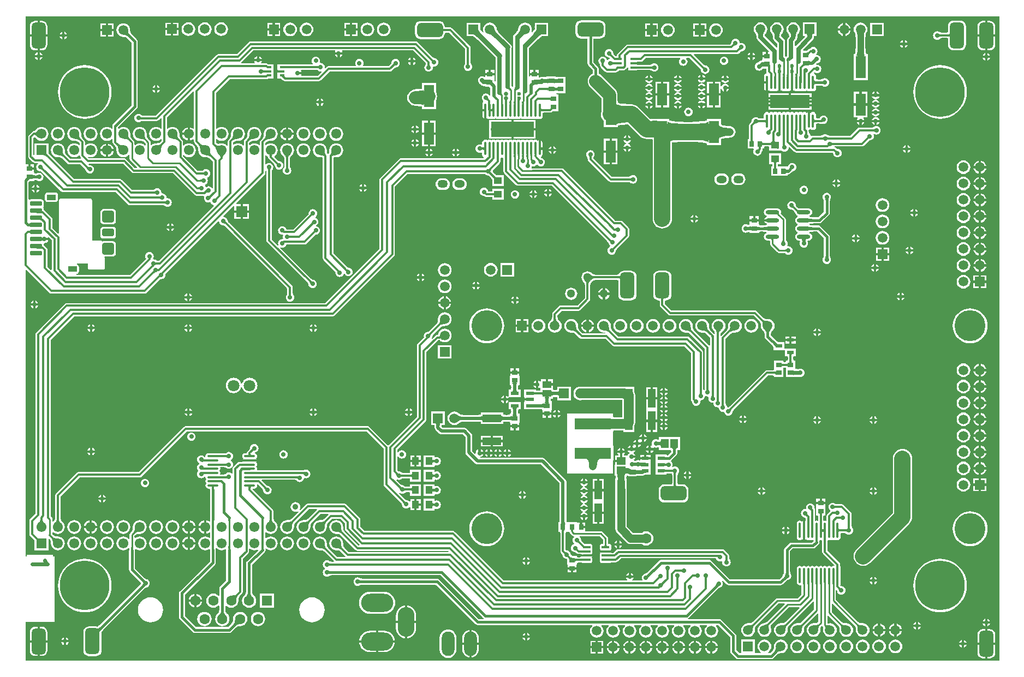
<source format=gtl>
G04*
G04 #@! TF.GenerationSoftware,Altium Limited,Altium Designer,19.0.10 (269)*
G04*
G04 Layer_Physical_Order=1*
G04 Layer_Color=152*
%FSLAX43Y43*%
%MOMM*%
G71*
G01*
G75*
%ADD10C,0.400*%
%ADD11C,0.250*%
%ADD14C,0.600*%
%ADD16C,0.254*%
G04:AMPARAMS|DCode=19|XSize=4mm|YSize=2.2mm|CornerRadius=0.55mm|HoleSize=0mm|Usage=FLASHONLY|Rotation=180.000|XOffset=0mm|YOffset=0mm|HoleType=Round|Shape=RoundedRectangle|*
%AMROUNDEDRECTD19*
21,1,4.000,1.100,0,0,180.0*
21,1,2.900,2.200,0,0,180.0*
1,1,1.100,-1.450,0.550*
1,1,1.100,1.450,0.550*
1,1,1.100,1.450,-0.550*
1,1,1.100,-1.450,-0.550*
%
%ADD19ROUNDEDRECTD19*%
%ADD20R,6.690X2.400*%
%ADD21O,0.350X2.200*%
G04:AMPARAMS|DCode=22|XSize=0.38mm|YSize=1.2mm|CornerRadius=0.042mm|HoleSize=0mm|Usage=FLASHONLY|Rotation=90.000|XOffset=0mm|YOffset=0mm|HoleType=Round|Shape=RoundedRectangle|*
%AMROUNDEDRECTD22*
21,1,0.380,1.116,0,0,90.0*
21,1,0.296,1.200,0,0,90.0*
1,1,0.084,0.558,0.148*
1,1,0.084,0.558,-0.148*
1,1,0.084,-0.558,-0.148*
1,1,0.084,-0.558,0.148*
%
%ADD22ROUNDEDRECTD22*%
%ADD23O,0.350X2.400*%
G04:AMPARAMS|DCode=24|XSize=1.8mm|YSize=1.8mm|CornerRadius=0.225mm|HoleSize=0mm|Usage=FLASHONLY|Rotation=90.000|XOffset=0mm|YOffset=0mm|HoleType=Round|Shape=RoundedRectangle|*
%AMROUNDEDRECTD24*
21,1,1.800,1.350,0,0,90.0*
21,1,1.350,1.800,0,0,90.0*
1,1,0.450,0.675,0.675*
1,1,0.450,0.675,-0.675*
1,1,0.450,-0.675,-0.675*
1,1,0.450,-0.675,0.675*
%
%ADD24ROUNDEDRECTD24*%
G04:AMPARAMS|DCode=25|XSize=1.2mm|YSize=1.8mm|CornerRadius=0.15mm|HoleSize=0mm|Usage=FLASHONLY|Rotation=90.000|XOffset=0mm|YOffset=0mm|HoleType=Round|Shape=RoundedRectangle|*
%AMROUNDEDRECTD25*
21,1,1.200,1.500,0,0,90.0*
21,1,0.900,1.800,0,0,90.0*
1,1,0.300,0.750,0.450*
1,1,0.300,0.750,-0.450*
1,1,0.300,-0.750,-0.450*
1,1,0.300,-0.750,0.450*
%
%ADD25ROUNDEDRECTD25*%
G04:AMPARAMS|DCode=26|XSize=0.9mm|YSize=1.4mm|CornerRadius=0.113mm|HoleSize=0mm|Usage=FLASHONLY|Rotation=90.000|XOffset=0mm|YOffset=0mm|HoleType=Round|Shape=RoundedRectangle|*
%AMROUNDEDRECTD26*
21,1,0.900,1.175,0,0,90.0*
21,1,0.675,1.400,0,0,90.0*
1,1,0.225,0.588,0.338*
1,1,0.225,0.588,-0.338*
1,1,0.225,-0.588,-0.338*
1,1,0.225,-0.588,0.338*
%
%ADD26ROUNDEDRECTD26*%
G04:AMPARAMS|DCode=27|XSize=0.7mm|YSize=1.8mm|CornerRadius=0.088mm|HoleSize=0mm|Usage=FLASHONLY|Rotation=90.000|XOffset=0mm|YOffset=0mm|HoleType=Round|Shape=RoundedRectangle|*
%AMROUNDEDRECTD27*
21,1,0.700,1.625,0,0,90.0*
21,1,0.525,1.800,0,0,90.0*
1,1,0.175,0.813,0.263*
1,1,0.175,0.813,-0.263*
1,1,0.175,-0.813,-0.263*
1,1,0.175,-0.813,0.263*
%
%ADD27ROUNDEDRECTD27*%
%ADD28R,6.200X2.000*%
%ADD29R,1.600X3.500*%
%ADD30R,1.200X1.450*%
%ADD31R,1.350X1.100*%
%ADD32R,2.900X1.150*%
%ADD33R,5.700X1.700*%
%ADD34R,1.100X1.200*%
%ADD35R,1.100X0.600*%
%ADD36R,0.850X0.750*%
%ADD37R,1.300X0.550*%
%ADD38O,1.700X0.350*%
%ADD39O,2.050X0.600*%
%ADD40R,0.800X0.300*%
%ADD41R,0.900X0.750*%
%ADD42R,0.850X0.700*%
%ADD43R,0.900X0.800*%
%ADD44R,1.150X2.900*%
%ADD45R,0.700X0.850*%
%ADD46R,0.800X0.900*%
%ADD47R,1.350X1.150*%
G04:AMPARAMS|DCode=48|XSize=4mm|YSize=2.2mm|CornerRadius=0.55mm|HoleSize=0mm|Usage=FLASHONLY|Rotation=90.000|XOffset=0mm|YOffset=0mm|HoleType=Round|Shape=RoundedRectangle|*
%AMROUNDEDRECTD48*
21,1,4.000,1.100,0,0,90.0*
21,1,2.900,2.200,0,0,90.0*
1,1,1.100,0.550,1.450*
1,1,1.100,0.550,-1.450*
1,1,1.100,-0.550,-1.450*
1,1,1.100,-0.550,1.450*
%
%ADD48ROUNDEDRECTD48*%
%ADD49R,1.200X1.100*%
%ADD103C,0.300*%
%ADD104C,1.500*%
%ADD105C,0.500*%
%ADD106C,1.200*%
%ADD107C,2.500*%
%ADD108C,0.700*%
%ADD109C,0.800*%
%ADD110C,1.000*%
%ADD111C,2.000*%
%ADD112C,1.250*%
%ADD113C,0.450*%
%ADD114C,1.500*%
%ADD115R,1.500X1.500*%
%ADD116R,1.500X1.500*%
%ADD117C,4.800*%
%ADD118R,1.800X1.800*%
%ADD119C,1.800*%
%ADD120R,1.600X1.600*%
%ADD121C,1.600*%
%ADD122O,2.000X3.800*%
G04:AMPARAMS|DCode=123|XSize=5mm|YSize=2.8mm|CornerRadius=1.4mm|HoleSize=0mm|Usage=FLASHONLY|Rotation=0.000|XOffset=0mm|YOffset=0mm|HoleType=Round|Shape=RoundedRectangle|*
%AMROUNDEDRECTD123*
21,1,5.000,0.000,0,0,0.0*
21,1,2.200,2.800,0,0,0.0*
1,1,2.800,1.100,0.000*
1,1,2.800,-1.100,0.000*
1,1,2.800,-1.100,0.000*
1,1,2.800,1.100,0.000*
%
%ADD123ROUNDEDRECTD123*%
G04:AMPARAMS|DCode=124|XSize=4.6mm|YSize=2.6mm|CornerRadius=1.3mm|HoleSize=0mm|Usage=FLASHONLY|Rotation=270.000|XOffset=0mm|YOffset=0mm|HoleType=Round|Shape=RoundedRectangle|*
%AMROUNDEDRECTD124*
21,1,4.600,0.000,0,0,270.0*
21,1,2.000,2.600,0,0,270.0*
1,1,2.600,0.000,-1.000*
1,1,2.600,0.000,1.000*
1,1,2.600,0.000,1.000*
1,1,2.600,0.000,-1.000*
%
%ADD124ROUNDEDRECTD124*%
%ADD125C,1.300*%
%ADD126O,1.600X1.200*%
G04:AMPARAMS|DCode=127|XSize=1.6mm|YSize=1.2mm|CornerRadius=0.6mm|HoleSize=0mm|Usage=FLASHONLY|Rotation=0.000|XOffset=0mm|YOffset=0mm|HoleType=Round|Shape=RoundedRectangle|*
%AMROUNDEDRECTD127*
21,1,1.600,0.000,0,0,0.0*
21,1,0.400,1.200,0,0,0.0*
1,1,1.200,0.200,0.000*
1,1,1.200,-0.200,0.000*
1,1,1.200,-0.200,0.000*
1,1,1.200,0.200,0.000*
%
%ADD127ROUNDEDRECTD127*%
%ADD128C,1.550*%
%ADD129R,1.550X1.550*%
%ADD130C,7.700*%
%ADD131C,0.700*%
%ADD132C,0.600*%
%ADD133C,0.900*%
%ADD134C,1.000*%
%ADD135C,0.650*%
G36*
X66901Y148804D02*
X66907Y148720D01*
X66918Y148640D01*
X66933Y148565D01*
X66953Y148495D01*
X66977Y148429D01*
X67006Y148368D01*
X67040Y148311D01*
X67078Y148259D01*
X67121Y148212D01*
X66838Y147929D01*
X66791Y147972D01*
X66739Y148010D01*
X66682Y148044D01*
X66621Y148073D01*
X66555Y148097D01*
X66485Y148117D01*
X66410Y148132D01*
X66330Y148143D01*
X66246Y148149D01*
X66158Y148150D01*
X66900Y148893D01*
X66901Y148804D01*
D02*
G37*
G36*
X114110Y144354D02*
X114136Y144332D01*
X114162Y144312D01*
X114188Y144295D01*
X114214Y144281D01*
X114241Y144270D01*
X114267Y144261D01*
X114293Y144255D01*
X114320Y144251D01*
X114346Y144250D01*
X114000Y143904D01*
X113999Y143930D01*
X113995Y143957D01*
X113989Y143983D01*
X113980Y144009D01*
X113969Y144036D01*
X113955Y144062D01*
X113938Y144088D01*
X113918Y144114D01*
X113896Y144140D01*
X113872Y144166D01*
X114084Y144378D01*
X114110Y144354D01*
D02*
G37*
G36*
X113651Y143590D02*
X113654Y143557D01*
X113659Y143524D01*
X113665Y143494D01*
X113674Y143466D01*
X113684Y143439D01*
X113697Y143414D01*
X113711Y143391D01*
X113727Y143369D01*
X113745Y143350D01*
X113255D01*
X113273Y143369D01*
X113289Y143391D01*
X113303Y143414D01*
X113316Y143439D01*
X113326Y143466D01*
X113335Y143494D01*
X113341Y143524D01*
X113346Y143557D01*
X113349Y143590D01*
X113350Y143626D01*
X113650D01*
X113651Y143590D01*
D02*
G37*
G36*
X202000Y51000D02*
X51000D01*
Y57020D01*
X55500D01*
X55500Y67250D01*
X55249D01*
Y67450D01*
X51150D01*
Y67250D01*
X51000D01*
Y111637D01*
X51117Y111686D01*
X54692Y108112D01*
X54824Y108023D01*
X54980Y107992D01*
X54980Y107992D01*
X69450D01*
X69450Y107992D01*
X69606Y108023D01*
X69738Y108112D01*
X71886Y110259D01*
X72000Y110244D01*
X72170Y110267D01*
X72328Y110332D01*
X72464Y110436D01*
X72568Y110572D01*
X72633Y110730D01*
X72656Y110900D01*
X72641Y111014D01*
X80875Y119248D01*
X81000Y119194D01*
X81017Y119070D01*
X81082Y118912D01*
X81186Y118776D01*
X81322Y118672D01*
X81480Y118607D01*
X81650Y118584D01*
X81737Y118596D01*
X81742Y118596D01*
X81743Y118595D01*
X81752Y118587D01*
X81771Y118570D01*
X81795Y118555D01*
X81815Y118535D01*
X81845Y118523D01*
X81872Y118506D01*
X81900Y118502D01*
X81911Y118498D01*
X91592Y108816D01*
Y108081D01*
X91571Y108051D01*
X91570Y108047D01*
X91567Y108043D01*
X91557Y107989D01*
X91544Y107934D01*
X91544Y107907D01*
X91542Y107892D01*
X91540Y107880D01*
X91538Y107871D01*
X91537Y107865D01*
X91536Y107864D01*
X91530Y107858D01*
X91525Y107848D01*
X91432Y107728D01*
X91367Y107570D01*
X91344Y107400D01*
X91367Y107230D01*
X91432Y107072D01*
X91536Y106936D01*
X91672Y106832D01*
X91830Y106767D01*
X92000Y106744D01*
X92170Y106767D01*
X92328Y106832D01*
X92464Y106936D01*
X92568Y107072D01*
X92633Y107230D01*
X92656Y107400D01*
X92633Y107570D01*
X92568Y107728D01*
X92475Y107848D01*
X92470Y107858D01*
X92464Y107864D01*
X92463Y107865D01*
X92462Y107871D01*
X92460Y107880D01*
X92458Y107892D01*
X92456Y107907D01*
X92456Y107934D01*
X92443Y107989D01*
X92433Y108043D01*
X92430Y108047D01*
X92429Y108051D01*
X92408Y108081D01*
Y108985D01*
X92377Y109141D01*
X92288Y109273D01*
X92288Y109273D01*
X82445Y119117D01*
X82435Y119139D01*
X82431Y119162D01*
X82412Y119193D01*
X82397Y119226D01*
X82380Y119243D01*
X82367Y119263D01*
X82349Y119281D01*
X82319Y119316D01*
X82313Y119326D01*
X82306Y119336D01*
X82301Y119345D01*
X82298Y119351D01*
X82296Y119356D01*
X82295Y119359D01*
X82292Y119372D01*
X82287Y119385D01*
X82283Y119410D01*
X82218Y119568D01*
X82114Y119704D01*
X81978Y119808D01*
X81820Y119873D01*
X81696Y119890D01*
X81642Y120015D01*
X83229Y121602D01*
X83346Y121553D01*
Y120925D01*
X84325D01*
Y121904D01*
X83697D01*
X83648Y122021D01*
X88038Y126412D01*
X88038Y126412D01*
X88127Y126544D01*
X88158Y126700D01*
X88158Y126700D01*
Y126991D01*
X88285Y127059D01*
X88303Y127047D01*
X88307Y127031D01*
X88317Y126977D01*
X88320Y126973D01*
X88321Y126969D01*
X88342Y126939D01*
Y116250D01*
X88342Y116250D01*
X88373Y116094D01*
X88462Y115962D01*
X94730Y109693D01*
X94736Y109657D01*
X94738Y109653D01*
X94739Y109649D01*
X94770Y109603D01*
X94800Y109556D01*
X94818Y109536D01*
X94829Y109524D01*
X94836Y109514D01*
X94841Y109507D01*
X94843Y109502D01*
X94844Y109500D01*
X94844Y109492D01*
X94847Y109481D01*
X94867Y109330D01*
X94932Y109172D01*
X95036Y109036D01*
X95172Y108932D01*
X95330Y108867D01*
X95500Y108844D01*
X95670Y108867D01*
X95828Y108932D01*
X95964Y109036D01*
X96068Y109172D01*
X96133Y109330D01*
X96156Y109500D01*
X96133Y109670D01*
X96068Y109828D01*
X95964Y109964D01*
X95828Y110068D01*
X95670Y110133D01*
X95519Y110153D01*
X95508Y110156D01*
X95500Y110156D01*
X95498Y110157D01*
X95493Y110159D01*
X95486Y110164D01*
X95476Y110171D01*
X95464Y110182D01*
X95444Y110200D01*
X95397Y110230D01*
X95351Y110261D01*
X95347Y110262D01*
X95343Y110264D01*
X95307Y110270D01*
X90489Y115088D01*
X90561Y115195D01*
X90630Y115167D01*
X90800Y115144D01*
X90970Y115167D01*
X91128Y115232D01*
X91264Y115336D01*
X91368Y115472D01*
X91433Y115630D01*
X91434Y115638D01*
X94246D01*
X94246Y115638D01*
X94402Y115669D01*
X94534Y115758D01*
X95930Y117154D01*
X96000Y117144D01*
X96170Y117167D01*
X96328Y117232D01*
X96464Y117336D01*
X96568Y117472D01*
X96633Y117630D01*
X96656Y117800D01*
X96633Y117970D01*
X96568Y118128D01*
X96464Y118264D01*
X96328Y118368D01*
X96170Y118433D01*
X96079Y118445D01*
X96062Y118576D01*
X96078Y118582D01*
X96214Y118686D01*
X96318Y118822D01*
X96383Y118980D01*
X96406Y119150D01*
X96383Y119320D01*
X96318Y119478D01*
X96214Y119614D01*
X96078Y119718D01*
X95937Y119776D01*
X95935Y119780D01*
X95918Y119841D01*
X95916Y119912D01*
X96014Y119986D01*
X96118Y120122D01*
X96183Y120280D01*
X96206Y120450D01*
X96183Y120620D01*
X96118Y120778D01*
X96014Y120914D01*
X95878Y121018D01*
X95720Y121083D01*
X95550Y121106D01*
X95380Y121083D01*
X95222Y121018D01*
X95086Y120914D01*
X94982Y120778D01*
X94917Y120620D01*
X94894Y120450D01*
X94904Y120380D01*
X92485Y117962D01*
X91434D01*
X91433Y117970D01*
X91368Y118128D01*
X91264Y118264D01*
X91128Y118368D01*
X90970Y118433D01*
X90800Y118456D01*
X90630Y118433D01*
X90472Y118368D01*
X90336Y118264D01*
X90232Y118128D01*
X90167Y117970D01*
X90144Y117800D01*
X90167Y117630D01*
X90232Y117472D01*
X90336Y117336D01*
X90472Y117232D01*
X90630Y117167D01*
X90800Y117144D01*
X90855Y117152D01*
X90944Y117035D01*
X90917Y116970D01*
X90894Y116800D01*
X90917Y116630D01*
X90944Y116565D01*
X90855Y116448D01*
X90800Y116456D01*
X90630Y116433D01*
X90472Y116368D01*
X90336Y116264D01*
X90232Y116128D01*
X90167Y115970D01*
X90144Y115800D01*
X90167Y115630D01*
X90196Y115561D01*
X90088Y115489D01*
X89158Y116419D01*
Y126939D01*
X89179Y126969D01*
X89180Y126973D01*
X89183Y126977D01*
X89193Y127031D01*
X89206Y127086D01*
X89206Y127113D01*
X89208Y127128D01*
X89210Y127140D01*
X89212Y127149D01*
X89213Y127155D01*
X89214Y127156D01*
X89220Y127162D01*
X89225Y127172D01*
X89318Y127292D01*
X89383Y127450D01*
X89406Y127620D01*
X89383Y127790D01*
X89318Y127948D01*
X89214Y128084D01*
X89078Y128188D01*
X88920Y128253D01*
X88750Y128276D01*
X88580Y128253D01*
X88422Y128188D01*
X88286Y128084D01*
X88285Y128082D01*
X88158Y128125D01*
Y129397D01*
X88285Y129451D01*
X88468Y129311D01*
X88522Y129289D01*
X88529Y129282D01*
X88542Y129275D01*
X88543Y129273D01*
X88547Y129262D01*
X88550Y129245D01*
X88553Y129221D01*
X88554Y129179D01*
X88567Y129126D01*
X88577Y129073D01*
X88580Y129068D01*
X88582Y129063D01*
X88613Y129019D01*
X88644Y128974D01*
X88648Y128971D01*
X88651Y128966D01*
X88697Y128938D01*
X88722Y128902D01*
X89530Y128093D01*
X89536Y128057D01*
X89538Y128053D01*
X89539Y128049D01*
X89570Y128003D01*
X89600Y127956D01*
X89618Y127936D01*
X89629Y127924D01*
X89636Y127914D01*
X89641Y127907D01*
X89643Y127902D01*
X89644Y127900D01*
X89644Y127892D01*
X89647Y127881D01*
X89667Y127730D01*
X89732Y127572D01*
X89836Y127436D01*
X89972Y127332D01*
X90130Y127267D01*
X90300Y127244D01*
X90470Y127267D01*
X90628Y127332D01*
X90764Y127436D01*
X90868Y127572D01*
X90933Y127730D01*
X90956Y127900D01*
X90933Y128070D01*
X90868Y128228D01*
X90764Y128364D01*
X90628Y128468D01*
X90470Y128533D01*
X90319Y128553D01*
X90308Y128556D01*
X90300Y128556D01*
X90298Y128557D01*
X90293Y128559D01*
X90286Y128564D01*
X90276Y128571D01*
X90264Y128582D01*
X90244Y128600D01*
X90197Y128630D01*
X90151Y128661D01*
X90147Y128662D01*
X90143Y128664D01*
X90107Y128670D01*
X89588Y129189D01*
X89582Y129210D01*
X89605Y129351D01*
X89777Y129483D01*
X89949Y129708D01*
X90057Y129969D01*
X90094Y130250D01*
X90057Y130531D01*
X89949Y130792D01*
X89777Y131017D01*
X89552Y131189D01*
X89291Y131297D01*
X89010Y131334D01*
X88729Y131297D01*
X88468Y131189D01*
X88285Y131049D01*
X88158Y131103D01*
Y131361D01*
X88321Y131524D01*
X88347Y131528D01*
X88356Y131533D01*
X88367Y131535D01*
X88408Y131562D01*
X88451Y131587D01*
X88480Y131613D01*
X88501Y131627D01*
X88531Y131642D01*
X88569Y131658D01*
X88617Y131672D01*
X88675Y131685D01*
X88739Y131695D01*
X88909Y131708D01*
X88985Y131709D01*
X89010Y131706D01*
X89291Y131743D01*
X89552Y131851D01*
X89777Y132023D01*
X89949Y132248D01*
X90057Y132509D01*
X90094Y132790D01*
X90057Y133071D01*
X89949Y133332D01*
X89777Y133557D01*
X89552Y133729D01*
X89291Y133837D01*
X89010Y133874D01*
X88729Y133837D01*
X88468Y133729D01*
X88243Y133557D01*
X88071Y133332D01*
X87963Y133071D01*
X87926Y132790D01*
X87929Y132768D01*
X87923Y132596D01*
X87916Y132523D01*
X87905Y132455D01*
X87892Y132397D01*
X87878Y132349D01*
X87862Y132311D01*
X87847Y132281D01*
X87833Y132261D01*
X87807Y132231D01*
X87782Y132188D01*
X87755Y132147D01*
X87753Y132136D01*
X87748Y132127D01*
X87744Y132101D01*
X87462Y131818D01*
X87373Y131686D01*
X87342Y131530D01*
X87342Y131530D01*
Y131069D01*
X87215Y131033D01*
X87012Y131189D01*
X86751Y131297D01*
X86470Y131334D01*
X86189Y131297D01*
X85928Y131189D01*
X85785Y131079D01*
X85658Y131142D01*
Y131401D01*
X85781Y131524D01*
X85807Y131528D01*
X85816Y131533D01*
X85827Y131535D01*
X85868Y131562D01*
X85911Y131587D01*
X85940Y131613D01*
X85961Y131627D01*
X85991Y131642D01*
X86029Y131658D01*
X86077Y131672D01*
X86135Y131685D01*
X86199Y131695D01*
X86369Y131708D01*
X86445Y131709D01*
X86470Y131706D01*
X86751Y131743D01*
X87012Y131851D01*
X87237Y132023D01*
X87409Y132248D01*
X87517Y132509D01*
X87554Y132790D01*
X87517Y133071D01*
X87409Y133332D01*
X87237Y133557D01*
X87012Y133729D01*
X86751Y133837D01*
X86470Y133874D01*
X86189Y133837D01*
X85928Y133729D01*
X85703Y133557D01*
X85531Y133332D01*
X85423Y133071D01*
X85386Y132790D01*
X85389Y132768D01*
X85383Y132596D01*
X85376Y132523D01*
X85365Y132455D01*
X85352Y132397D01*
X85338Y132349D01*
X85322Y132311D01*
X85307Y132281D01*
X85293Y132261D01*
X85267Y132231D01*
X85242Y132188D01*
X85215Y132147D01*
X85213Y132136D01*
X85208Y132127D01*
X85204Y132101D01*
X84962Y131858D01*
X84873Y131726D01*
X84842Y131570D01*
X84842Y131570D01*
Y131025D01*
X84722Y130984D01*
X84697Y131017D01*
X84472Y131189D01*
X84211Y131297D01*
X83930Y131334D01*
X83649Y131297D01*
X83388Y131189D01*
X83285Y131110D01*
X83158Y131173D01*
Y131441D01*
X83241Y131524D01*
X83267Y131528D01*
X83276Y131533D01*
X83287Y131535D01*
X83328Y131562D01*
X83371Y131587D01*
X83400Y131613D01*
X83421Y131627D01*
X83451Y131642D01*
X83489Y131658D01*
X83537Y131672D01*
X83595Y131685D01*
X83659Y131695D01*
X83829Y131708D01*
X83905Y131709D01*
X83930Y131706D01*
X84211Y131743D01*
X84472Y131851D01*
X84697Y132023D01*
X84869Y132248D01*
X84977Y132509D01*
X85014Y132790D01*
X84977Y133071D01*
X84869Y133332D01*
X84697Y133557D01*
X84472Y133729D01*
X84211Y133837D01*
X83930Y133874D01*
X83649Y133837D01*
X83388Y133729D01*
X83163Y133557D01*
X82991Y133332D01*
X82883Y133071D01*
X82846Y132790D01*
X82849Y132768D01*
X82843Y132596D01*
X82836Y132523D01*
X82825Y132455D01*
X82812Y132397D01*
X82798Y132349D01*
X82782Y132311D01*
X82767Y132281D01*
X82753Y132261D01*
X82727Y132231D01*
X82702Y132188D01*
X82675Y132147D01*
X82673Y132136D01*
X82668Y132127D01*
X82664Y132101D01*
X82462Y131898D01*
X82373Y131766D01*
X82342Y131610D01*
X82342Y131610D01*
Y130984D01*
X82215Y130941D01*
X82157Y131017D01*
X81932Y131189D01*
X81671Y131297D01*
X81390Y131334D01*
X81109Y131297D01*
X81090Y131289D01*
X81033Y131276D01*
X80965Y131264D01*
X80906Y131258D01*
X80856Y131258D01*
X80814Y131261D01*
X80780Y131268D01*
X80754Y131276D01*
X80733Y131286D01*
X80715Y131297D01*
X80684Y131325D01*
X80658Y131340D01*
X80636Y131359D01*
X80607Y131369D01*
X80580Y131384D01*
X80554Y131388D01*
X80523Y131419D01*
Y131963D01*
X80650Y132003D01*
X80848Y131851D01*
X81109Y131743D01*
X81390Y131706D01*
X81671Y131743D01*
X81932Y131851D01*
X82157Y132023D01*
X82329Y132248D01*
X82437Y132509D01*
X82474Y132790D01*
X82437Y133071D01*
X82329Y133332D01*
X82157Y133557D01*
X81932Y133729D01*
X81671Y133837D01*
X81390Y133874D01*
X81109Y133837D01*
X80848Y133729D01*
X80650Y133577D01*
X80523Y133617D01*
Y139146D01*
X82645Y141268D01*
X88326D01*
X88326Y141268D01*
X88482Y141299D01*
X88614Y141387D01*
X88627Y141400D01*
X89450D01*
Y142050D01*
Y142700D01*
Y143600D01*
X88627D01*
X88614Y143613D01*
X88482Y143701D01*
X88326Y143732D01*
X88326Y143732D01*
X87555D01*
X87501Y143859D01*
X87568Y143945D01*
X87621Y144075D01*
X86459D01*
X86512Y143945D01*
X86579Y143859D01*
X86525Y143732D01*
X84472D01*
X84433Y143859D01*
X84437Y143862D01*
X86317Y145742D01*
X98968D01*
X99031Y145615D01*
X99022Y145605D01*
X98969Y145475D01*
X100131D01*
X100078Y145605D01*
X100069Y145615D01*
X100132Y145742D01*
X111083D01*
X113072Y143753D01*
X113071Y143751D01*
X113070Y143747D01*
X113067Y143743D01*
X113057Y143689D01*
X113044Y143634D01*
X113044Y143607D01*
X113042Y143592D01*
X113040Y143580D01*
X113038Y143571D01*
X113037Y143565D01*
X113036Y143564D01*
X113030Y143558D01*
X113025Y143548D01*
X112932Y143428D01*
X112867Y143270D01*
X112844Y143100D01*
X112867Y142930D01*
X112932Y142772D01*
X113036Y142636D01*
X113172Y142532D01*
X113330Y142467D01*
X113500Y142444D01*
X113670Y142467D01*
X113828Y142532D01*
X113964Y142636D01*
X114068Y142772D01*
X114133Y142930D01*
X114156Y143100D01*
X114149Y143149D01*
X114263Y143256D01*
X114350Y143244D01*
X114520Y143267D01*
X114678Y143332D01*
X114814Y143436D01*
X114918Y143572D01*
X114983Y143730D01*
X115006Y143900D01*
X114983Y144070D01*
X114918Y144228D01*
X114814Y144364D01*
X114678Y144468D01*
X114520Y144533D01*
X114369Y144553D01*
X114358Y144556D01*
X114350Y144556D01*
X114348Y144557D01*
X114343Y144559D01*
X114336Y144564D01*
X114326Y144571D01*
X114314Y144582D01*
X114294Y144600D01*
X114247Y144630D01*
X114201Y144661D01*
X114197Y144662D01*
X114193Y144664D01*
X114157Y144670D01*
X111788Y147038D01*
X111656Y147127D01*
X111500Y147158D01*
X111500Y147158D01*
X85900D01*
X85900Y147158D01*
X85744Y147127D01*
X85612Y147038D01*
X85612Y147038D01*
X83731Y145158D01*
X80900D01*
X80900Y145158D01*
X80744Y145127D01*
X80612Y145038D01*
X71181Y135608D01*
X69209D01*
X69206Y135610D01*
X69187Y135617D01*
X69171Y135629D01*
X69132Y135638D01*
X69094Y135652D01*
X69074Y135651D01*
X69054Y135656D01*
X69029Y135657D01*
X69016Y135658D01*
X69009Y135659D01*
X69000Y135667D01*
X68964Y135714D01*
X68828Y135818D01*
X68670Y135883D01*
X68500Y135906D01*
X68330Y135883D01*
X68172Y135818D01*
X68036Y135714D01*
X67932Y135578D01*
X67867Y135420D01*
X67844Y135250D01*
X67867Y135080D01*
X67932Y134922D01*
X68036Y134786D01*
X68172Y134682D01*
X68330Y134617D01*
X68500Y134594D01*
X68670Y134617D01*
X68828Y134682D01*
X68866Y134712D01*
X68887Y134721D01*
X68898Y134729D01*
X68900Y134729D01*
X68903Y134731D01*
X68908Y134733D01*
X68916Y134735D01*
X68927Y134738D01*
X68936Y134740D01*
X68979Y134744D01*
X69004Y134744D01*
X69036Y134751D01*
X69068Y134752D01*
X69093Y134764D01*
X69120Y134770D01*
X69147Y134789D01*
X69155Y134792D01*
X71350D01*
X71350Y134792D01*
X71506Y134823D01*
X71638Y134912D01*
X71975Y135248D01*
X72092Y135199D01*
Y133626D01*
X71965Y133581D01*
X71772Y133729D01*
X71511Y133837D01*
X71230Y133874D01*
X70949Y133837D01*
X70688Y133729D01*
X70463Y133557D01*
X70291Y133332D01*
X70183Y133071D01*
X70146Y132790D01*
X70183Y132509D01*
X70291Y132248D01*
X70463Y132023D01*
X70688Y131851D01*
X70949Y131743D01*
X71230Y131706D01*
X71511Y131743D01*
X71772Y131851D01*
X71965Y131999D01*
X72092Y131954D01*
Y131689D01*
X71919Y131516D01*
X71893Y131512D01*
X71884Y131507D01*
X71873Y131505D01*
X71832Y131478D01*
X71789Y131453D01*
X71759Y131427D01*
X71739Y131413D01*
X71709Y131398D01*
X71671Y131382D01*
X71623Y131368D01*
X71565Y131355D01*
X71501Y131345D01*
X71331Y131332D01*
X71255Y131331D01*
X71230Y131334D01*
X70949Y131297D01*
X70688Y131189D01*
X70511Y131054D01*
X70384Y131115D01*
Y131480D01*
X70355Y131627D01*
X70272Y131752D01*
X70272Y131752D01*
X69943Y132081D01*
X69940Y132106D01*
X69934Y132116D01*
X69932Y132127D01*
X69905Y132168D01*
X69881Y132210D01*
X69859Y132236D01*
X69848Y132253D01*
X69834Y132281D01*
X69820Y132320D01*
X69806Y132370D01*
X69793Y132431D01*
X69784Y132500D01*
X69772Y132681D01*
X69771Y132765D01*
X69774Y132790D01*
X69737Y133071D01*
X69629Y133332D01*
X69457Y133557D01*
X69232Y133729D01*
X68971Y133837D01*
X68690Y133874D01*
X68409Y133837D01*
X68148Y133729D01*
X67923Y133557D01*
X67751Y133332D01*
X67643Y133071D01*
X67606Y132790D01*
X67643Y132509D01*
X67751Y132248D01*
X67923Y132023D01*
X68148Y131851D01*
X68409Y131743D01*
X68690Y131706D01*
X68715Y131709D01*
X68799Y131708D01*
X68980Y131696D01*
X69049Y131687D01*
X69110Y131674D01*
X69160Y131660D01*
X69199Y131646D01*
X69227Y131632D01*
X69244Y131621D01*
X69270Y131599D01*
X69312Y131575D01*
X69353Y131548D01*
X69364Y131546D01*
X69374Y131540D01*
X69399Y131537D01*
X69616Y131321D01*
Y131007D01*
X69495Y130966D01*
X69457Y131017D01*
X69232Y131189D01*
X68971Y131297D01*
X68690Y131334D01*
X68409Y131297D01*
X68148Y131189D01*
X68011Y131084D01*
X67884Y131147D01*
Y131440D01*
X67855Y131587D01*
X67772Y131712D01*
X67772Y131712D01*
X67403Y132081D01*
X67400Y132106D01*
X67394Y132116D01*
X67392Y132127D01*
X67365Y132168D01*
X67341Y132210D01*
X67319Y132236D01*
X67308Y132253D01*
X67294Y132281D01*
X67280Y132320D01*
X67266Y132370D01*
X67253Y132431D01*
X67244Y132500D01*
X67232Y132681D01*
X67231Y132765D01*
X67234Y132790D01*
X67197Y133071D01*
X67089Y133332D01*
X66917Y133557D01*
X66692Y133729D01*
X66431Y133837D01*
X66150Y133874D01*
X65869Y133837D01*
X65608Y133729D01*
X65435Y133596D01*
X65308Y133659D01*
Y133809D01*
X68224Y136726D01*
X68324Y136874D01*
X68359Y137050D01*
Y147150D01*
X68324Y147326D01*
X68224Y147474D01*
X67413Y148286D01*
X67409Y148315D01*
X67405Y148321D01*
X67403Y148329D01*
X67374Y148372D01*
X67348Y148417D01*
X67315Y148453D01*
X67295Y148480D01*
X67277Y148512D01*
X67259Y148548D01*
X67244Y148590D01*
X67231Y148637D01*
X67220Y148691D01*
X67212Y148751D01*
X67207Y148817D01*
X67206Y148878D01*
X67209Y148900D01*
X67173Y149174D01*
X67067Y149430D01*
X66899Y149649D01*
X66680Y149817D01*
X66424Y149923D01*
X66150Y149959D01*
X65876Y149923D01*
X65620Y149817D01*
X65401Y149649D01*
X65233Y149430D01*
X65127Y149174D01*
X65091Y148900D01*
X65127Y148626D01*
X65233Y148370D01*
X65401Y148151D01*
X65620Y147983D01*
X65876Y147877D01*
X66150Y147841D01*
X66172Y147844D01*
X66233Y147843D01*
X66299Y147838D01*
X66359Y147830D01*
X66413Y147819D01*
X66460Y147806D01*
X66502Y147791D01*
X66538Y147773D01*
X66570Y147755D01*
X66597Y147735D01*
X66633Y147702D01*
X66678Y147676D01*
X66721Y147647D01*
X66729Y147645D01*
X66735Y147641D01*
X66764Y147637D01*
X67441Y146960D01*
Y137240D01*
X64576Y134374D01*
X64476Y134226D01*
X64441Y134050D01*
X64476Y133874D01*
X64492Y133850D01*
Y133596D01*
X64459Y133585D01*
X64365Y133566D01*
X64152Y133729D01*
X63891Y133837D01*
X63610Y133874D01*
X63329Y133837D01*
X63068Y133729D01*
X62843Y133557D01*
X62671Y133332D01*
X62563Y133071D01*
X62526Y132790D01*
X62563Y132509D01*
X62671Y132248D01*
X62843Y132023D01*
X63068Y131851D01*
X63329Y131743D01*
X63610Y131706D01*
X63891Y131743D01*
X64152Y131851D01*
X64365Y132014D01*
X64459Y131995D01*
X64492Y131984D01*
Y131500D01*
X64492Y131500D01*
X64523Y131344D01*
X64612Y131212D01*
X64884Y130939D01*
X64888Y130913D01*
X64893Y130904D01*
X64895Y130893D01*
X64922Y130852D01*
X64947Y130809D01*
X64973Y130779D01*
X64987Y130759D01*
X65002Y130729D01*
X65018Y130691D01*
X65032Y130643D01*
X65045Y130585D01*
X65055Y130521D01*
X65068Y130351D01*
X65069Y130275D01*
X65066Y130250D01*
X65103Y129969D01*
X65211Y129708D01*
X65383Y129483D01*
X65608Y129311D01*
X65869Y129203D01*
X66150Y129166D01*
X66431Y129203D01*
X66692Y129311D01*
X66917Y129483D01*
X66989Y129577D01*
X67116Y129534D01*
Y128950D01*
X67116Y128950D01*
X67145Y128803D01*
X67228Y128678D01*
X68281Y127625D01*
X68233Y127508D01*
X67946D01*
X66588Y128865D01*
X66456Y128954D01*
X66300Y128985D01*
X66300Y128985D01*
X60792D01*
X60657Y129120D01*
X60728Y129228D01*
X60789Y129203D01*
X61070Y129166D01*
X61351Y129203D01*
X61612Y129311D01*
X61837Y129483D01*
X62009Y129708D01*
X62117Y129969D01*
X62154Y130250D01*
X62117Y130531D01*
X62009Y130792D01*
X61837Y131017D01*
X61612Y131189D01*
X61351Y131297D01*
X61070Y131334D01*
X60789Y131297D01*
X60528Y131189D01*
X60335Y131041D01*
X60208Y131086D01*
Y131520D01*
X60177Y131676D01*
X60088Y131808D01*
X60088Y131808D01*
X59796Y132101D01*
X59792Y132127D01*
X59787Y132136D01*
X59785Y132147D01*
X59758Y132188D01*
X59733Y132231D01*
X59707Y132261D01*
X59693Y132281D01*
X59678Y132311D01*
X59662Y132349D01*
X59648Y132397D01*
X59635Y132455D01*
X59625Y132519D01*
X59612Y132689D01*
X59611Y132765D01*
X59614Y132790D01*
X59577Y133071D01*
X59469Y133332D01*
X59297Y133557D01*
X59072Y133729D01*
X58811Y133837D01*
X58530Y133874D01*
X58249Y133837D01*
X57988Y133729D01*
X57763Y133557D01*
X57591Y133332D01*
X57483Y133071D01*
X57446Y132790D01*
X57483Y132509D01*
X57591Y132248D01*
X57763Y132023D01*
X57988Y131851D01*
X58249Y131743D01*
X58530Y131706D01*
X58552Y131709D01*
X58724Y131703D01*
X58797Y131696D01*
X58865Y131685D01*
X58923Y131672D01*
X58971Y131658D01*
X59009Y131642D01*
X59039Y131627D01*
X59059Y131613D01*
X59089Y131587D01*
X59132Y131562D01*
X59173Y131535D01*
X59184Y131533D01*
X59193Y131528D01*
X59219Y131524D01*
X59392Y131351D01*
Y131086D01*
X59265Y131041D01*
X59072Y131189D01*
X58811Y131297D01*
X58530Y131334D01*
X58249Y131297D01*
X57988Y131189D01*
X57763Y131017D01*
X57591Y130792D01*
X57483Y130531D01*
X57446Y130250D01*
X57483Y129969D01*
X57591Y129708D01*
X57763Y129483D01*
X57988Y129311D01*
X58249Y129203D01*
X58530Y129166D01*
X58811Y129203D01*
X59072Y129311D01*
X59265Y129459D01*
X59392Y129414D01*
Y129400D01*
X59392Y129400D01*
X59423Y129244D01*
X59512Y129112D01*
X59588Y129035D01*
X59536Y128908D01*
X57909D01*
X57256Y129561D01*
X57252Y129587D01*
X57247Y129596D01*
X57245Y129607D01*
X57218Y129648D01*
X57193Y129691D01*
X57167Y129721D01*
X57153Y129741D01*
X57138Y129771D01*
X57122Y129809D01*
X57108Y129857D01*
X57095Y129915D01*
X57085Y129979D01*
X57072Y130149D01*
X57071Y130225D01*
X57074Y130250D01*
X57037Y130531D01*
X56929Y130792D01*
X56757Y131017D01*
X56532Y131189D01*
X56271Y131297D01*
X55990Y131334D01*
X55709Y131297D01*
X55448Y131189D01*
X55223Y131017D01*
X55051Y130792D01*
X54943Y130531D01*
X54906Y130250D01*
X54943Y129969D01*
X55051Y129708D01*
X55223Y129483D01*
X55448Y129311D01*
X55709Y129203D01*
X55990Y129166D01*
X56012Y129169D01*
X56184Y129163D01*
X56257Y129156D01*
X56325Y129145D01*
X56383Y129132D01*
X56431Y129118D01*
X56469Y129102D01*
X56499Y129087D01*
X56519Y129073D01*
X56549Y129047D01*
X56592Y129022D01*
X56633Y128995D01*
X56644Y128993D01*
X56653Y128988D01*
X56679Y128984D01*
X57452Y128212D01*
X57584Y128123D01*
X57740Y128092D01*
X57740Y128092D01*
X59456D01*
X60157Y127392D01*
X60158Y127375D01*
X60165Y127363D01*
X60167Y127349D01*
X60192Y127310D01*
X60214Y127269D01*
X60224Y127260D01*
X60232Y127249D01*
X60253Y127227D01*
X60265Y127213D01*
X60293Y127178D01*
X60299Y127169D01*
X60305Y127159D01*
X60309Y127151D01*
X60312Y127146D01*
X60313Y127142D01*
X60317Y127129D01*
X60318Y127127D01*
X60382Y126972D01*
X60486Y126836D01*
X60622Y126732D01*
X60780Y126667D01*
X60950Y126644D01*
X61120Y126667D01*
X61278Y126732D01*
X61413Y126836D01*
X61518Y126972D01*
X61583Y127130D01*
X61606Y127300D01*
X61583Y127470D01*
X61518Y127628D01*
X61413Y127764D01*
X61278Y127868D01*
X61120Y127933D01*
X60950Y127956D01*
X60831Y127940D01*
X60830Y127941D01*
X60811Y127959D01*
X60778Y127979D01*
X60748Y128004D01*
X60731Y128042D01*
X60788Y128146D01*
X60826Y128169D01*
X66131D01*
X67489Y126812D01*
X67621Y126723D01*
X67777Y126692D01*
X73831D01*
X77212Y123312D01*
X77212Y123312D01*
X77344Y123223D01*
X77500Y123192D01*
X77500Y123192D01*
X78628D01*
X78632Y123190D01*
X78706Y123065D01*
X78667Y122970D01*
X78644Y122800D01*
X78667Y122630D01*
X78732Y122472D01*
X78836Y122336D01*
X78972Y122232D01*
X79130Y122167D01*
X79300Y122144D01*
X79470Y122167D01*
X79549Y122200D01*
X79636Y122222D01*
X79707Y122133D01*
X79732Y122072D01*
X79836Y121936D01*
X79972Y121832D01*
X80130Y121767D01*
X80158Y121763D01*
X80204Y121629D01*
X71812Y113238D01*
X71812Y113238D01*
X71651Y113076D01*
X71514D01*
X71484Y113098D01*
X71480Y113099D01*
X71476Y113101D01*
X71421Y113112D01*
X71367Y113124D01*
X71340Y113125D01*
X71325Y113126D01*
X71312Y113128D01*
X71304Y113130D01*
X71298Y113132D01*
X71297Y113132D01*
X71290Y113138D01*
X71281Y113144D01*
X71161Y113236D01*
X71003Y113302D01*
X70833Y113324D01*
X70812Y113322D01*
X70744Y113441D01*
X70768Y113472D01*
X70833Y113630D01*
X70856Y113800D01*
X70833Y113970D01*
X70768Y114128D01*
X70664Y114264D01*
X70528Y114368D01*
X70370Y114433D01*
X70200Y114456D01*
X70030Y114433D01*
X69872Y114368D01*
X69736Y114264D01*
X69632Y114128D01*
X69567Y113970D01*
X69544Y113800D01*
X69567Y113630D01*
X69632Y113472D01*
X69681Y113408D01*
X67181Y110908D01*
X58872D01*
X58859Y111035D01*
X58998Y111063D01*
X59135Y111154D01*
X59226Y111290D01*
X59258Y111451D01*
Y112126D01*
X59226Y112287D01*
X59135Y112424D01*
X58998Y112515D01*
X58936Y112527D01*
X58948Y112654D01*
X60644D01*
Y112010D01*
X60667Y111893D01*
X60733Y111794D01*
X60833Y111727D01*
X60950Y111704D01*
X62950D01*
X63067Y111727D01*
X63166Y111794D01*
X63232Y111893D01*
X63256Y112010D01*
Y113510D01*
X63232Y113627D01*
X63231Y113628D01*
X63299Y113755D01*
X64475D01*
X64612Y113774D01*
X64740Y113826D01*
X64849Y113911D01*
X64934Y114020D01*
X64986Y114148D01*
X65005Y114285D01*
Y115635D01*
X64986Y115772D01*
X64934Y115900D01*
X64849Y116009D01*
X64740Y116094D01*
X64612Y116146D01*
X64475Y116165D01*
X63125D01*
X62988Y116146D01*
X62869Y116097D01*
X62816Y116176D01*
X62717Y116243D01*
X62600Y116266D01*
X61306D01*
Y122460D01*
X61283Y122577D01*
X61216Y122676D01*
X61117Y122743D01*
X61000Y122766D01*
X56450D01*
X56333Y122743D01*
X56234Y122676D01*
X56167Y122577D01*
X56144Y122460D01*
Y117359D01*
X56027Y117310D01*
X55158Y118179D01*
Y119500D01*
X55158Y119500D01*
X55127Y119656D01*
X55038Y119788D01*
X55038Y119788D01*
X53868Y120958D01*
X53808Y120999D01*
Y121132D01*
X53778Y121284D01*
X53755Y121318D01*
X53696Y121420D01*
X53755Y121522D01*
X53778Y121556D01*
X53808Y121707D01*
Y122232D01*
X53778Y122384D01*
X53692Y122512D01*
X53564Y122598D01*
X53412Y122628D01*
X51787D01*
X51636Y122598D01*
X51586Y122564D01*
X51459Y122632D01*
Y125314D01*
X51509Y125362D01*
X51630Y125464D01*
X51669Y125493D01*
X51679Y125499D01*
X51689Y125497D01*
X51702Y125500D01*
X52008D01*
X52010Y125499D01*
X52017Y125500D01*
X52033D01*
X52047Y125497D01*
X52061Y125500D01*
X52350D01*
Y125665D01*
X52386Y125668D01*
X52454Y125669D01*
X52498Y125679D01*
X52520Y125677D01*
X52558Y125669D01*
X52589Y125669D01*
X52613Y125667D01*
X52636Y125636D01*
X52772Y125532D01*
X52930Y125467D01*
X53100Y125444D01*
X53270Y125467D01*
X53428Y125532D01*
X53564Y125636D01*
X53668Y125772D01*
X53733Y125930D01*
X53756Y126100D01*
X53733Y126270D01*
X53668Y126428D01*
X53564Y126564D01*
X53428Y126668D01*
X53270Y126733D01*
X53100Y126756D01*
X52930Y126733D01*
X52823Y126689D01*
X52703Y126681D01*
X52672Y126681D01*
X52654Y126677D01*
X52636Y126679D01*
X52596Y126665D01*
X52561Y126658D01*
X52509Y126669D01*
X52454Y126681D01*
X52386Y126682D01*
X52350Y126685D01*
Y126850D01*
X52304D01*
Y127250D01*
X51600D01*
Y127425D01*
X51425D01*
Y128054D01*
X51000D01*
Y151000D01*
X202000D01*
Y51000D01*
D02*
G37*
G36*
X87769Y142727D02*
X87791Y142711D01*
X87814Y142697D01*
X87839Y142684D01*
X87866Y142674D01*
X87894Y142665D01*
X87924Y142659D01*
X87957Y142654D01*
X87991Y142651D01*
X88026Y142650D01*
Y142350D01*
X87991Y142349D01*
X87957Y142346D01*
X87924Y142341D01*
X87894Y142335D01*
X87866Y142326D01*
X87839Y142316D01*
X87814Y142303D01*
X87791Y142289D01*
X87769Y142273D01*
X87750Y142255D01*
Y142745D01*
X87769Y142727D01*
D02*
G37*
G36*
X68799Y135436D02*
X68818Y135418D01*
X68839Y135402D01*
X68862Y135388D01*
X68887Y135377D01*
X68915Y135367D01*
X68944Y135360D01*
X68976Y135354D01*
X69010Y135351D01*
X69045Y135350D01*
X68997Y135050D01*
X68962Y135049D01*
X68895Y135043D01*
X68864Y135037D01*
X68835Y135030D01*
X68807Y135022D01*
X68781Y135012D01*
X68757Y135000D01*
X68734Y134987D01*
X68712Y134972D01*
X68782Y135457D01*
X68799Y135436D01*
D02*
G37*
G36*
X77092Y139337D02*
Y133647D01*
X76965Y133584D01*
X76829Y133689D01*
X76579Y133793D01*
X76485Y133805D01*
Y132790D01*
Y131775D01*
X76579Y131787D01*
X76829Y131891D01*
X76965Y131996D01*
X77092Y131933D01*
Y131600D01*
X77092Y131600D01*
X77123Y131444D01*
X77212Y131312D01*
X77584Y130939D01*
X77588Y130913D01*
X77593Y130904D01*
X77595Y130893D01*
X77622Y130852D01*
X77647Y130809D01*
X77673Y130779D01*
X77687Y130759D01*
X77702Y130729D01*
X77718Y130691D01*
X77732Y130643D01*
X77745Y130585D01*
X77755Y130521D01*
X77768Y130351D01*
X77769Y130275D01*
X77766Y130250D01*
X77803Y129969D01*
X77911Y129708D01*
X78083Y129483D01*
X78308Y129311D01*
X78569Y129203D01*
X78850Y129166D01*
X78872Y129169D01*
X79044Y129163D01*
X79117Y129156D01*
X79185Y129145D01*
X79243Y129132D01*
X79291Y129118D01*
X79329Y129102D01*
X79359Y129087D01*
X79379Y129073D01*
X79409Y129047D01*
X79452Y129022D01*
X79493Y128995D01*
X79504Y128993D01*
X79513Y128988D01*
X79539Y128984D01*
X80041Y128483D01*
Y124442D01*
X79914Y124398D01*
X79864Y124464D01*
X79728Y124568D01*
X79570Y124633D01*
X79400Y124656D01*
X79230Y124633D01*
X79072Y124568D01*
X79051Y124551D01*
X78917Y124609D01*
X78868Y124728D01*
X78813Y124799D01*
X78849Y124950D01*
X78849Y124950D01*
X78928Y124982D01*
X79064Y125086D01*
X79168Y125222D01*
X79233Y125380D01*
X79256Y125550D01*
X79233Y125720D01*
X79168Y125878D01*
X79151Y125899D01*
X79197Y126049D01*
X79278Y126082D01*
X79414Y126186D01*
X79518Y126322D01*
X79583Y126480D01*
X79606Y126650D01*
X79583Y126820D01*
X79518Y126978D01*
X79414Y127114D01*
X79278Y127218D01*
X79120Y127283D01*
X78950Y127306D01*
X78780Y127283D01*
X78622Y127218D01*
X78486Y127114D01*
X78444Y127058D01*
X77669D01*
X75408Y129319D01*
Y129462D01*
X75528Y129503D01*
X75543Y129483D01*
X75768Y129311D01*
X76029Y129203D01*
X76310Y129166D01*
X76591Y129203D01*
X76852Y129311D01*
X77077Y129483D01*
X77249Y129708D01*
X77357Y129969D01*
X77394Y130250D01*
X77357Y130531D01*
X77249Y130792D01*
X77077Y131017D01*
X76852Y131189D01*
X76591Y131297D01*
X76310Y131334D01*
X76029Y131297D01*
X75768Y131189D01*
X75543Y131017D01*
X75528Y130997D01*
X75408Y131038D01*
Y131560D01*
X75377Y131716D01*
X75288Y131848D01*
X75288Y131848D01*
X75036Y132101D01*
X75032Y132127D01*
X75027Y132136D01*
X75025Y132147D01*
X74998Y132188D01*
X74973Y132231D01*
X74947Y132261D01*
X74933Y132281D01*
X74918Y132311D01*
X74902Y132349D01*
X74888Y132397D01*
X74875Y132455D01*
X74865Y132519D01*
X74852Y132689D01*
X74851Y132765D01*
X74854Y132790D01*
X74817Y133071D01*
X74709Y133332D01*
X74537Y133557D01*
X74312Y133729D01*
X74051Y133837D01*
X73770Y133874D01*
X73489Y133837D01*
X73228Y133729D01*
X73035Y133581D01*
X72908Y133626D01*
Y135333D01*
X76965Y139390D01*
X77092Y139337D01*
D02*
G37*
G36*
X69466Y132670D02*
X69479Y132468D01*
X69492Y132380D01*
X69508Y132298D01*
X69528Y132225D01*
X69553Y132160D01*
X69581Y132102D01*
X69613Y132052D01*
X69649Y132010D01*
X69470Y131831D01*
X69428Y131867D01*
X69378Y131899D01*
X69320Y131927D01*
X69255Y131952D01*
X69182Y131972D01*
X69101Y131988D01*
X69012Y132001D01*
X68810Y132014D01*
X68698Y132015D01*
X69465Y132782D01*
X69466Y132670D01*
D02*
G37*
G36*
X66926D02*
X66939Y132468D01*
X66952Y132380D01*
X66968Y132298D01*
X66988Y132225D01*
X67013Y132160D01*
X67041Y132102D01*
X67073Y132052D01*
X67109Y132010D01*
X66930Y131831D01*
X66888Y131867D01*
X66838Y131899D01*
X66780Y131927D01*
X66715Y131952D01*
X66642Y131972D01*
X66561Y131988D01*
X66472Y132001D01*
X66270Y132014D01*
X66158Y132015D01*
X66925Y132782D01*
X66926Y132670D01*
D02*
G37*
G36*
X89002Y132015D02*
X88896Y132014D01*
X88704Y132000D01*
X88618Y131986D01*
X88539Y131968D01*
X88467Y131947D01*
X88403Y131921D01*
X88345Y131890D01*
X88294Y131856D01*
X88250Y131817D01*
X88037Y132030D01*
X88076Y132074D01*
X88110Y132125D01*
X88141Y132183D01*
X88167Y132248D01*
X88188Y132319D01*
X88206Y132398D01*
X88220Y132484D01*
X88229Y132576D01*
X88235Y132782D01*
X89002Y132015D01*
D02*
G37*
G36*
X86462D02*
X86356Y132014D01*
X86164Y132000D01*
X86078Y131986D01*
X85999Y131968D01*
X85927Y131947D01*
X85863Y131921D01*
X85805Y131890D01*
X85754Y131856D01*
X85710Y131817D01*
X85497Y132030D01*
X85536Y132074D01*
X85570Y132125D01*
X85601Y132183D01*
X85627Y132248D01*
X85648Y132319D01*
X85666Y132398D01*
X85680Y132484D01*
X85689Y132576D01*
X85695Y132782D01*
X86462Y132015D01*
D02*
G37*
G36*
X83922D02*
X83816Y132014D01*
X83624Y132000D01*
X83538Y131986D01*
X83459Y131968D01*
X83387Y131947D01*
X83323Y131921D01*
X83265Y131890D01*
X83214Y131856D01*
X83170Y131817D01*
X82957Y132030D01*
X82996Y132074D01*
X83030Y132125D01*
X83061Y132183D01*
X83087Y132248D01*
X83108Y132319D01*
X83126Y132398D01*
X83140Y132484D01*
X83149Y132576D01*
X83155Y132782D01*
X83922Y132015D01*
D02*
G37*
G36*
X74546Y132676D02*
X74560Y132484D01*
X74574Y132398D01*
X74592Y132319D01*
X74613Y132248D01*
X74639Y132183D01*
X74670Y132125D01*
X74704Y132074D01*
X74743Y132030D01*
X74530Y131817D01*
X74486Y131856D01*
X74435Y131890D01*
X74377Y131921D01*
X74312Y131947D01*
X74241Y131968D01*
X74162Y131986D01*
X74076Y132000D01*
X73984Y132009D01*
X73778Y132015D01*
X74545Y132782D01*
X74546Y132676D01*
D02*
G37*
G36*
X59306D02*
X59320Y132484D01*
X59334Y132398D01*
X59352Y132319D01*
X59373Y132248D01*
X59399Y132183D01*
X59430Y132125D01*
X59464Y132074D01*
X59503Y132030D01*
X59290Y131817D01*
X59246Y131856D01*
X59195Y131890D01*
X59137Y131921D01*
X59072Y131947D01*
X59001Y131968D01*
X58922Y131986D01*
X58836Y132000D01*
X58744Y132009D01*
X58538Y132015D01*
X59305Y132782D01*
X59306Y132676D01*
D02*
G37*
G36*
X78134Y131184D02*
X78185Y131150D01*
X78243Y131119D01*
X78308Y131093D01*
X78379Y131072D01*
X78458Y131054D01*
X78544Y131040D01*
X78636Y131031D01*
X78842Y131025D01*
X78075Y130258D01*
X78074Y130364D01*
X78060Y130556D01*
X78046Y130642D01*
X78028Y130721D01*
X78007Y130792D01*
X77981Y130857D01*
X77950Y130915D01*
X77916Y130966D01*
X77877Y131010D01*
X78090Y131223D01*
X78134Y131184D01*
D02*
G37*
G36*
X72203Y131010D02*
X72164Y130966D01*
X72130Y130915D01*
X72099Y130857D01*
X72073Y130792D01*
X72052Y130721D01*
X72034Y130642D01*
X72020Y130556D01*
X72011Y130464D01*
X72005Y130258D01*
X71238Y131025D01*
X71344Y131026D01*
X71536Y131040D01*
X71622Y131054D01*
X71701Y131072D01*
X71772Y131093D01*
X71837Y131119D01*
X71895Y131150D01*
X71946Y131184D01*
X71990Y131223D01*
X72203Y131010D01*
D02*
G37*
G36*
X65434Y131184D02*
X65485Y131150D01*
X65543Y131119D01*
X65607Y131093D01*
X65679Y131072D01*
X65758Y131054D01*
X65844Y131040D01*
X65936Y131031D01*
X66142Y131025D01*
X65375Y130258D01*
X65374Y130364D01*
X65360Y130556D01*
X65346Y130642D01*
X65328Y130721D01*
X65307Y130792D01*
X65281Y130857D01*
X65250Y130915D01*
X65216Y130966D01*
X65177Y131010D01*
X65390Y131223D01*
X65434Y131184D01*
D02*
G37*
G36*
X80530Y131053D02*
X80583Y131018D01*
X80641Y130991D01*
X80704Y130971D01*
X80772Y130958D01*
X80845Y130951D01*
X80923Y130953D01*
X81006Y130961D01*
X81095Y130976D01*
X81188Y130998D01*
X80638Y130063D01*
X80608Y130179D01*
X80485Y130555D01*
X80454Y130626D01*
X80423Y130690D01*
X80391Y130744D01*
X80359Y130789D01*
X80327Y130826D01*
X80483Y131094D01*
X80530Y131053D01*
D02*
G37*
G36*
X79626Y130136D02*
X79640Y129944D01*
X79654Y129858D01*
X79672Y129779D01*
X79693Y129708D01*
X79719Y129643D01*
X79750Y129585D01*
X79784Y129534D01*
X79823Y129490D01*
X79610Y129277D01*
X79566Y129316D01*
X79515Y129350D01*
X79457Y129381D01*
X79393Y129407D01*
X79321Y129428D01*
X79242Y129446D01*
X79156Y129460D01*
X79064Y129469D01*
X78858Y129475D01*
X79625Y130242D01*
X79626Y130136D01*
D02*
G37*
G36*
X56766D02*
X56780Y129944D01*
X56794Y129858D01*
X56812Y129779D01*
X56833Y129708D01*
X56859Y129643D01*
X56890Y129585D01*
X56924Y129534D01*
X56963Y129490D01*
X56750Y129277D01*
X56706Y129316D01*
X56655Y129350D01*
X56597Y129381D01*
X56533Y129407D01*
X56461Y129428D01*
X56382Y129446D01*
X56296Y129460D01*
X56204Y129469D01*
X55998Y129475D01*
X56765Y130242D01*
X56766Y130136D01*
D02*
G37*
G36*
X89308Y129531D02*
X89277Y129508D01*
X89249Y129481D01*
X89226Y129451D01*
X89206Y129417D01*
X89189Y129379D01*
X89176Y129337D01*
X89167Y129292D01*
X89162Y129243D01*
X89160Y129190D01*
X88860D01*
X88858Y129243D01*
X88853Y129292D01*
X88844Y129337D01*
X88831Y129379D01*
X88814Y129417D01*
X88794Y129451D01*
X88771Y129481D01*
X88743Y129508D01*
X88712Y129531D01*
X88677Y129550D01*
X89342D01*
X89308Y129531D01*
D02*
G37*
G36*
X81825Y129599D02*
X81765Y129539D01*
X81712Y129479D01*
X81667Y129418D01*
X81628Y129356D01*
X81596Y129295D01*
X81572Y129233D01*
X81554Y129171D01*
X81544Y129108D01*
X81540Y129045D01*
X81240D01*
X81236Y129108D01*
X81226Y129171D01*
X81208Y129233D01*
X81184Y129295D01*
X81152Y129356D01*
X81113Y129418D01*
X81068Y129479D01*
X81015Y129539D01*
X80955Y129599D01*
X80888Y129659D01*
X81892D01*
X81825Y129599D01*
D02*
G37*
G36*
X90060Y128354D02*
X90086Y128332D01*
X90112Y128312D01*
X90138Y128295D01*
X90164Y128281D01*
X90191Y128270D01*
X90217Y128261D01*
X90243Y128255D01*
X90270Y128251D01*
X90297Y128250D01*
X89950Y127904D01*
X89949Y127930D01*
X89945Y127957D01*
X89939Y127983D01*
X89930Y128009D01*
X89919Y128036D01*
X89905Y128062D01*
X89888Y128088D01*
X89868Y128114D01*
X89846Y128140D01*
X89822Y128166D01*
X90034Y128378D01*
X90060Y128354D01*
D02*
G37*
G36*
X60628Y127711D02*
X60654Y127690D01*
X60680Y127672D01*
X60706Y127657D01*
X60732Y127645D01*
X60757Y127637D01*
X60783Y127632D01*
X60808Y127631D01*
X60833Y127633D01*
X60858Y127638D01*
X60610Y127215D01*
X60604Y127239D01*
X60595Y127262D01*
X60584Y127286D01*
X60571Y127310D01*
X60556Y127335D01*
X60539Y127360D01*
X60499Y127410D01*
X60477Y127435D01*
X60452Y127461D01*
X60601Y127736D01*
X60628Y127711D01*
D02*
G37*
G36*
X88977Y127351D02*
X88961Y127329D01*
X88947Y127306D01*
X88934Y127281D01*
X88924Y127254D01*
X88915Y127226D01*
X88909Y127196D01*
X88904Y127163D01*
X88901Y127130D01*
X88900Y127094D01*
X88600D01*
X88599Y127130D01*
X88596Y127163D01*
X88591Y127196D01*
X88585Y127226D01*
X88576Y127254D01*
X88566Y127281D01*
X88553Y127306D01*
X88539Y127329D01*
X88523Y127351D01*
X88505Y127370D01*
X88995D01*
X88977Y127351D01*
D02*
G37*
G36*
X52803Y125914D02*
X52794Y125926D01*
X52782Y125936D01*
X52766Y125945D01*
X52747Y125953D01*
X52724Y125960D01*
X52699Y125965D01*
X52670Y125970D01*
X52602Y125974D01*
X52563Y125975D01*
X52673Y126375D01*
X52713Y126375D01*
X52890Y126386D01*
X52901Y126389D01*
X52908Y126393D01*
X52803Y125914D01*
D02*
G37*
G36*
X52051Y126514D02*
X52063Y126485D01*
X52083Y126459D01*
X52111Y126437D01*
X52147Y126418D01*
X52191Y126403D01*
X52243Y126390D01*
X52303Y126382D01*
X52371Y126377D01*
X52447Y126375D01*
Y125975D01*
X52371Y125973D01*
X52303Y125968D01*
X52243Y125960D01*
X52191Y125947D01*
X52147Y125932D01*
X52111Y125913D01*
X52083Y125891D01*
X52063Y125865D01*
X52051Y125836D01*
X52047Y125803D01*
Y126547D01*
X52051Y126514D01*
D02*
G37*
G36*
X51684Y125803D02*
X51661Y125812D01*
X51630Y125811D01*
X51593Y125800D01*
X51549Y125779D01*
X51498Y125747D01*
X51440Y125705D01*
X51305Y125590D01*
X51141Y125434D01*
X50870Y125728D01*
X50942Y125802D01*
X51100Y125985D01*
X51133Y126034D01*
X51156Y126076D01*
X51170Y126113D01*
X51174Y126143D01*
X51168Y126167D01*
X51153Y126184D01*
X51684Y125803D01*
D02*
G37*
G36*
X78350Y125305D02*
X78326Y125327D01*
X78302Y125347D01*
X78276Y125365D01*
X78249Y125381D01*
X78221Y125394D01*
X78191Y125404D01*
X78161Y125412D01*
X78130Y125418D01*
X78097Y125422D01*
X78064Y125423D01*
Y125677D01*
X78097Y125678D01*
X78130Y125682D01*
X78161Y125688D01*
X78191Y125696D01*
X78221Y125706D01*
X78249Y125719D01*
X78276Y125735D01*
X78302Y125753D01*
X78326Y125773D01*
X78350Y125795D01*
Y125305D01*
D02*
G37*
G36*
X78050Y124155D02*
X78026Y124177D01*
X78002Y124197D01*
X77976Y124215D01*
X77949Y124231D01*
X77921Y124243D01*
X77892Y124254D01*
X77861Y124262D01*
X77830Y124268D01*
X77797Y124272D01*
X77764Y124273D01*
Y124527D01*
X77797Y124528D01*
X77830Y124532D01*
X77861Y124538D01*
X77892Y124546D01*
X77921Y124557D01*
X77949Y124569D01*
X77976Y124585D01*
X78002Y124603D01*
X78026Y124623D01*
X78050Y124645D01*
Y124155D01*
D02*
G37*
G36*
X79217Y123701D02*
X79197Y123711D01*
X79177Y123718D01*
X79155Y123720D01*
X79133Y123718D01*
X79110Y123713D01*
X79086Y123703D01*
X79062Y123690D01*
X79037Y123672D01*
X79011Y123651D01*
X78984Y123626D01*
X78806Y123872D01*
X79089Y124161D01*
X79217Y123701D01*
D02*
G37*
G36*
X79794Y123002D02*
X79770Y122976D01*
X79727Y122925D01*
X79709Y122899D01*
X79693Y122874D01*
X79679Y122848D01*
X79667Y122823D01*
X79658Y122798D01*
X79651Y122772D01*
X79646Y122747D01*
X79360Y123145D01*
X79386Y123142D01*
X79412Y123142D01*
X79438Y123145D01*
X79464Y123151D01*
X79490Y123161D01*
X79516Y123173D01*
X79542Y123188D01*
X79569Y123207D01*
X79595Y123228D01*
X79621Y123253D01*
X79794Y123002D01*
D02*
G37*
G36*
X80778Y122666D02*
X80754Y122640D01*
X80732Y122614D01*
X80712Y122588D01*
X80695Y122562D01*
X80681Y122536D01*
X80670Y122509D01*
X80661Y122483D01*
X80655Y122457D01*
X80651Y122430D01*
X80650Y122404D01*
X80303Y122750D01*
X80330Y122751D01*
X80357Y122755D01*
X80383Y122761D01*
X80409Y122770D01*
X80436Y122781D01*
X80462Y122795D01*
X80488Y122812D01*
X80514Y122832D01*
X80540Y122854D01*
X80566Y122878D01*
X80778Y122666D01*
D02*
G37*
G36*
X82000Y119279D02*
X82008Y119254D01*
X82017Y119229D01*
X82029Y119204D01*
X82044Y119179D01*
X82060Y119153D01*
X82078Y119128D01*
X82121Y119077D01*
X82146Y119051D01*
X81980Y118792D01*
X81954Y118817D01*
X81928Y118839D01*
X81902Y118857D01*
X81876Y118872D01*
X81850Y118884D01*
X81824Y118893D01*
X81798Y118899D01*
X81772Y118901D01*
X81746Y118901D01*
X81721Y118897D01*
X81994Y119304D01*
X82000Y119279D01*
D02*
G37*
G36*
X95746Y118800D02*
X95720Y118799D01*
X95693Y118795D01*
X95667Y118789D01*
X95641Y118780D01*
X95614Y118769D01*
X95588Y118755D01*
X95562Y118738D01*
X95536Y118718D01*
X95510Y118696D01*
X95484Y118672D01*
X95272Y118884D01*
X95296Y118910D01*
X95318Y118936D01*
X95338Y118962D01*
X95355Y118988D01*
X95369Y119014D01*
X95380Y119041D01*
X95389Y119067D01*
X95395Y119093D01*
X95399Y119120D01*
X95400Y119146D01*
X95746Y118800D01*
D02*
G37*
G36*
X51727Y118347D02*
X51708Y118370D01*
X51684Y118391D01*
X51656Y118410D01*
X51624Y118426D01*
X51586Y118439D01*
X51544Y118450D01*
X51498Y118459D01*
X51446Y118465D01*
X51391Y118469D01*
X51330Y118470D01*
Y118870D01*
X51391Y118871D01*
X51498Y118881D01*
X51544Y118890D01*
X51586Y118901D01*
X51624Y118914D01*
X51656Y118930D01*
X51684Y118949D01*
X51708Y118970D01*
X51727Y118993D01*
Y118347D01*
D02*
G37*
G36*
X51714Y117272D02*
X51710Y117300D01*
X51701Y117325D01*
X51685Y117347D01*
X51664Y117367D01*
X51635Y117383D01*
X51601Y117396D01*
X51561Y117407D01*
X51514Y117414D01*
X51461Y117419D01*
X51401Y117420D01*
Y117720D01*
X51461Y117721D01*
X51514Y117726D01*
X51561Y117733D01*
X51601Y117744D01*
X51635Y117757D01*
X51664Y117773D01*
X51685Y117793D01*
X51701Y117815D01*
X51710Y117840D01*
X51714Y117868D01*
Y117272D01*
D02*
G37*
G36*
X53493Y116731D02*
X53502Y116706D01*
X53517Y116683D01*
X53538Y116664D01*
X53566Y116647D01*
X53571Y116645D01*
X53592Y116655D01*
X53615Y116669D01*
X53637Y116685D01*
X53657Y116702D01*
X53655Y116621D01*
X53687Y116616D01*
X53740Y116611D01*
X53799Y116610D01*
Y116310D01*
X53738Y116309D01*
X53685Y116304D01*
X53646Y116298D01*
X53643Y116212D01*
X53624Y116231D01*
X53603Y116247D01*
X53580Y116262D01*
X53560Y116273D01*
X53532Y116257D01*
X53510Y116237D01*
X53493Y116215D01*
X53483Y116190D01*
X53480Y116162D01*
X53482Y116299D01*
X53471Y116301D01*
X53439Y116306D01*
X53405Y116309D01*
X53369Y116310D01*
X53379Y116610D01*
X53414Y116611D01*
X53448Y116614D01*
X53481Y116618D01*
X53488Y116620D01*
X53490Y116759D01*
X53493Y116731D01*
D02*
G37*
G36*
X55038Y116297D02*
Y111718D01*
X54911Y111666D01*
X54408Y112169D01*
Y114750D01*
X54377Y114906D01*
X54288Y115038D01*
X54288Y115038D01*
X53868Y115458D01*
X53808Y115499D01*
Y115632D01*
X53789Y115727D01*
X53872Y115836D01*
X53885Y115843D01*
X53900Y115841D01*
X54058Y115862D01*
X54205Y115922D01*
X54331Y116019D01*
X54428Y116145D01*
X54481Y116275D01*
X53900D01*
Y116625D01*
X54481D01*
X54447Y116708D01*
X54554Y116780D01*
X55038Y116297D01*
D02*
G37*
G36*
X71102Y112896D02*
X71124Y112879D01*
X71147Y112865D01*
X71172Y112853D01*
X71198Y112842D01*
X71227Y112834D01*
X71257Y112827D01*
X71289Y112822D01*
X71323Y112820D01*
X71359Y112819D01*
Y112519D01*
X71323Y112518D01*
X71289Y112515D01*
X71257Y112510D01*
X71227Y112503D01*
X71198Y112495D01*
X71172Y112484D01*
X71147Y112472D01*
X71124Y112458D01*
X71102Y112442D01*
X71083Y112424D01*
Y112914D01*
X71102Y112896D01*
D02*
G37*
G36*
X70977Y112350D02*
X70964Y112343D01*
X70949Y112334D01*
X70933Y112323D01*
X70896Y112294D01*
X70852Y112256D01*
X70776Y112182D01*
X70439Y112270D01*
X70464Y112297D01*
X70486Y112323D01*
X70503Y112348D01*
X70517Y112373D01*
X70527Y112398D01*
X70533Y112422D01*
X70535Y112445D01*
X70534Y112468D01*
X70529Y112490D01*
X70520Y112512D01*
X70977Y112350D01*
D02*
G37*
G36*
X71489Y111839D02*
X71496Y111836D01*
X71507Y111833D01*
X71520Y111831D01*
X71558Y111828D01*
X71641Y111825D01*
X71675Y111825D01*
Y111525D01*
X71642Y111525D01*
X71512Y111516D01*
X71502Y111513D01*
X71495Y111510D01*
X71492Y111507D01*
X71486Y111842D01*
X71489Y111839D01*
D02*
G37*
G36*
X71178Y111319D02*
X71151Y111318D01*
X71125Y111314D01*
X71098Y111308D01*
X71072Y111299D01*
X71046Y111287D01*
X71020Y111273D01*
X70993Y111256D01*
X70967Y111237D01*
X70941Y111215D01*
X70915Y111190D01*
X70703Y111403D01*
X70728Y111429D01*
X70750Y111455D01*
X70769Y111481D01*
X70786Y111507D01*
X70800Y111533D01*
X70812Y111559D01*
X70820Y111586D01*
X70827Y111612D01*
X70830Y111639D01*
X70831Y111665D01*
X71178Y111319D01*
D02*
G37*
G36*
X95260Y109954D02*
X95286Y109932D01*
X95312Y109912D01*
X95338Y109895D01*
X95364Y109881D01*
X95391Y109870D01*
X95417Y109861D01*
X95443Y109855D01*
X95470Y109851D01*
X95496Y109850D01*
X95150Y109504D01*
X95149Y109530D01*
X95145Y109557D01*
X95139Y109583D01*
X95130Y109609D01*
X95119Y109636D01*
X95105Y109662D01*
X95088Y109688D01*
X95068Y109714D01*
X95046Y109740D01*
X95022Y109766D01*
X95234Y109978D01*
X95260Y109954D01*
D02*
G37*
G36*
X92151Y107891D02*
X92154Y107857D01*
X92159Y107824D01*
X92165Y107794D01*
X92174Y107766D01*
X92184Y107739D01*
X92197Y107714D01*
X92211Y107691D01*
X92227Y107669D01*
X92245Y107650D01*
X91755D01*
X91773Y107669D01*
X91789Y107691D01*
X91803Y107714D01*
X91816Y107739D01*
X91826Y107766D01*
X91835Y107794D01*
X91841Y107824D01*
X91846Y107857D01*
X91849Y107891D01*
X91850Y107926D01*
X92150D01*
X92151Y107891D01*
D02*
G37*
%LPC*%
G36*
X74714Y150054D02*
X73885D01*
Y149225D01*
X74714D01*
Y150054D01*
D02*
G37*
G36*
X73535D02*
X72706D01*
Y149225D01*
X73535D01*
Y150054D01*
D02*
G37*
G36*
X102464Y150004D02*
X101635D01*
Y149175D01*
X102464D01*
Y150004D01*
D02*
G37*
G36*
X101285D02*
X100456D01*
Y149175D01*
X101285D01*
Y150004D01*
D02*
G37*
G36*
X90485D02*
X89656D01*
Y149175D01*
X90485D01*
Y150004D01*
D02*
G37*
G36*
X89306D02*
X88477D01*
Y149175D01*
X89306D01*
Y150004D01*
D02*
G37*
G36*
X178135Y149990D02*
Y149175D01*
X178950D01*
X178938Y149262D01*
X178837Y149506D01*
X178676Y149716D01*
X178466Y149877D01*
X178222Y149978D01*
X178135Y149990D01*
D02*
G37*
G36*
X177785D02*
X177698Y149978D01*
X177454Y149877D01*
X177244Y149716D01*
X177083Y149506D01*
X176982Y149262D01*
X176970Y149175D01*
X177785D01*
Y149990D01*
D02*
G37*
G36*
X156534Y149904D02*
X155705D01*
Y149075D01*
X156534D01*
Y149904D01*
D02*
G37*
G36*
X155355D02*
X154526D01*
Y149075D01*
X155355D01*
Y149904D01*
D02*
G37*
G36*
X149074D02*
X148245D01*
Y149075D01*
X149074D01*
Y149904D01*
D02*
G37*
G36*
X147895D02*
X147066D01*
Y149075D01*
X147895D01*
Y149904D01*
D02*
G37*
G36*
X64614D02*
X63785D01*
Y149075D01*
X64614D01*
Y149904D01*
D02*
G37*
G36*
X63435D02*
X62606D01*
Y149075D01*
X63435D01*
Y149904D01*
D02*
G37*
G36*
X196000Y150357D02*
X194900D01*
X194678Y150328D01*
X194471Y150242D01*
X194294Y150106D01*
X194158Y149929D01*
X194072Y149722D01*
X194043Y149500D01*
Y148556D01*
X194040Y148556D01*
X193986Y148543D01*
X193931Y148533D01*
X193928Y148530D01*
X193924Y148529D01*
X193893Y148508D01*
X193055D01*
X193050Y148510D01*
X193027Y148527D01*
X192996Y148535D01*
X192968Y148548D01*
X192939Y148549D01*
X192911Y148556D01*
X192853Y148558D01*
X192840Y148560D01*
X192827Y148562D01*
X192816Y148565D01*
X192808Y148567D01*
X192803Y148569D01*
X192800Y148571D01*
X192798Y148571D01*
X192787Y148579D01*
X192766Y148588D01*
X192728Y148618D01*
X192570Y148683D01*
X192400Y148706D01*
X192230Y148683D01*
X192072Y148618D01*
X191936Y148514D01*
X191832Y148378D01*
X191767Y148220D01*
X191744Y148050D01*
X191767Y147880D01*
X191832Y147722D01*
X191936Y147586D01*
X192072Y147482D01*
X192230Y147417D01*
X192400Y147394D01*
X192570Y147417D01*
X192728Y147482D01*
X192864Y147586D01*
X192900Y147633D01*
X192909Y147641D01*
X192916Y147642D01*
X192929Y147643D01*
X192954Y147644D01*
X192974Y147649D01*
X192994Y147648D01*
X193032Y147662D01*
X193071Y147671D01*
X193087Y147683D01*
X193106Y147690D01*
X193109Y147692D01*
X193893D01*
X193924Y147671D01*
X193928Y147670D01*
X193931Y147667D01*
X193986Y147657D01*
X194040Y147644D01*
X194043Y147644D01*
Y146600D01*
X194072Y146378D01*
X194158Y146171D01*
X194294Y145994D01*
X194471Y145858D01*
X194678Y145772D01*
X194900Y145743D01*
X196000D01*
X196222Y145772D01*
X196429Y145858D01*
X196606Y145994D01*
X196742Y146171D01*
X196828Y146378D01*
X196857Y146600D01*
Y149500D01*
X196828Y149722D01*
X196742Y149929D01*
X196606Y150106D01*
X196429Y150242D01*
X196222Y150328D01*
X196000Y150357D01*
D02*
G37*
G36*
X53550Y150311D02*
X53175D01*
Y148225D01*
X54361D01*
Y149500D01*
X54333Y149710D01*
X54252Y149905D01*
X54123Y150073D01*
X53955Y150202D01*
X53760Y150283D01*
X53550Y150311D01*
D02*
G37*
G36*
X52825D02*
X52450D01*
X52240Y150283D01*
X52045Y150202D01*
X51877Y150073D01*
X51748Y149905D01*
X51667Y149710D01*
X51639Y149500D01*
Y148225D01*
X52825D01*
Y150311D01*
D02*
G37*
G36*
X57025Y148631D02*
Y148225D01*
X57431D01*
X57378Y148355D01*
X57281Y148481D01*
X57155Y148578D01*
X57025Y148631D01*
D02*
G37*
G36*
X56675D02*
X56545Y148578D01*
X56419Y148481D01*
X56322Y148355D01*
X56269Y148225D01*
X56675D01*
Y148631D01*
D02*
G37*
G36*
X200550Y150311D02*
X200175D01*
Y148225D01*
X201361D01*
Y149500D01*
X201333Y149710D01*
X201252Y149905D01*
X201123Y150073D01*
X200955Y150202D01*
X200760Y150283D01*
X200550Y150311D01*
D02*
G37*
G36*
X199825D02*
X199450D01*
X199240Y150283D01*
X199045Y150202D01*
X198877Y150073D01*
X198748Y149905D01*
X198667Y149710D01*
X198639Y149500D01*
Y148225D01*
X199825D01*
Y150311D01*
D02*
G37*
G36*
X74714Y148875D02*
X73885D01*
Y148046D01*
X74714D01*
Y148875D01*
D02*
G37*
G36*
X73535D02*
X72706D01*
Y148046D01*
X73535D01*
Y148875D01*
D02*
G37*
G36*
X178950Y148825D02*
X178135D01*
Y148010D01*
X178222Y148022D01*
X178466Y148123D01*
X178676Y148284D01*
X178837Y148494D01*
X178938Y148738D01*
X178950Y148825D01*
D02*
G37*
G36*
X177785D02*
X176970D01*
X176982Y148738D01*
X177083Y148494D01*
X177244Y148284D01*
X177454Y148123D01*
X177698Y148022D01*
X177785Y148010D01*
Y148825D01*
D02*
G37*
G36*
X102464Y148825D02*
X101635D01*
Y147996D01*
X102464D01*
Y148825D01*
D02*
G37*
G36*
X101285D02*
X100456D01*
Y147996D01*
X101285D01*
Y148825D01*
D02*
G37*
G36*
X90485D02*
X89656D01*
Y147996D01*
X90485D01*
Y148825D01*
D02*
G37*
G36*
X89306D02*
X88477D01*
Y147996D01*
X89306D01*
Y148825D01*
D02*
G37*
G36*
X81330Y150109D02*
X81056Y150073D01*
X80800Y149967D01*
X80581Y149799D01*
X80413Y149580D01*
X80307Y149324D01*
X80271Y149050D01*
X80307Y148776D01*
X80413Y148520D01*
X80581Y148301D01*
X80800Y148133D01*
X81056Y148027D01*
X81330Y147991D01*
X81604Y148027D01*
X81860Y148133D01*
X82079Y148301D01*
X82247Y148520D01*
X82353Y148776D01*
X82389Y149050D01*
X82353Y149324D01*
X82247Y149580D01*
X82079Y149799D01*
X81860Y149967D01*
X81604Y150073D01*
X81330Y150109D01*
D02*
G37*
G36*
X78790D02*
X78516Y150073D01*
X78260Y149967D01*
X78041Y149799D01*
X77873Y149580D01*
X77767Y149324D01*
X77731Y149050D01*
X77767Y148776D01*
X77873Y148520D01*
X78041Y148301D01*
X78260Y148133D01*
X78516Y148027D01*
X78790Y147991D01*
X79064Y148027D01*
X79320Y148133D01*
X79539Y148301D01*
X79707Y148520D01*
X79813Y148776D01*
X79849Y149050D01*
X79813Y149324D01*
X79707Y149580D01*
X79539Y149799D01*
X79320Y149967D01*
X79064Y150073D01*
X78790Y150109D01*
D02*
G37*
G36*
X76250D02*
X75976Y150073D01*
X75720Y149967D01*
X75501Y149799D01*
X75333Y149580D01*
X75227Y149324D01*
X75191Y149050D01*
X75227Y148776D01*
X75333Y148520D01*
X75501Y148301D01*
X75720Y148133D01*
X75976Y148027D01*
X76250Y147991D01*
X76524Y148027D01*
X76780Y148133D01*
X76999Y148301D01*
X77167Y148520D01*
X77273Y148776D01*
X77309Y149050D01*
X77273Y149324D01*
X77167Y149580D01*
X76999Y149799D01*
X76780Y149967D01*
X76524Y150073D01*
X76250Y150109D01*
D02*
G37*
G36*
X184090Y150050D02*
X181990D01*
Y147950D01*
X184090D01*
Y150050D01*
D02*
G37*
G36*
X106540Y150059D02*
X106266Y150023D01*
X106010Y149917D01*
X105791Y149749D01*
X105623Y149530D01*
X105517Y149274D01*
X105481Y149000D01*
X105517Y148726D01*
X105623Y148470D01*
X105791Y148251D01*
X106010Y148083D01*
X106266Y147977D01*
X106540Y147941D01*
X106814Y147977D01*
X107070Y148083D01*
X107289Y148251D01*
X107457Y148470D01*
X107563Y148726D01*
X107599Y149000D01*
X107563Y149274D01*
X107457Y149530D01*
X107289Y149749D01*
X107070Y149917D01*
X106814Y150023D01*
X106540Y150059D01*
D02*
G37*
G36*
X104000D02*
X103726Y150023D01*
X103470Y149917D01*
X103251Y149749D01*
X103083Y149530D01*
X102977Y149274D01*
X102941Y149000D01*
X102977Y148726D01*
X103083Y148470D01*
X103251Y148251D01*
X103470Y148083D01*
X103726Y147977D01*
X104000Y147941D01*
X104274Y147977D01*
X104530Y148083D01*
X104749Y148251D01*
X104917Y148470D01*
X105023Y148726D01*
X105059Y149000D01*
X105023Y149274D01*
X104917Y149530D01*
X104749Y149749D01*
X104530Y149917D01*
X104274Y150023D01*
X104000Y150059D01*
D02*
G37*
G36*
X94561D02*
X94287Y150023D01*
X94031Y149917D01*
X93812Y149749D01*
X93644Y149530D01*
X93538Y149274D01*
X93502Y149000D01*
X93538Y148726D01*
X93644Y148470D01*
X93812Y148251D01*
X94031Y148083D01*
X94287Y147977D01*
X94561Y147941D01*
X94835Y147977D01*
X95090Y148083D01*
X95310Y148251D01*
X95478Y148470D01*
X95584Y148726D01*
X95620Y149000D01*
X95584Y149274D01*
X95478Y149530D01*
X95310Y149749D01*
X95090Y149917D01*
X94835Y150023D01*
X94561Y150059D01*
D02*
G37*
G36*
X92021D02*
X91747Y150023D01*
X91491Y149917D01*
X91272Y149749D01*
X91104Y149530D01*
X90998Y149274D01*
X90962Y149000D01*
X90998Y148726D01*
X91104Y148470D01*
X91272Y148251D01*
X91491Y148083D01*
X91747Y147977D01*
X92021Y147941D01*
X92295Y147977D01*
X92550Y148083D01*
X92770Y148251D01*
X92938Y148470D01*
X93044Y148726D01*
X93080Y149000D01*
X93044Y149274D01*
X92938Y149530D01*
X92770Y149749D01*
X92550Y149917D01*
X92295Y150023D01*
X92021Y150059D01*
D02*
G37*
G36*
X156534Y148725D02*
X155705D01*
Y147896D01*
X156534D01*
Y148725D01*
D02*
G37*
G36*
X155355D02*
X154526D01*
Y147896D01*
X155355D01*
Y148725D01*
D02*
G37*
G36*
X149074D02*
X148245D01*
Y147896D01*
X149074D01*
Y148725D01*
D02*
G37*
G36*
X147895D02*
X147066D01*
Y147896D01*
X147895D01*
Y148725D01*
D02*
G37*
G36*
X64614D02*
X63785D01*
Y147896D01*
X64614D01*
Y148725D01*
D02*
G37*
G36*
X63435D02*
X62606D01*
Y147896D01*
X63435D01*
Y148725D01*
D02*
G37*
G36*
X158070Y149959D02*
X157796Y149923D01*
X157540Y149817D01*
X157321Y149649D01*
X157153Y149430D01*
X157047Y149174D01*
X157011Y148900D01*
X157047Y148626D01*
X157153Y148370D01*
X157321Y148151D01*
X157540Y147983D01*
X157796Y147877D01*
X158070Y147841D01*
X158344Y147877D01*
X158600Y147983D01*
X158819Y148151D01*
X158987Y148370D01*
X159093Y148626D01*
X159129Y148900D01*
X159093Y149174D01*
X158987Y149430D01*
X158819Y149649D01*
X158600Y149817D01*
X158344Y149923D01*
X158070Y149959D01*
D02*
G37*
G36*
X150610D02*
X150336Y149923D01*
X150080Y149817D01*
X149861Y149649D01*
X149693Y149430D01*
X149587Y149174D01*
X149551Y148900D01*
X149587Y148626D01*
X149693Y148370D01*
X149861Y148151D01*
X150080Y147983D01*
X150336Y147877D01*
X150610Y147841D01*
X150884Y147877D01*
X151140Y147983D01*
X151359Y148151D01*
X151527Y148370D01*
X151633Y148626D01*
X151669Y148900D01*
X151633Y149174D01*
X151527Y149430D01*
X151359Y149649D01*
X151140Y149817D01*
X150884Y149923D01*
X150610Y149959D01*
D02*
G37*
G36*
X57431Y147875D02*
X57025D01*
Y147469D01*
X57155Y147522D01*
X57281Y147619D01*
X57378Y147745D01*
X57431Y147875D01*
D02*
G37*
G36*
X56675D02*
X56269D01*
X56322Y147745D01*
X56419Y147619D01*
X56545Y147522D01*
X56675Y147469D01*
Y147875D01*
D02*
G37*
G36*
X187375Y147331D02*
Y146925D01*
X187781D01*
X187728Y147055D01*
X187631Y147181D01*
X187505Y147278D01*
X187375Y147331D01*
D02*
G37*
G36*
X187025D02*
X186895Y147278D01*
X186769Y147181D01*
X186672Y147055D01*
X186619Y146925D01*
X187025D01*
Y147331D01*
D02*
G37*
G36*
X187781Y146575D02*
X187375D01*
Y146169D01*
X187505Y146222D01*
X187631Y146319D01*
X187728Y146445D01*
X187781Y146575D01*
D02*
G37*
G36*
X187025D02*
X186619D01*
X186672Y146445D01*
X186769Y146319D01*
X186895Y146222D01*
X187025Y146169D01*
Y146575D01*
D02*
G37*
G36*
X201361Y147875D02*
X200175D01*
Y145789D01*
X200550D01*
X200760Y145817D01*
X200955Y145898D01*
X201123Y146027D01*
X201252Y146195D01*
X201333Y146390D01*
X201361Y146600D01*
Y147875D01*
D02*
G37*
G36*
X199825D02*
X198639D01*
Y146600D01*
X198667Y146390D01*
X198748Y146195D01*
X198877Y146027D01*
X199045Y145898D01*
X199240Y145817D01*
X199450Y145789D01*
X199825D01*
Y147875D01*
D02*
G37*
G36*
X54361Y147875D02*
X53175D01*
Y145789D01*
X53550D01*
X53760Y145817D01*
X53955Y145898D01*
X54123Y146027D01*
X54252Y146195D01*
X54333Y146390D01*
X54361Y146600D01*
Y147875D01*
D02*
G37*
G36*
X52825D02*
X51639D01*
Y146600D01*
X51667Y146390D01*
X51748Y146195D01*
X51877Y146027D01*
X52045Y145898D01*
X52240Y145817D01*
X52450Y145789D01*
X52825D01*
Y147875D01*
D02*
G37*
G36*
X165800Y145529D02*
X165271D01*
Y145050D01*
X165800D01*
Y145529D01*
D02*
G37*
G36*
X53175Y145456D02*
Y145050D01*
X53581D01*
X53528Y145180D01*
X53431Y145306D01*
X53305Y145403D01*
X53175Y145456D01*
D02*
G37*
G36*
X52825D02*
X52695Y145403D01*
X52569Y145306D01*
X52472Y145180D01*
X52419Y145050D01*
X52825D01*
Y145456D01*
D02*
G37*
G36*
X163735Y145431D02*
Y145025D01*
X164141D01*
X164088Y145155D01*
X163991Y145281D01*
X163865Y145378D01*
X163735Y145431D01*
D02*
G37*
G36*
X163385D02*
X163255Y145378D01*
X163129Y145281D01*
X163032Y145155D01*
X162979Y145025D01*
X163385D01*
Y145431D01*
D02*
G37*
G36*
X200175Y145331D02*
Y144925D01*
X200581D01*
X200528Y145055D01*
X200431Y145181D01*
X200305Y145278D01*
X200175Y145331D01*
D02*
G37*
G36*
X199825D02*
X199695Y145278D01*
X199569Y145181D01*
X199472Y145055D01*
X199419Y144925D01*
X199825D01*
Y145331D01*
D02*
G37*
G36*
X161100Y147555D02*
X160930Y147533D01*
X160772Y147467D01*
X160636Y147363D01*
X160532Y147228D01*
X160466Y147069D01*
X160447Y146919D01*
X160444Y146908D01*
X160444Y146900D01*
X160443Y146898D01*
X160440Y146893D01*
X160436Y146886D01*
X160428Y146876D01*
X160418Y146864D01*
X160400Y146844D01*
X160370Y146797D01*
X160339Y146751D01*
X160338Y146747D01*
X160336Y146743D01*
X160330Y146706D01*
X160281Y146658D01*
X144390D01*
X144234Y146627D01*
X144102Y146538D01*
X144102Y146538D01*
X142852Y145288D01*
X142763Y145156D01*
X142733Y145003D01*
X142711Y144971D01*
X142710Y144967D01*
X142707Y144964D01*
X142697Y144909D01*
X142684Y144855D01*
X142684Y144850D01*
X142477D01*
X142259Y145068D01*
X142257Y145083D01*
X142251Y145095D01*
X142249Y145108D01*
X142224Y145148D01*
X142203Y145189D01*
X142193Y145198D01*
X142186Y145209D01*
X142168Y145228D01*
X142159Y145238D01*
X142154Y145246D01*
X142153Y145247D01*
X142151Y145262D01*
X142156Y145300D01*
X142133Y145470D01*
X142068Y145628D01*
X141964Y145764D01*
X141828Y145868D01*
X141670Y145933D01*
X141500Y145956D01*
X141330Y145933D01*
X141172Y145868D01*
X141036Y145764D01*
X140932Y145628D01*
X140867Y145470D01*
X140844Y145300D01*
X140867Y145130D01*
X140932Y144972D01*
X141036Y144836D01*
X141172Y144732D01*
X141330Y144667D01*
X141400Y144658D01*
X141427Y144648D01*
X141440Y144647D01*
X141440Y144647D01*
X141442Y144646D01*
X141446Y144644D01*
X141452Y144641D01*
X141460Y144637D01*
X141467Y144632D01*
X141499Y144606D01*
X141516Y144589D01*
X141549Y144568D01*
X141579Y144543D01*
X141585Y144520D01*
X141515Y144383D01*
X141357Y144318D01*
X141268Y144250D01*
X141136Y144296D01*
X141133Y144299D01*
X141133Y144299D01*
X141068Y144457D01*
X140964Y144593D01*
X140828Y144697D01*
X140670Y144762D01*
X140500Y144785D01*
X140330Y144762D01*
X140172Y144697D01*
X140036Y144593D01*
X139932Y144457D01*
X139867Y144299D01*
X139844Y144129D01*
X139867Y143959D01*
X139932Y143801D01*
X140025Y143681D01*
X140030Y143672D01*
X140036Y143665D01*
X140037Y143664D01*
X140038Y143658D01*
X140040Y143649D01*
X140042Y143637D01*
X140044Y143622D01*
X140044Y143595D01*
X140057Y143540D01*
X140067Y143486D01*
X140070Y143482D01*
X140071Y143478D01*
X140092Y143448D01*
Y143400D01*
X140092Y143400D01*
X140123Y143244D01*
X140212Y143112D01*
X140862Y142462D01*
X140862Y142462D01*
X140994Y142373D01*
X141150Y142342D01*
X142500D01*
X142500Y142342D01*
X142656Y142373D01*
X142758Y142441D01*
X142766Y142442D01*
X142789Y142452D01*
X142815Y142456D01*
X142844Y142475D01*
X142876Y142488D01*
X142894Y142507D01*
X142915Y142521D01*
X142970Y142573D01*
X143014Y142612D01*
X143051Y142642D01*
X143063Y142650D01*
X143090D01*
X143092Y142649D01*
X143102Y142650D01*
X143165D01*
X143168Y142650D01*
X143168Y142650D01*
X143840D01*
Y142710D01*
X143906Y142723D01*
X144038Y142812D01*
X144288Y143062D01*
X144313Y143098D01*
X144440Y143060D01*
Y142650D01*
X145840D01*
Y142692D01*
X147819D01*
X147849Y142671D01*
X147853Y142670D01*
X147857Y142667D01*
X147911Y142657D01*
X147966Y142644D01*
X147993Y142644D01*
X148008Y142642D01*
X148020Y142640D01*
X148029Y142638D01*
X148035Y142637D01*
X148036Y142636D01*
X148042Y142630D01*
X148052Y142625D01*
X148172Y142532D01*
X148330Y142467D01*
X148500Y142444D01*
X148670Y142467D01*
X148828Y142532D01*
X148964Y142636D01*
X149068Y142772D01*
X149133Y142930D01*
X149156Y143100D01*
X149133Y143270D01*
X149068Y143428D01*
X148964Y143564D01*
X148828Y143668D01*
X148670Y143733D01*
X148500Y143756D01*
X148330Y143733D01*
X148172Y143668D01*
X148052Y143575D01*
X148042Y143570D01*
X148036Y143564D01*
X148035Y143563D01*
X148029Y143562D01*
X148020Y143560D01*
X148008Y143558D01*
X147993Y143556D01*
X147966Y143556D01*
X147911Y143543D01*
X147857Y143533D01*
X147853Y143530D01*
X147849Y143529D01*
X147819Y143508D01*
X145840D01*
Y143550D01*
X145794D01*
Y143575D01*
X145140D01*
Y143925D01*
X145794D01*
Y143950D01*
X145840D01*
Y143992D01*
X146403D01*
X146403Y143992D01*
X146559Y144023D01*
X146691Y144112D01*
X147169Y144589D01*
X152492D01*
X152535Y144468D01*
X152536Y144462D01*
X152432Y144328D01*
X152367Y144170D01*
X152344Y144000D01*
X152367Y143830D01*
X152432Y143672D01*
X152536Y143536D01*
X152672Y143432D01*
X152830Y143367D01*
X153000Y143344D01*
X153170Y143367D01*
X153328Y143432D01*
X153464Y143536D01*
X153568Y143672D01*
X153633Y143830D01*
X153656Y144000D01*
X153633Y144170D01*
X153568Y144328D01*
X153464Y144462D01*
X153465Y144468D01*
X153508Y144589D01*
X153984D01*
X155630Y142943D01*
X155636Y142907D01*
X155638Y142903D01*
X155639Y142899D01*
X155670Y142853D01*
X155700Y142806D01*
X155718Y142786D01*
X155729Y142774D01*
X155736Y142764D01*
X155741Y142757D01*
X155743Y142752D01*
X155744Y142750D01*
X155744Y142742D01*
X155747Y142731D01*
X155767Y142580D01*
X155832Y142422D01*
X155936Y142286D01*
X156072Y142182D01*
X156230Y142117D01*
X156400Y142094D01*
X156570Y142117D01*
X156728Y142182D01*
X156864Y142286D01*
X156968Y142422D01*
X157033Y142580D01*
X157056Y142750D01*
X157033Y142920D01*
X156968Y143078D01*
X156864Y143214D01*
X156728Y143318D01*
X156570Y143383D01*
X156419Y143403D01*
X156408Y143406D01*
X156400Y143406D01*
X156398Y143407D01*
X156393Y143409D01*
X156386Y143414D01*
X156376Y143421D01*
X156364Y143432D01*
X156344Y143450D01*
X156297Y143480D01*
X156251Y143511D01*
X156247Y143512D01*
X156243Y143514D01*
X156207Y143520D01*
X154655Y145072D01*
X154703Y145189D01*
X161347D01*
X161347Y145189D01*
X161503Y145221D01*
X161636Y145309D01*
X161807Y145480D01*
X161843Y145486D01*
X161847Y145488D01*
X161851Y145489D01*
X161897Y145520D01*
X161944Y145550D01*
X161964Y145568D01*
X161976Y145579D01*
X161986Y145586D01*
X161993Y145591D01*
X161998Y145593D01*
X162000Y145594D01*
X162008Y145594D01*
X162019Y145597D01*
X162170Y145617D01*
X162328Y145682D01*
X162464Y145786D01*
X162568Y145922D01*
X162633Y146080D01*
X162656Y146250D01*
X162633Y146420D01*
X162568Y146578D01*
X162464Y146714D01*
X162328Y146818D01*
X162170Y146883D01*
X162000Y146906D01*
X161879Y146890D01*
X161821Y146894D01*
X161744Y146985D01*
X161733Y147069D01*
X161667Y147228D01*
X161563Y147363D01*
X161427Y147467D01*
X161269Y147533D01*
X161100Y147555D01*
D02*
G37*
G36*
X170070Y150109D02*
X169796Y150073D01*
X169540Y149967D01*
X169321Y149799D01*
X169153Y149580D01*
X169047Y149324D01*
X169011Y149050D01*
X169047Y148776D01*
X169153Y148520D01*
X169321Y148301D01*
X169335Y148290D01*
X169340Y148285D01*
X169350Y148271D01*
X169361Y148252D01*
X169372Y148227D01*
X169383Y148195D01*
X169393Y148157D01*
X169401Y148116D01*
X169413Y147997D01*
X169414Y147930D01*
X169421Y147901D01*
X169272Y147753D01*
X169176Y147628D01*
X169151Y147567D01*
X169115Y147482D01*
X169095Y147325D01*
Y144897D01*
X169089Y144889D01*
X168969Y144753D01*
X168929Y144746D01*
X168810Y144833D01*
Y147075D01*
X168790Y147232D01*
X168729Y147378D01*
X168633Y147503D01*
X168186Y147950D01*
X168187Y148001D01*
X168192Y148060D01*
X168198Y148112D01*
X168207Y148157D01*
X168217Y148195D01*
X168228Y148227D01*
X168239Y148252D01*
X168250Y148271D01*
X168260Y148285D01*
X168265Y148290D01*
X168279Y148301D01*
X168447Y148520D01*
X168553Y148776D01*
X168589Y149050D01*
X168553Y149324D01*
X168447Y149580D01*
X168279Y149799D01*
X168060Y149967D01*
X167804Y150073D01*
X167530Y150109D01*
X167256Y150073D01*
X167000Y149967D01*
X166781Y149799D01*
X166613Y149580D01*
X166507Y149324D01*
X166471Y149050D01*
X166507Y148776D01*
X166613Y148520D01*
X166781Y148301D01*
X166795Y148290D01*
X166800Y148285D01*
X166810Y148271D01*
X166821Y148252D01*
X166832Y148227D01*
X166843Y148195D01*
X166853Y148157D01*
X166861Y148116D01*
X166873Y147997D01*
X166874Y147930D01*
X166886Y147875D01*
X166897Y147820D01*
X166899Y147817D01*
X166900Y147813D01*
X166925Y147778D01*
Y147750D01*
X166945Y147593D01*
X166981Y147508D01*
X167006Y147447D01*
X167102Y147322D01*
X167600Y146824D01*
Y146247D01*
X167482Y146198D01*
X165650Y148031D01*
X165652Y148060D01*
X165658Y148112D01*
X165667Y148157D01*
X165677Y148195D01*
X165688Y148227D01*
X165699Y148252D01*
X165710Y148271D01*
X165720Y148285D01*
X165725Y148290D01*
X165739Y148301D01*
X165907Y148520D01*
X166013Y148776D01*
X166049Y149050D01*
X166013Y149324D01*
X165907Y149580D01*
X165739Y149799D01*
X165520Y149967D01*
X165264Y150073D01*
X164990Y150109D01*
X164716Y150073D01*
X164460Y149967D01*
X164241Y149799D01*
X164073Y149580D01*
X163967Y149324D01*
X163931Y149050D01*
X163967Y148776D01*
X164073Y148520D01*
X164241Y148301D01*
X164255Y148290D01*
X164260Y148285D01*
X164270Y148271D01*
X164281Y148252D01*
X164292Y148227D01*
X164303Y148195D01*
X164313Y148157D01*
X164321Y148116D01*
X164333Y147997D01*
X164334Y147930D01*
X164346Y147875D01*
X164357Y147820D01*
X164359Y147817D01*
X164360Y147813D01*
X164392Y147767D01*
X164394Y147765D01*
X164405Y147678D01*
X164441Y147593D01*
X164466Y147532D01*
X164562Y147407D01*
X166323Y145646D01*
X166274Y145529D01*
X166150D01*
Y144875D01*
X165975D01*
Y144700D01*
X165271D01*
Y144325D01*
X165225D01*
Y144201D01*
X165158Y144196D01*
X165084Y144194D01*
X165028Y144182D01*
X164972Y144171D01*
X164969Y144170D01*
X164967Y144169D01*
X164920Y144137D01*
X164872Y144105D01*
X164871Y144103D01*
X164869Y144101D01*
X164861Y144090D01*
X164811Y144069D01*
X164696Y143981D01*
X164602Y143886D01*
X164580Y143883D01*
X164422Y143818D01*
X164286Y143714D01*
X164182Y143578D01*
X164117Y143420D01*
X164094Y143250D01*
X164117Y143080D01*
X164182Y142922D01*
X164286Y142786D01*
X164422Y142682D01*
X164580Y142617D01*
X164750Y142594D01*
X164920Y142617D01*
X165078Y142682D01*
X165214Y142786D01*
X165318Y142922D01*
X165319Y142925D01*
X165508D01*
X165520Y142922D01*
X165524Y142923D01*
X165528Y142922D01*
X165542Y142925D01*
X165867D01*
Y142454D01*
X165867Y142454D01*
X165898Y142298D01*
X165911Y142279D01*
X165853Y142138D01*
X165808Y142129D01*
X165666Y142034D01*
X165571Y141892D01*
X165538Y141725D01*
Y140975D01*
X165975D01*
Y140800D01*
X166141D01*
Y139875D01*
X166150Y139828D01*
Y139476D01*
X166268Y139555D01*
X166283Y139533D01*
X166440Y139428D01*
X166625Y139391D01*
X166810Y139428D01*
X166950Y139521D01*
X167090Y139428D01*
X167275Y139391D01*
X167460Y139428D01*
X167617Y139533D01*
X167632Y139555D01*
X167750Y139476D01*
Y139828D01*
X167759Y139875D01*
Y140800D01*
X168091D01*
Y139875D01*
X168100Y139828D01*
Y139476D01*
X168218Y139555D01*
X168233Y139533D01*
X168390Y139428D01*
X168575Y139391D01*
X168760Y139428D01*
X168900Y139521D01*
X169040Y139428D01*
X169225Y139391D01*
X169410Y139428D01*
X169567Y139533D01*
X169582Y139555D01*
X169700Y139476D01*
Y139828D01*
X169709Y139875D01*
Y140800D01*
X170041D01*
Y139875D01*
X170050Y139828D01*
Y139476D01*
X170168Y139555D01*
X170183Y139533D01*
X170340Y139428D01*
X170525Y139391D01*
X170710Y139428D01*
X170850Y139521D01*
X170990Y139428D01*
X171175Y139391D01*
X171360Y139428D01*
X171500Y139521D01*
X171640Y139428D01*
X171825Y139391D01*
X172010Y139428D01*
X172150Y139521D01*
X172290Y139428D01*
X172475Y139391D01*
X172660Y139428D01*
X172800Y139521D01*
X172940Y139428D01*
X173125Y139391D01*
X173310Y139428D01*
X173467Y139533D01*
X173572Y139690D01*
X173609Y139875D01*
Y140263D01*
X173641Y140266D01*
X173708Y140267D01*
X173763Y140280D01*
X173817Y140290D01*
X173821Y140293D01*
X173825Y140294D01*
X173854Y140314D01*
X174324D01*
X174354Y140293D01*
X174358Y140293D01*
X174361Y140290D01*
X174416Y140280D01*
X174470Y140267D01*
X174536Y140266D01*
X174573Y140263D01*
X174647Y140205D01*
X174805Y140140D01*
X174975Y140117D01*
X175145Y140140D01*
X175303Y140205D01*
X175439Y140310D01*
X175543Y140445D01*
X175608Y140603D01*
X175631Y140773D01*
X175608Y140943D01*
X175543Y141101D01*
X175439Y141237D01*
X175303Y141341D01*
X175145Y141406D01*
X174975Y141429D01*
X174805Y141406D01*
X174647Y141341D01*
X174573Y141284D01*
X174505Y141279D01*
X174474Y141279D01*
X174418Y141267D01*
X174361Y141256D01*
X174359Y141255D01*
X174357Y141254D01*
X174325Y141232D01*
X173854D01*
X173825Y141253D01*
X173821Y141253D01*
X173817Y141256D01*
X173763Y141267D01*
X173708Y141279D01*
X173641Y141281D01*
X173609Y141283D01*
Y141725D01*
X173572Y141910D01*
X173467Y142067D01*
X173315Y142170D01*
X173301Y142212D01*
X173280Y142295D01*
X173349Y142364D01*
X173422Y142307D01*
X173580Y142242D01*
X173750Y142219D01*
X173920Y142242D01*
X174078Y142307D01*
X174214Y142411D01*
X174318Y142547D01*
X174383Y142705D01*
X174406Y142875D01*
X174383Y143045D01*
X174318Y143203D01*
X174214Y143339D01*
X174078Y143443D01*
X173920Y143508D01*
X173750Y143531D01*
X173671Y143520D01*
X173611Y143640D01*
X173721Y143751D01*
X173845Y143767D01*
X174003Y143832D01*
X174139Y143936D01*
X174243Y144072D01*
X174308Y144230D01*
X174331Y144400D01*
X174308Y144570D01*
X174243Y144728D01*
X174139Y144864D01*
X174003Y144968D01*
X173845Y145033D01*
X173675Y145056D01*
X173672Y145055D01*
X173622Y145177D01*
X173635Y145186D01*
X173739Y145322D01*
X173804Y145480D01*
X173827Y145650D01*
X173804Y145820D01*
X173739Y145978D01*
X173635Y146114D01*
X173499Y146218D01*
X173341Y146283D01*
X173171Y146306D01*
X173002Y146283D01*
X172843Y146218D01*
X172708Y146114D01*
X172648Y146036D01*
X172604Y146027D01*
X172472Y145938D01*
X172472Y145938D01*
X172459Y145926D01*
X172425Y145921D01*
X172407Y145910D01*
X172388Y145904D01*
X172357Y145879D01*
X172323Y145858D01*
X172205Y145747D01*
X172178Y145725D01*
X171622D01*
X171573Y145842D01*
X173038Y147307D01*
X173134Y147432D01*
X173167Y147511D01*
X173172Y147514D01*
X173174Y147517D01*
X173176Y147519D01*
X173208Y147566D01*
X173240Y147612D01*
X173241Y147615D01*
X173243Y147618D01*
X173254Y147674D01*
X173266Y147729D01*
X173268Y147829D01*
X173273Y147910D01*
X173282Y147974D01*
X173287Y148000D01*
X173660D01*
Y150100D01*
X171560D01*
Y148000D01*
X171840D01*
X171892Y147873D01*
X170432Y146413D01*
X170372Y146423D01*
X170305Y146461D01*
Y147074D01*
X170498Y147267D01*
X170594Y147392D01*
X170619Y147453D01*
X170655Y147538D01*
X170675Y147695D01*
Y147778D01*
X170700Y147813D01*
X170701Y147817D01*
X170703Y147820D01*
X170714Y147875D01*
X170726Y147930D01*
X170727Y148001D01*
X170732Y148060D01*
X170738Y148112D01*
X170747Y148157D01*
X170757Y148195D01*
X170768Y148227D01*
X170779Y148252D01*
X170790Y148271D01*
X170800Y148285D01*
X170805Y148290D01*
X170819Y148301D01*
X170987Y148520D01*
X171093Y148776D01*
X171129Y149050D01*
X171093Y149324D01*
X170987Y149580D01*
X170819Y149799D01*
X170600Y149967D01*
X170344Y150073D01*
X170070Y150109D01*
D02*
G37*
G36*
X100131Y145125D02*
X99725D01*
Y144719D01*
X99855Y144772D01*
X99981Y144869D01*
X100078Y144995D01*
X100131Y145125D01*
D02*
G37*
G36*
X99375D02*
X98969D01*
X99022Y144995D01*
X99119Y144869D01*
X99245Y144772D01*
X99375Y144719D01*
Y145125D01*
D02*
G37*
G36*
X87215Y144831D02*
Y144425D01*
X87621D01*
X87568Y144555D01*
X87471Y144681D01*
X87345Y144778D01*
X87215Y144831D01*
D02*
G37*
G36*
X86865D02*
X86735Y144778D01*
X86609Y144681D01*
X86512Y144555D01*
X86459Y144425D01*
X86865D01*
Y144831D01*
D02*
G37*
G36*
X53581Y144700D02*
X53175D01*
Y144294D01*
X53305Y144347D01*
X53431Y144444D01*
X53528Y144570D01*
X53581Y144700D01*
D02*
G37*
G36*
X52825D02*
X52419D01*
X52472Y144570D01*
X52569Y144444D01*
X52695Y144347D01*
X52825Y144294D01*
Y144700D01*
D02*
G37*
G36*
X164141Y144675D02*
X163735D01*
Y144269D01*
X163865Y144322D01*
X163991Y144419D01*
X164088Y144545D01*
X164141Y144675D01*
D02*
G37*
G36*
X163385D02*
X162979D01*
X163032Y144545D01*
X163129Y144419D01*
X163255Y144322D01*
X163385Y144269D01*
Y144675D01*
D02*
G37*
G36*
X111075Y144631D02*
Y144225D01*
X111481D01*
X111428Y144355D01*
X111331Y144481D01*
X111205Y144578D01*
X111075Y144631D01*
D02*
G37*
G36*
X110725D02*
X110595Y144578D01*
X110469Y144481D01*
X110372Y144355D01*
X110319Y144225D01*
X110725D01*
Y144631D01*
D02*
G37*
G36*
X200581Y144575D02*
X200175D01*
Y144169D01*
X200305Y144222D01*
X200431Y144319D01*
X200528Y144445D01*
X200581Y144575D01*
D02*
G37*
G36*
X199825D02*
X199419D01*
X199472Y144445D01*
X199569Y144319D01*
X199695Y144222D01*
X199825Y144169D01*
Y144575D01*
D02*
G37*
G36*
X96000Y144785D02*
X95830Y144762D01*
X95672Y144697D01*
X95536Y144593D01*
X95432Y144457D01*
X95367Y144299D01*
X95344Y144129D01*
X95367Y143959D01*
X95432Y143801D01*
X95522Y143685D01*
X95503Y143612D01*
X95468Y143558D01*
X91450D01*
Y143600D01*
X90050D01*
Y142700D01*
X90096D01*
Y142675D01*
X90750D01*
Y142325D01*
X90096D01*
Y142300D01*
X90050D01*
Y141400D01*
X90623D01*
X90912Y141112D01*
X90912Y141112D01*
X91044Y141023D01*
X91200Y140992D01*
X96500D01*
X96500Y140992D01*
X96656Y141023D01*
X96788Y141112D01*
X98144Y142467D01*
X107500D01*
X107500Y142467D01*
X107656Y142498D01*
X107788Y142587D01*
X108182Y142980D01*
X108218Y142986D01*
X108222Y142988D01*
X108226Y142989D01*
X108272Y143020D01*
X108319Y143050D01*
X108339Y143068D01*
X108351Y143079D01*
X108361Y143086D01*
X108368Y143091D01*
X108373Y143093D01*
X108375Y143094D01*
X108383Y143094D01*
X108394Y143097D01*
X108545Y143117D01*
X108703Y143182D01*
X108839Y143286D01*
X108943Y143422D01*
X109008Y143580D01*
X109031Y143750D01*
X109008Y143920D01*
X108943Y144078D01*
X108839Y144214D01*
X108703Y144318D01*
X108545Y144383D01*
X108375Y144406D01*
X108205Y144383D01*
X108047Y144318D01*
X107911Y144214D01*
X107807Y144078D01*
X107742Y143920D01*
X107722Y143769D01*
X107719Y143758D01*
X107719Y143750D01*
X107718Y143748D01*
X107716Y143743D01*
X107711Y143736D01*
X107704Y143726D01*
X107693Y143714D01*
X107675Y143694D01*
X107645Y143647D01*
X107614Y143601D01*
X107613Y143597D01*
X107611Y143593D01*
X107605Y143557D01*
X107331Y143283D01*
X103371D01*
X103308Y143410D01*
X103318Y143422D01*
X103383Y143580D01*
X103406Y143750D01*
X103383Y143920D01*
X103318Y144078D01*
X103214Y144214D01*
X103078Y144318D01*
X102920Y144383D01*
X102750Y144406D01*
X102580Y144383D01*
X102422Y144318D01*
X102286Y144214D01*
X102182Y144078D01*
X102117Y143920D01*
X102094Y143750D01*
X102117Y143580D01*
X102182Y143422D01*
X102192Y143410D01*
X102129Y143283D01*
X97975D01*
X97975Y143283D01*
X97819Y143252D01*
X97687Y143163D01*
X97687Y143163D01*
X97513Y142989D01*
X97392Y143049D01*
X97406Y143150D01*
X97383Y143320D01*
X97318Y143478D01*
X97214Y143614D01*
X97078Y143718D01*
X96920Y143783D01*
X96750Y143806D01*
X96705Y143800D01*
X96615Y143916D01*
X96633Y143959D01*
X96656Y144129D01*
X96633Y144299D01*
X96568Y144457D01*
X96464Y144593D01*
X96328Y144697D01*
X96170Y144762D01*
X96000Y144785D01*
D02*
G37*
G36*
X159320D02*
X159150Y144762D01*
X158992Y144697D01*
X158856Y144593D01*
X158752Y144457D01*
X158687Y144299D01*
X158664Y144129D01*
X158687Y143959D01*
X158752Y143801D01*
X158856Y143666D01*
X158992Y143561D01*
X159150Y143496D01*
X159320Y143474D01*
X159490Y143496D01*
X159648Y143561D01*
X159784Y143666D01*
X159888Y143801D01*
X159953Y143959D01*
X159976Y144129D01*
X159953Y144299D01*
X159888Y144457D01*
X159784Y144593D01*
X159648Y144697D01*
X159490Y144762D01*
X159320Y144785D01*
D02*
G37*
G36*
X111481Y143875D02*
X111075D01*
Y143469D01*
X111205Y143522D01*
X111331Y143619D01*
X111428Y143745D01*
X111481Y143875D01*
D02*
G37*
G36*
X110725D02*
X110319D01*
X110372Y143745D01*
X110469Y143619D01*
X110595Y143522D01*
X110725Y143469D01*
Y143875D01*
D02*
G37*
G36*
X115150Y150307D02*
X112250D01*
X112028Y150278D01*
X111821Y150192D01*
X111644Y150056D01*
X111508Y149879D01*
X111422Y149672D01*
X111393Y149450D01*
Y148350D01*
X111422Y148128D01*
X111508Y147921D01*
X111644Y147744D01*
X111821Y147608D01*
X112028Y147522D01*
X112250Y147493D01*
X115150D01*
X115372Y147522D01*
X115579Y147608D01*
X115756Y147744D01*
X115892Y147921D01*
X115978Y148128D01*
X116007Y148350D01*
Y148444D01*
X116010Y148444D01*
X116064Y148457D01*
X116119Y148467D01*
X116122Y148470D01*
X116126Y148471D01*
X116157Y148492D01*
X116681D01*
X119192Y145981D01*
Y143881D01*
X119171Y143851D01*
X119170Y143847D01*
X119167Y143843D01*
X119157Y143789D01*
X119144Y143734D01*
X119144Y143707D01*
X119142Y143692D01*
X119140Y143680D01*
X119138Y143671D01*
X119137Y143665D01*
X119136Y143664D01*
X119130Y143658D01*
X119125Y143648D01*
X119032Y143528D01*
X118967Y143370D01*
X118944Y143200D01*
X118967Y143030D01*
X119032Y142872D01*
X119136Y142736D01*
X119272Y142632D01*
X119430Y142567D01*
X119600Y142544D01*
X119770Y142567D01*
X119928Y142632D01*
X120064Y142736D01*
X120168Y142872D01*
X120233Y143030D01*
X120256Y143200D01*
X120233Y143370D01*
X120168Y143528D01*
X120075Y143648D01*
X120070Y143658D01*
X120064Y143664D01*
X120063Y143665D01*
X120062Y143671D01*
X120060Y143680D01*
X120058Y143692D01*
X120056Y143707D01*
X120056Y143734D01*
X120043Y143789D01*
X120033Y143843D01*
X120030Y143847D01*
X120029Y143851D01*
X120008Y143881D01*
Y146150D01*
X119977Y146306D01*
X119888Y146438D01*
X119888Y146438D01*
X117138Y149188D01*
X117006Y149277D01*
X116850Y149308D01*
X116850Y149308D01*
X116157D01*
X116126Y149329D01*
X116122Y149330D01*
X116119Y149333D01*
X116064Y149343D01*
X116010Y149356D01*
X116007Y149356D01*
Y149450D01*
X115978Y149672D01*
X115892Y149879D01*
X115756Y150056D01*
X115579Y150192D01*
X115372Y150278D01*
X115150Y150307D01*
D02*
G37*
G36*
X130604Y142727D02*
X130075D01*
Y142247D01*
X130604D01*
Y142727D01*
D02*
G37*
G36*
X129725D02*
X129196D01*
Y142247D01*
X129725D01*
Y142727D01*
D02*
G37*
G36*
X123704D02*
X123175D01*
Y142247D01*
X123704D01*
Y142727D01*
D02*
G37*
G36*
X122825D02*
X122296D01*
Y142247D01*
X122825D01*
Y142727D01*
D02*
G37*
G36*
X156025Y141931D02*
Y141525D01*
X156431D01*
X156378Y141655D01*
X156281Y141781D01*
X156155Y141878D01*
X156025Y141931D01*
D02*
G37*
G36*
X155675D02*
X155545Y141878D01*
X155419Y141781D01*
X155322Y141655D01*
X155269Y141525D01*
X155675D01*
Y141931D01*
D02*
G37*
G36*
X159675Y141881D02*
Y141475D01*
X160081D01*
X160028Y141605D01*
X159931Y141731D01*
X159805Y141828D01*
X159675Y141881D01*
D02*
G37*
G36*
X159325D02*
X159195Y141828D01*
X159069Y141731D01*
X158972Y141605D01*
X158919Y141475D01*
X159325D01*
Y141881D01*
D02*
G37*
G36*
X152325D02*
Y141475D01*
X152731D01*
X152678Y141605D01*
X152581Y141731D01*
X152455Y141828D01*
X152325Y141881D01*
D02*
G37*
G36*
X151975D02*
X151845Y141828D01*
X151719Y141731D01*
X151622Y141605D01*
X151569Y141475D01*
X151975D01*
Y141881D01*
D02*
G37*
G36*
X147875D02*
Y141475D01*
X148281D01*
X148228Y141605D01*
X148131Y141731D01*
X148005Y141828D01*
X147875Y141881D01*
D02*
G37*
G36*
X147525D02*
X147395Y141828D01*
X147269Y141731D01*
X147172Y141605D01*
X147119Y141475D01*
X147525D01*
Y141881D01*
D02*
G37*
G36*
X180500Y150059D02*
X180226Y150023D01*
X179970Y149917D01*
X179751Y149749D01*
X179583Y149530D01*
X179477Y149274D01*
X179441Y149000D01*
X179477Y148726D01*
X179583Y148470D01*
X179675Y148351D01*
X179695Y147975D01*
X179707Y147925D01*
X179717Y147874D01*
X179722Y147867D01*
X179724Y147859D01*
X179744Y147833D01*
Y146054D01*
X179721Y146023D01*
X179720Y146018D01*
X179717Y146014D01*
X179707Y145960D01*
X179694Y145907D01*
X179683Y145557D01*
X179670Y145426D01*
X179652Y145317D01*
X179633Y145236D01*
X179620Y145200D01*
X179400D01*
Y144911D01*
X179397Y144897D01*
X179400Y144883D01*
Y141100D01*
X181600D01*
Y144883D01*
X181603Y144897D01*
X181600Y144911D01*
Y145200D01*
X181380D01*
X181367Y145235D01*
X181348Y145317D01*
X181331Y145422D01*
X181309Y145721D01*
X181306Y145902D01*
X181294Y145958D01*
X181283Y146014D01*
X181281Y146016D01*
X181281Y146018D01*
X181256Y146054D01*
Y147835D01*
X181282Y147873D01*
X181282Y147874D01*
X181283Y147874D01*
X181294Y147932D01*
X181306Y147990D01*
X181306Y148072D01*
X181312Y148318D01*
X181313Y148335D01*
X181417Y148470D01*
X181523Y148726D01*
X181559Y149000D01*
X181523Y149274D01*
X181417Y149530D01*
X181249Y149749D01*
X181030Y149917D01*
X180774Y150023D01*
X180500Y150059D01*
D02*
G37*
G36*
X156431Y141175D02*
X155269D01*
X155322Y141045D01*
X155419Y140919D01*
X155545Y140822D01*
X155692Y140762D01*
X155774Y140751D01*
X155800Y140747D01*
Y140619D01*
X155774Y140616D01*
X155692Y140605D01*
X155545Y140544D01*
X155419Y140447D01*
X155322Y140321D01*
X155269Y140192D01*
X156431D01*
X156378Y140321D01*
X156281Y140447D01*
X156155Y140544D01*
X156008Y140605D01*
X155926Y140616D01*
X155900Y140619D01*
Y140747D01*
X155926Y140751D01*
X156008Y140762D01*
X156155Y140822D01*
X156281Y140919D01*
X156378Y141045D01*
X156431Y141175D01*
D02*
G37*
G36*
X160081Y141125D02*
X158919D01*
X158972Y140995D01*
X159069Y140869D01*
X159195Y140772D01*
X159342Y140712D01*
X159424Y140701D01*
X159450Y140697D01*
Y140569D01*
X159424Y140566D01*
X159342Y140555D01*
X159195Y140494D01*
X159069Y140397D01*
X158972Y140271D01*
X158931Y140171D01*
X158804Y140197D01*
Y140904D01*
X157925D01*
Y139075D01*
X158804D01*
Y139737D01*
X158931Y139762D01*
X158972Y139662D01*
X159069Y139536D01*
X159195Y139439D01*
X159325Y139385D01*
Y139967D01*
X159500D01*
Y140142D01*
X160081D01*
X160028Y140271D01*
X159931Y140397D01*
X159805Y140494D01*
X159658Y140555D01*
X159576Y140566D01*
X159550Y140569D01*
Y140697D01*
X159576Y140701D01*
X159658Y140712D01*
X159805Y140772D01*
X159931Y140869D01*
X160028Y140995D01*
X160081Y141125D01*
D02*
G37*
G36*
X152731D02*
X151569D01*
X151622Y140995D01*
X151719Y140869D01*
X151845Y140772D01*
X151992Y140712D01*
X152074Y140701D01*
X152100Y140697D01*
Y140569D01*
X152074Y140566D01*
X151992Y140555D01*
X151845Y140494D01*
X151719Y140397D01*
X151622Y140271D01*
X151569Y140142D01*
X152731D01*
X152678Y140271D01*
X152581Y140397D01*
X152455Y140494D01*
X152308Y140555D01*
X152226Y140566D01*
X152200Y140569D01*
Y140697D01*
X152226Y140701D01*
X152308Y140712D01*
X152455Y140772D01*
X152581Y140869D01*
X152678Y140995D01*
X152731Y141125D01*
D02*
G37*
G36*
X148281D02*
X147119D01*
X147172Y140995D01*
X147269Y140869D01*
X147395Y140772D01*
X147542Y140712D01*
X147624Y140701D01*
X147650Y140697D01*
Y140569D01*
X147624Y140566D01*
X147542Y140555D01*
X147395Y140494D01*
X147269Y140397D01*
X147172Y140271D01*
X147119Y140142D01*
X148281D01*
X148228Y140271D01*
X148131Y140397D01*
X148005Y140494D01*
X147858Y140555D01*
X147776Y140566D01*
X147750Y140569D01*
Y140697D01*
X147776Y140701D01*
X147858Y140712D01*
X148005Y140772D01*
X148131Y140869D01*
X148228Y140995D01*
X148281Y141125D01*
D02*
G37*
G36*
X128460Y150059D02*
X128186Y150023D01*
X127930Y149917D01*
X127711Y149749D01*
X127543Y149530D01*
X127437Y149274D01*
X127401Y149000D01*
X127402Y148995D01*
X127401Y148994D01*
X127392Y148975D01*
X127377Y148948D01*
X127354Y148915D01*
X127327Y148879D01*
X127242Y148782D01*
X127191Y148729D01*
X127160Y148681D01*
X127128Y148633D01*
X127127Y148631D01*
X127126Y148629D01*
X127118Y148585D01*
X126786Y148254D01*
X126682Y148118D01*
X126617Y147960D01*
X126594Y147790D01*
X126617Y147620D01*
X126645Y147552D01*
Y140212D01*
X126644Y140211D01*
X126635Y140187D01*
X126621Y140166D01*
X126614Y140132D01*
X126602Y140099D01*
X126531Y140072D01*
X126529Y140072D01*
X126437Y140102D01*
X126419Y140110D01*
X126411Y140133D01*
X126405Y140157D01*
X126399Y140193D01*
X126387Y140226D01*
X126380Y140260D01*
X126366Y140281D01*
X126357Y140305D01*
X126355Y140307D01*
Y146012D01*
X126383Y146080D01*
X126406Y146250D01*
X126383Y146420D01*
X126318Y146578D01*
X126214Y146714D01*
X124342Y148585D01*
X124334Y148629D01*
X124333Y148631D01*
X124332Y148633D01*
X124300Y148681D01*
X124269Y148729D01*
X124218Y148782D01*
X124133Y148879D01*
X124106Y148915D01*
X124083Y148948D01*
X124068Y148975D01*
X124059Y148994D01*
X124058Y148995D01*
X124059Y149000D01*
X124023Y149274D01*
X123917Y149530D01*
X123749Y149749D01*
X123530Y149917D01*
X123274Y150023D01*
X123000Y150059D01*
X122726Y150023D01*
X122470Y149917D01*
X122251Y149749D01*
X122083Y149530D01*
X121977Y149274D01*
X121941Y149000D01*
X121977Y148726D01*
X122020Y148623D01*
X121911Y148554D01*
X121710Y148770D01*
X121611Y148894D01*
X121534Y149005D01*
X121510Y149046D01*
Y149370D01*
X121513Y149384D01*
X121510Y149399D01*
Y150050D01*
X119410D01*
Y147950D01*
X120061D01*
X120076Y147947D01*
X120090Y147950D01*
X120414D01*
X120455Y147926D01*
X120562Y147852D01*
X120838Y147619D01*
X120994Y147467D01*
X121042Y147436D01*
X121090Y147405D01*
X121093Y147404D01*
X121095Y147403D01*
X121138Y147395D01*
X123895Y144638D01*
Y141017D01*
X123768Y140945D01*
X123762Y140949D01*
X123750Y140972D01*
Y141523D01*
X123704D01*
Y141898D01*
X122296D01*
Y141699D01*
X122169Y141636D01*
X122128Y141668D01*
X121970Y141733D01*
X121800Y141756D01*
X121630Y141733D01*
X121472Y141668D01*
X121336Y141564D01*
X121232Y141428D01*
X121167Y141270D01*
X121144Y141100D01*
X121167Y140930D01*
X121232Y140772D01*
X121336Y140636D01*
X121472Y140532D01*
X121540Y140504D01*
X121600Y140445D01*
X121725Y140348D01*
X121804Y140316D01*
X121807Y140311D01*
X121809Y140309D01*
X121811Y140306D01*
X121858Y140275D01*
X121905Y140242D01*
X121908Y140242D01*
X121910Y140240D01*
X121966Y140229D01*
X122021Y140217D01*
X122202Y140213D01*
X122250Y140209D01*
Y140122D01*
X122515D01*
X122518Y140122D01*
X122528Y140122D01*
X122539D01*
X122553Y140120D01*
X122567Y140122D01*
X122889D01*
X123090Y139943D01*
Y138781D01*
X122976Y138733D01*
X122963Y138734D01*
X122864Y138864D01*
X122728Y138968D01*
X122570Y139033D01*
X122400Y139056D01*
X122230Y139033D01*
X122072Y138968D01*
X121936Y138864D01*
X121832Y138728D01*
X121767Y138570D01*
X121744Y138400D01*
X121767Y138230D01*
X121832Y138072D01*
X121936Y137936D01*
X121984Y137900D01*
X121979Y137743D01*
X121966Y137734D01*
X121871Y137592D01*
X121838Y137425D01*
Y136675D01*
X122275D01*
Y136500D01*
X122441D01*
Y135575D01*
X122450Y135528D01*
Y135176D01*
X122568Y135255D01*
X122583Y135233D01*
X122740Y135128D01*
X122925Y135091D01*
X123110Y135128D01*
X123250Y135221D01*
X123390Y135128D01*
X123575Y135091D01*
X123760Y135128D01*
X123900Y135221D01*
X124040Y135128D01*
X124225Y135091D01*
X124410Y135128D01*
X124550Y135221D01*
X124690Y135128D01*
X124875Y135091D01*
X125060Y135128D01*
X125200Y135221D01*
X125340Y135128D01*
X125525Y135091D01*
X125710Y135128D01*
X125850Y135221D01*
X125990Y135128D01*
X126175Y135091D01*
X126360Y135128D01*
X126500Y135221D01*
X126640Y135128D01*
X126825Y135091D01*
X127010Y135128D01*
X127150Y135221D01*
X127290Y135128D01*
X127475Y135091D01*
X127660Y135128D01*
X127800Y135221D01*
X127940Y135128D01*
X128125Y135091D01*
X128310Y135128D01*
X128450Y135221D01*
X128590Y135128D01*
X128775Y135091D01*
X128960Y135128D01*
X129100Y135221D01*
X129240Y135128D01*
X129425Y135091D01*
X129610Y135128D01*
X129750Y135221D01*
X129890Y135128D01*
X130075Y135091D01*
X130260Y135128D01*
X130400Y135221D01*
X130540Y135128D01*
X130725Y135091D01*
X130910Y135128D01*
X131067Y135233D01*
X131172Y135390D01*
X131209Y135575D01*
Y136044D01*
X131263Y136057D01*
X131317Y136067D01*
X131321Y136070D01*
X131325Y136071D01*
X131355Y136092D01*
X132375D01*
X132375Y136092D01*
X132531Y136123D01*
X132663Y136212D01*
X132727Y136275D01*
X133650D01*
Y137525D01*
Y138925D01*
X133371D01*
X133314Y139052D01*
X133356Y139100D01*
X133564D01*
X133578Y139097D01*
X133592Y139100D01*
X134725D01*
Y140350D01*
Y141650D01*
X133592D01*
X133578Y141653D01*
X133564Y141650D01*
X133275D01*
X133250Y141700D01*
X132977D01*
X132971Y141702D01*
X132959Y141700D01*
X132947Y141703D01*
X132933Y141700D01*
X132067D01*
X132053Y141703D01*
X132041Y141700D01*
X132029Y141702D01*
X132023Y141700D01*
X131750D01*
Y141620D01*
X131555Y141607D01*
X131450Y141606D01*
X131393Y141594D01*
X131374Y141590D01*
X131270Y141633D01*
X131100Y141656D01*
X130930Y141633D01*
X130772Y141568D01*
X130731Y141536D01*
X130674Y141548D01*
X130604Y141617D01*
Y141898D01*
X129196D01*
Y141660D01*
X129192Y141658D01*
X129065Y141745D01*
Y146138D01*
X130322Y147395D01*
X130360Y147401D01*
X130364Y147404D01*
X130370Y147405D01*
X130415Y147435D01*
X130461Y147463D01*
X130770Y147750D01*
X130894Y147849D01*
X131005Y147926D01*
X131046Y147950D01*
X131370D01*
X131384Y147947D01*
X131399Y147950D01*
X132050D01*
Y150050D01*
X129950D01*
Y149399D01*
X129947Y149384D01*
X129950Y149370D01*
Y149046D01*
X129926Y149005D01*
X129852Y148898D01*
X129619Y148622D01*
X129547Y148548D01*
X129438Y148618D01*
X129483Y148726D01*
X129519Y149000D01*
X129483Y149274D01*
X129377Y149530D01*
X129209Y149749D01*
X128990Y149917D01*
X128734Y150023D01*
X128460Y150059D01*
D02*
G37*
G36*
X71405Y140331D02*
Y139925D01*
X71811D01*
X71758Y140055D01*
X71661Y140181D01*
X71535Y140278D01*
X71405Y140331D01*
D02*
G37*
G36*
X71055D02*
X70925Y140278D01*
X70799Y140181D01*
X70702Y140055D01*
X70649Y139925D01*
X71055D01*
Y140331D01*
D02*
G37*
G36*
X165800Y140625D02*
X165538D01*
Y139875D01*
X165571Y139708D01*
X165666Y139566D01*
X165800Y139476D01*
Y140625D01*
D02*
G37*
G36*
X160081Y139792D02*
X159675D01*
Y139385D01*
X159805Y139439D01*
X159931Y139536D01*
X160028Y139662D01*
X160081Y139792D01*
D02*
G37*
G36*
X71811Y139575D02*
X71405D01*
Y139169D01*
X71535Y139222D01*
X71661Y139319D01*
X71758Y139445D01*
X71811Y139575D01*
D02*
G37*
G36*
X71055D02*
X70649D01*
X70702Y139445D01*
X70799Y139319D01*
X70925Y139222D01*
X71055Y139169D01*
Y139575D01*
D02*
G37*
G36*
X157575Y140904D02*
X156696D01*
Y139075D01*
X157575D01*
Y140904D01*
D02*
G37*
G36*
X150804D02*
X149925D01*
Y139075D01*
X150804D01*
Y140904D01*
D02*
G37*
G36*
X149575D02*
X148696D01*
Y139075D01*
X149575D01*
Y140904D01*
D02*
G37*
G36*
X183025Y139381D02*
Y138975D01*
X183431D01*
X183378Y139105D01*
X183281Y139231D01*
X183155Y139328D01*
X183025Y139381D01*
D02*
G37*
G36*
X182675D02*
X182545Y139328D01*
X182419Y139231D01*
X182322Y139105D01*
X182269Y138975D01*
X182675D01*
Y139381D01*
D02*
G37*
G36*
X156431Y139842D02*
X155269D01*
X155322Y139712D01*
X155419Y139586D01*
X155545Y139489D01*
X155692Y139428D01*
X155774Y139417D01*
X155800Y139414D01*
Y139286D01*
X155774Y139283D01*
X155692Y139272D01*
X155545Y139211D01*
X155419Y139114D01*
X155322Y138988D01*
X155269Y138858D01*
X156431D01*
X156378Y138988D01*
X156281Y139114D01*
X156155Y139211D01*
X156008Y139272D01*
X155926Y139283D01*
X155900Y139286D01*
Y139414D01*
X155926Y139417D01*
X156008Y139428D01*
X156155Y139489D01*
X156281Y139586D01*
X156378Y139712D01*
X156431Y139842D01*
D02*
G37*
G36*
X152731Y139792D02*
X151569D01*
X151622Y139662D01*
X151719Y139536D01*
X151845Y139439D01*
X151992Y139378D01*
X152074Y139367D01*
X152100Y139364D01*
Y139236D01*
X152074Y139233D01*
X151992Y139222D01*
X151845Y139161D01*
X151719Y139064D01*
X151622Y138938D01*
X151569Y138808D01*
X152731D01*
X152678Y138938D01*
X152581Y139064D01*
X152455Y139161D01*
X152308Y139222D01*
X152226Y139233D01*
X152200Y139236D01*
Y139364D01*
X152226Y139367D01*
X152308Y139378D01*
X152455Y139439D01*
X152581Y139536D01*
X152678Y139662D01*
X152731Y139792D01*
D02*
G37*
G36*
X148281D02*
X147119D01*
X147172Y139662D01*
X147269Y139536D01*
X147395Y139439D01*
X147542Y139378D01*
X147624Y139367D01*
X147650Y139364D01*
Y139236D01*
X147624Y139233D01*
X147542Y139222D01*
X147395Y139161D01*
X147269Y139064D01*
X147172Y138938D01*
X147119Y138808D01*
X148281D01*
X148228Y138938D01*
X148131Y139064D01*
X148005Y139161D01*
X147858Y139222D01*
X147776Y139233D01*
X147750Y139236D01*
Y139364D01*
X147776Y139367D01*
X147858Y139378D01*
X148005Y139439D01*
X148131Y139536D01*
X148228Y139662D01*
X148281Y139792D01*
D02*
G37*
G36*
X172904Y139054D02*
X169725D01*
Y137975D01*
X172904D01*
Y138175D01*
X172300D01*
Y138525D01*
X172904D01*
Y139054D01*
D02*
G37*
G36*
X169375D02*
X166196D01*
Y138525D01*
X166800D01*
Y138175D01*
X166196D01*
Y137975D01*
X169375D01*
Y139054D01*
D02*
G37*
G36*
X96805Y138281D02*
Y137875D01*
X97211D01*
X97158Y138005D01*
X97061Y138131D01*
X96935Y138228D01*
X96805Y138281D01*
D02*
G37*
G36*
X96455D02*
X96325Y138228D01*
X96199Y138131D01*
X96102Y138005D01*
X96049Y137875D01*
X96455D01*
Y138281D01*
D02*
G37*
G36*
X183431Y138625D02*
X182269D01*
X182322Y138495D01*
X182419Y138369D01*
X182545Y138272D01*
X182692Y138212D01*
X182774Y138201D01*
X182800Y138197D01*
Y138069D01*
X182774Y138066D01*
X182692Y138055D01*
X182545Y137994D01*
X182419Y137897D01*
X182322Y137771D01*
X182269Y137642D01*
X183431D01*
X183378Y137771D01*
X183281Y137897D01*
X183155Y137994D01*
X183008Y138055D01*
X182926Y138066D01*
X182900Y138069D01*
Y138197D01*
X182926Y138201D01*
X183008Y138212D01*
X183155Y138272D01*
X183281Y138369D01*
X183378Y138495D01*
X183431Y138625D01*
D02*
G37*
G36*
X181554Y139354D02*
X180675D01*
Y137525D01*
X181554D01*
Y139354D01*
D02*
G37*
G36*
X180325D02*
X179446D01*
Y137525D01*
X180325D01*
Y139354D01*
D02*
G37*
G36*
X156431Y138508D02*
X155269D01*
X155322Y138379D01*
X155419Y138253D01*
X155545Y138156D01*
X155692Y138095D01*
X155774Y138084D01*
X155800Y138081D01*
Y137953D01*
X155774Y137949D01*
X155692Y137938D01*
X155545Y137878D01*
X155419Y137781D01*
X155322Y137655D01*
X155269Y137525D01*
X156431D01*
X156378Y137655D01*
X156281Y137781D01*
X156155Y137878D01*
X156008Y137938D01*
X155926Y137949D01*
X155900Y137953D01*
Y138081D01*
X155926Y138084D01*
X156008Y138095D01*
X156155Y138156D01*
X156281Y138253D01*
X156378Y138379D01*
X156431Y138508D01*
D02*
G37*
G36*
X152731Y138458D02*
X151569D01*
X151622Y138329D01*
X151719Y138203D01*
X151845Y138106D01*
X151992Y138045D01*
X152074Y138034D01*
X152100Y138031D01*
Y137903D01*
X152074Y137899D01*
X151992Y137888D01*
X151845Y137828D01*
X151719Y137731D01*
X151622Y137605D01*
X151569Y137475D01*
X152731D01*
X152678Y137605D01*
X152581Y137731D01*
X152455Y137828D01*
X152308Y137888D01*
X152226Y137899D01*
X152200Y137903D01*
Y138031D01*
X152226Y138034D01*
X152308Y138045D01*
X152455Y138106D01*
X152581Y138203D01*
X152678Y138329D01*
X152731Y138458D01*
D02*
G37*
G36*
X148281D02*
X147119D01*
X147172Y138329D01*
X147269Y138203D01*
X147395Y138106D01*
X147542Y138045D01*
X147624Y138034D01*
X147650Y138031D01*
Y137903D01*
X147624Y137899D01*
X147542Y137888D01*
X147395Y137828D01*
X147269Y137731D01*
X147172Y137605D01*
X147119Y137475D01*
X148281D01*
X148228Y137605D01*
X148131Y137731D01*
X148005Y137828D01*
X147858Y137888D01*
X147776Y137899D01*
X147750Y137903D01*
Y138031D01*
X147776Y138034D01*
X147858Y138045D01*
X148005Y138106D01*
X148131Y138203D01*
X148228Y138329D01*
X148281Y138458D01*
D02*
G37*
G36*
X97211Y137525D02*
X96805D01*
Y137119D01*
X96935Y137172D01*
X97061Y137269D01*
X97158Y137395D01*
X97211Y137525D01*
D02*
G37*
G36*
X96455D02*
X96049D01*
X96102Y137395D01*
X96199Y137269D01*
X96325Y137172D01*
X96455Y137119D01*
Y137525D01*
D02*
G37*
G36*
X158804Y138725D02*
X157925D01*
Y136896D01*
X158804D01*
Y138725D01*
D02*
G37*
G36*
X157575D02*
X156696D01*
Y136896D01*
X157575D01*
Y138725D01*
D02*
G37*
G36*
X150804D02*
X149925D01*
Y136896D01*
X150804D01*
Y138725D01*
D02*
G37*
G36*
X149575D02*
X148696D01*
Y136896D01*
X149575D01*
Y138725D01*
D02*
G37*
G36*
X156431Y137175D02*
X156025D01*
Y136769D01*
X156155Y136822D01*
X156281Y136919D01*
X156378Y137045D01*
X156431Y137175D01*
D02*
G37*
G36*
X155675D02*
X155269D01*
X155322Y137045D01*
X155419Y136919D01*
X155545Y136822D01*
X155675Y136769D01*
Y137175D01*
D02*
G37*
G36*
X152731Y137125D02*
X152325D01*
Y136719D01*
X152455Y136772D01*
X152581Y136869D01*
X152678Y136995D01*
X152731Y137125D01*
D02*
G37*
G36*
X151975D02*
X151569D01*
X151622Y136995D01*
X151719Y136869D01*
X151845Y136772D01*
X151975Y136719D01*
Y137125D01*
D02*
G37*
G36*
X148281D02*
X147875D01*
Y136719D01*
X148005Y136772D01*
X148131Y136869D01*
X148228Y136995D01*
X148281Y137125D01*
D02*
G37*
G36*
X147525D02*
X147119D01*
X147172Y136995D01*
X147269Y136869D01*
X147395Y136772D01*
X147525Y136719D01*
Y137125D01*
D02*
G37*
G36*
X114650Y140700D02*
X112450D01*
Y139825D01*
X112444Y139823D01*
X112359Y139799D01*
X112245Y139777D01*
X111685Y139734D01*
X111446Y139731D01*
X111390Y139719D01*
X111333Y139708D01*
X111331Y139707D01*
X111330Y139706D01*
X111282Y139673D01*
X111266Y139663D01*
X111205Y139657D01*
X110969Y139585D01*
X110752Y139469D01*
X110562Y139313D01*
X110406Y139123D01*
X110290Y138906D01*
X110218Y138670D01*
X110194Y138425D01*
X110218Y138180D01*
X110290Y137944D01*
X110406Y137727D01*
X110562Y137537D01*
X110752Y137381D01*
X110969Y137265D01*
X111205Y137193D01*
X111266Y137187D01*
X111282Y137177D01*
X111330Y137144D01*
X111331Y137143D01*
X111333Y137142D01*
X111390Y137131D01*
X111446Y137119D01*
X111687Y137116D01*
X112088Y137093D01*
X112238Y137074D01*
X112359Y137051D01*
X112444Y137027D01*
X112450Y137025D01*
Y136600D01*
X114650D01*
Y138031D01*
X114710Y138144D01*
X114782Y138380D01*
X114806Y138625D01*
Y138650D01*
X114782Y138895D01*
X114710Y139131D01*
X114650Y139244D01*
Y140700D01*
D02*
G37*
G36*
X172904Y137625D02*
X169725D01*
Y136546D01*
X172904D01*
Y137075D01*
X172300D01*
Y137425D01*
X172904D01*
Y137625D01*
D02*
G37*
G36*
X169375D02*
X166196D01*
Y137425D01*
X166800D01*
Y137075D01*
X166196D01*
Y136546D01*
X169375D01*
Y137625D01*
D02*
G37*
G36*
X183431Y137292D02*
X182269D01*
X182322Y137162D01*
X182419Y137036D01*
X182545Y136939D01*
X182692Y136878D01*
X182774Y136867D01*
X182800Y136864D01*
Y136736D01*
X182774Y136733D01*
X182692Y136722D01*
X182545Y136661D01*
X182419Y136564D01*
X182322Y136438D01*
X182269Y136308D01*
X183431D01*
X183378Y136438D01*
X183281Y136564D01*
X183155Y136661D01*
X183008Y136722D01*
X182926Y136733D01*
X182900Y136736D01*
Y136864D01*
X182926Y136867D01*
X183008Y136878D01*
X183155Y136939D01*
X183281Y137036D01*
X183378Y137162D01*
X183431Y137292D01*
D02*
G37*
G36*
X173125Y136209D02*
X172940Y136172D01*
X172783Y136067D01*
X172768Y136045D01*
X172650Y136124D01*
Y135772D01*
X172641Y135725D01*
Y134800D01*
X172309D01*
Y135725D01*
X172300Y135772D01*
Y136124D01*
X172182Y136045D01*
X172167Y136067D01*
X172010Y136172D01*
X171825Y136209D01*
X171640Y136172D01*
X171500Y136079D01*
X171360Y136172D01*
X171175Y136209D01*
X170990Y136172D01*
X170850Y136079D01*
X170710Y136172D01*
X170525Y136209D01*
X170340Y136172D01*
X170200Y136079D01*
X170060Y136172D01*
X169875Y136209D01*
X169690Y136172D01*
X169550Y136079D01*
X169410Y136172D01*
X169225Y136209D01*
X169040Y136172D01*
X168900Y136079D01*
X168760Y136172D01*
X168575Y136209D01*
X168390Y136172D01*
X168250Y136079D01*
X168110Y136172D01*
X167925Y136209D01*
X167740Y136172D01*
X167600Y136079D01*
X167460Y136172D01*
X167275Y136209D01*
X167090Y136172D01*
X166950Y136079D01*
X166810Y136172D01*
X166625Y136209D01*
X166440Y136172D01*
X166300Y136079D01*
X166160Y136172D01*
X165975Y136209D01*
X165790Y136172D01*
X165633Y136067D01*
X165528Y135910D01*
X165491Y135725D01*
Y135206D01*
X165437Y135193D01*
X165383Y135183D01*
X165379Y135180D01*
X165375Y135179D01*
X165345Y135158D01*
X164931D01*
X164901Y135179D01*
X164897Y135180D01*
X164893Y135183D01*
X164839Y135193D01*
X164784Y135206D01*
X164757Y135206D01*
X164742Y135208D01*
X164730Y135210D01*
X164721Y135212D01*
X164715Y135213D01*
X164714Y135214D01*
X164708Y135220D01*
X164698Y135225D01*
X164578Y135318D01*
X164420Y135383D01*
X164250Y135406D01*
X164080Y135383D01*
X163922Y135318D01*
X163786Y135214D01*
X163682Y135078D01*
X163617Y134920D01*
X163597Y134769D01*
X163594Y134758D01*
X163594Y134750D01*
X163593Y134748D01*
X163591Y134743D01*
X163586Y134736D01*
X163579Y134726D01*
X163568Y134714D01*
X163550Y134694D01*
X163520Y134647D01*
X163489Y134601D01*
X163488Y134597D01*
X163486Y134593D01*
X163480Y134557D01*
X163337Y134413D01*
X163248Y134281D01*
X163217Y134125D01*
X163217Y134125D01*
Y132127D01*
X163196Y132096D01*
X163195Y132092D01*
X163192Y132089D01*
X163182Y132034D01*
X163169Y131980D01*
X163169Y131975D01*
X162975D01*
Y130525D01*
X163885D01*
X163948Y130398D01*
X163932Y130378D01*
X163867Y130220D01*
X163844Y130050D01*
X163867Y129880D01*
X163932Y129722D01*
X164036Y129586D01*
X164172Y129482D01*
X164330Y129417D01*
X164500Y129394D01*
X164670Y129417D01*
X164828Y129482D01*
X164964Y129586D01*
X165068Y129722D01*
X165133Y129880D01*
X165156Y130050D01*
X165155Y130056D01*
X165177Y130081D01*
X165198Y130103D01*
X165229Y130151D01*
X165261Y130199D01*
X165261Y130201D01*
X165263Y130203D01*
X165273Y130260D01*
X165284Y130316D01*
X165284Y130318D01*
X165284Y130321D01*
X165275Y130362D01*
X165304Y130404D01*
X165305Y130408D01*
X165308Y130411D01*
X165318Y130466D01*
X165331Y130520D01*
X165331Y130525D01*
X165525D01*
Y130794D01*
X165530Y130794D01*
X165584Y130807D01*
X165639Y130817D01*
X165642Y130820D01*
X165646Y130821D01*
X165677Y130842D01*
X166198D01*
X166229Y130821D01*
X166233Y130820D01*
X166236Y130817D01*
X166291Y130807D01*
X166345Y130794D01*
X166350Y130794D01*
Y130200D01*
X167661D01*
X167700Y130192D01*
X167739Y130200D01*
X168150D01*
X168150Y130200D01*
Y130200D01*
X168277Y130205D01*
X168372Y130132D01*
X168530Y130066D01*
X168700Y130044D01*
X168869Y130066D01*
X169027Y130132D01*
X169163Y130236D01*
X169267Y130372D01*
X169333Y130530D01*
X169354Y130693D01*
X169374Y130708D01*
X169477Y130750D01*
X170220Y130008D01*
X170220Y130008D01*
X170352Y129919D01*
X170508Y129888D01*
X170508Y129888D01*
X176179D01*
X176200Y129856D01*
X176218Y129836D01*
X176229Y129824D01*
X176236Y129814D01*
X176241Y129807D01*
X176243Y129802D01*
X176244Y129800D01*
X176244Y129792D01*
X176247Y129781D01*
X176267Y129630D01*
X176332Y129472D01*
X176436Y129336D01*
X176572Y129232D01*
X176730Y129167D01*
X176900Y129144D01*
X177070Y129167D01*
X177228Y129232D01*
X177364Y129336D01*
X177468Y129472D01*
X177533Y129630D01*
X177556Y129800D01*
X177533Y129970D01*
X177468Y130128D01*
X177364Y130264D01*
X177228Y130368D01*
X177070Y130433D01*
X176919Y130453D01*
X176908Y130456D01*
X176900Y130456D01*
X176898Y130457D01*
X176893Y130459D01*
X176886Y130464D01*
X176876Y130471D01*
X176864Y130482D01*
X176844Y130500D01*
X176797Y130530D01*
X176751Y130561D01*
X176747Y130562D01*
X176743Y130564D01*
X176707Y130570D01*
X176692Y130584D01*
X176560Y130673D01*
X176552Y130674D01*
X176496Y130815D01*
X176515Y130842D01*
X180723D01*
X180723Y130842D01*
X180879Y130873D01*
X181011Y130962D01*
X181707Y131657D01*
X181743Y131663D01*
X181747Y131666D01*
X181751Y131666D01*
X181797Y131697D01*
X181844Y131727D01*
X181864Y131746D01*
X181876Y131756D01*
X181886Y131763D01*
X181893Y131768D01*
X181898Y131771D01*
X181900Y131771D01*
X181908Y131772D01*
X181919Y131774D01*
X182070Y131794D01*
X182228Y131859D01*
X182364Y131964D01*
X182468Y132099D01*
X182533Y132257D01*
X182556Y132427D01*
X182533Y132597D01*
X182476Y132734D01*
X182517Y132787D01*
X182572Y132821D01*
X182622Y132782D01*
X182780Y132717D01*
X182950Y132694D01*
X183120Y132717D01*
X183278Y132782D01*
X183414Y132886D01*
X183518Y133022D01*
X183583Y133180D01*
X183606Y133350D01*
X183583Y133520D01*
X183518Y133678D01*
X183414Y133814D01*
X183278Y133918D01*
X183120Y133983D01*
X182950Y134006D01*
X182780Y133983D01*
X182622Y133918D01*
X182502Y133825D01*
X182492Y133820D01*
X182486Y133814D01*
X182485Y133813D01*
X182479Y133812D01*
X182470Y133810D01*
X182458Y133808D01*
X182443Y133806D01*
X182416Y133806D01*
X182361Y133793D01*
X182307Y133783D01*
X182303Y133780D01*
X182299Y133779D01*
X182269Y133758D01*
X180350D01*
X180194Y133727D01*
X180062Y133638D01*
X180062Y133638D01*
X178931Y132508D01*
X175681D01*
X175650Y132529D01*
X175646Y132530D01*
X175643Y132532D01*
X175588Y132543D01*
X175534Y132555D01*
X175507Y132556D01*
X175491Y132558D01*
X175479Y132559D01*
X175471Y132561D01*
X175465Y132563D01*
X175464Y132563D01*
X175457Y132569D01*
X175448Y132575D01*
X175327Y132668D01*
X175169Y132733D01*
X175000Y132755D01*
X174830Y132733D01*
X174672Y132668D01*
X174551Y132575D01*
X174542Y132569D01*
X174536Y132563D01*
X174534Y132563D01*
X174529Y132561D01*
X174520Y132559D01*
X174508Y132558D01*
X174492Y132556D01*
X174465Y132555D01*
X174411Y132543D01*
X174356Y132532D01*
X174353Y132530D01*
X174349Y132529D01*
X174318Y132508D01*
X173073D01*
X173073Y132508D01*
X172917Y132477D01*
X172880Y132452D01*
X172744Y132514D01*
X172733Y132597D01*
X172668Y132755D01*
X172564Y132891D01*
X172502Y132938D01*
X172497Y132944D01*
X172496Y132947D01*
X172495Y132959D01*
X172494Y132985D01*
X172489Y133010D01*
X172489Y133035D01*
X172475Y133068D01*
X172467Y133101D01*
X172453Y133122D01*
X172446Y133137D01*
Y133227D01*
X172428Y133317D01*
X172466Y133413D01*
X172522Y133447D01*
X172642Y133471D01*
X172768Y133555D01*
X172783Y133533D01*
X172940Y133428D01*
X173125Y133391D01*
X173310Y133428D01*
X173467Y133533D01*
X173572Y133690D01*
X173609Y133875D01*
Y134344D01*
X173663Y134357D01*
X173717Y134367D01*
X173721Y134370D01*
X173725Y134371D01*
X173755Y134392D01*
X174094D01*
X174112Y134384D01*
X174144Y134364D01*
X174166Y134360D01*
X174186Y134351D01*
X174224Y134351D01*
X174262Y134344D01*
X174661Y134356D01*
X174750Y134344D01*
X174920Y134367D01*
X175078Y134432D01*
X175214Y134536D01*
X175318Y134672D01*
X175383Y134830D01*
X175406Y135000D01*
X175383Y135170D01*
X175318Y135328D01*
X175214Y135464D01*
X175078Y135568D01*
X174920Y135633D01*
X174750Y135656D01*
X174580Y135633D01*
X174422Y135568D01*
X174286Y135464D01*
X174182Y135328D01*
X174150Y135251D01*
X174147Y135251D01*
X174112Y135237D01*
X174074Y135229D01*
X174056Y135216D01*
X174036Y135208D01*
X174036Y135208D01*
X173755D01*
X173725Y135229D01*
X173721Y135230D01*
X173717Y135233D01*
X173663Y135243D01*
X173609Y135256D01*
Y135725D01*
X173572Y135910D01*
X173467Y136067D01*
X173310Y136172D01*
X173125Y136209D01*
D02*
G37*
G36*
X153800Y136856D02*
X153630Y136833D01*
X153472Y136768D01*
X153336Y136664D01*
X153232Y136528D01*
X153167Y136370D01*
X153144Y136200D01*
X153167Y136030D01*
X153232Y135872D01*
X153336Y135736D01*
X153472Y135632D01*
X153630Y135567D01*
X153800Y135544D01*
X153970Y135567D01*
X154128Y135632D01*
X154264Y135736D01*
X154368Y135872D01*
X154433Y136030D01*
X154456Y136200D01*
X154433Y136370D01*
X154368Y136528D01*
X154264Y136664D01*
X154128Y136768D01*
X153970Y136833D01*
X153800Y136856D01*
D02*
G37*
G36*
X122100Y136325D02*
X121838D01*
Y135575D01*
X121871Y135408D01*
X121966Y135266D01*
X122100Y135176D01*
Y136325D01*
D02*
G37*
G36*
X192840Y143459D02*
X192297Y143423D01*
X191764Y143317D01*
X191248Y143142D01*
X190761Y142902D01*
X190308Y142599D01*
X189899Y142241D01*
X189541Y141832D01*
X189238Y141379D01*
X188998Y140892D01*
X188823Y140376D01*
X188717Y139843D01*
X188681Y139300D01*
X188717Y138757D01*
X188823Y138224D01*
X188998Y137708D01*
X189238Y137221D01*
X189541Y136768D01*
X189899Y136359D01*
X190308Y136001D01*
X190761Y135698D01*
X191248Y135458D01*
X191764Y135283D01*
X192297Y135177D01*
X192840Y135141D01*
X193383Y135177D01*
X193916Y135283D01*
X194432Y135458D01*
X194919Y135698D01*
X195372Y136001D01*
X195781Y136359D01*
X196139Y136768D01*
X196442Y137221D01*
X196682Y137708D01*
X196857Y138224D01*
X196963Y138757D01*
X196999Y139300D01*
X196963Y139843D01*
X196857Y140376D01*
X196682Y140892D01*
X196442Y141379D01*
X196139Y141832D01*
X195781Y142241D01*
X195372Y142599D01*
X194919Y142902D01*
X194432Y143142D01*
X193916Y143317D01*
X193383Y143423D01*
X192840Y143459D01*
D02*
G37*
G36*
X60160D02*
X59617Y143423D01*
X59084Y143317D01*
X58568Y143142D01*
X58081Y142902D01*
X57628Y142599D01*
X57219Y142241D01*
X56861Y141832D01*
X56558Y141379D01*
X56318Y140892D01*
X56143Y140376D01*
X56037Y139843D01*
X56001Y139300D01*
X56037Y138757D01*
X56143Y138224D01*
X56318Y137708D01*
X56558Y137221D01*
X56861Y136768D01*
X57219Y136359D01*
X57628Y136001D01*
X58081Y135698D01*
X58568Y135458D01*
X59084Y135283D01*
X59617Y135177D01*
X60160Y135141D01*
X60703Y135177D01*
X61236Y135283D01*
X61752Y135458D01*
X62239Y135698D01*
X62692Y136001D01*
X63101Y136359D01*
X63459Y136768D01*
X63762Y137221D01*
X64002Y137708D01*
X64177Y138224D01*
X64283Y138757D01*
X64319Y139300D01*
X64283Y139843D01*
X64177Y140376D01*
X64002Y140892D01*
X63762Y141379D01*
X63459Y141832D01*
X63101Y142241D01*
X62692Y142599D01*
X62239Y142902D01*
X61752Y143142D01*
X61236Y143317D01*
X60703Y143423D01*
X60160Y143459D01*
D02*
G37*
G36*
X183431Y135958D02*
X182269D01*
X182322Y135829D01*
X182419Y135703D01*
X182545Y135606D01*
X182692Y135545D01*
X182774Y135534D01*
X182800Y135531D01*
Y135403D01*
X182774Y135399D01*
X182692Y135388D01*
X182545Y135328D01*
X182419Y135231D01*
X182322Y135105D01*
X182269Y134975D01*
X183431D01*
X183378Y135105D01*
X183281Y135231D01*
X183155Y135328D01*
X183008Y135388D01*
X182926Y135399D01*
X182900Y135403D01*
Y135531D01*
X182926Y135534D01*
X183008Y135545D01*
X183155Y135606D01*
X183281Y135703D01*
X183378Y135829D01*
X183431Y135958D01*
D02*
G37*
G36*
X181554Y137175D02*
X180500D01*
X179446D01*
Y135346D01*
X180011D01*
X180050Y135269D01*
X180060Y135219D01*
X179972Y135105D01*
X179919Y134975D01*
X181081D01*
X181028Y135105D01*
X180940Y135219D01*
X180950Y135269D01*
X180989Y135346D01*
X181554D01*
Y137175D01*
D02*
G37*
G36*
X183431Y134625D02*
X183025D01*
Y134219D01*
X183155Y134272D01*
X183281Y134369D01*
X183378Y134495D01*
X183431Y134625D01*
D02*
G37*
G36*
X182675D02*
X182269D01*
X182322Y134495D01*
X182419Y134369D01*
X182545Y134272D01*
X182675Y134219D01*
Y134625D01*
D02*
G37*
G36*
X181081Y134625D02*
X180675D01*
Y134219D01*
X180805Y134272D01*
X180931Y134369D01*
X181028Y134495D01*
X181081Y134625D01*
D02*
G37*
G36*
X180325D02*
X179919D01*
X179972Y134495D01*
X180069Y134369D01*
X180195Y134272D01*
X180325Y134219D01*
Y134625D01*
D02*
G37*
G36*
X130099Y134954D02*
X126675D01*
Y133675D01*
X130099D01*
Y134954D01*
D02*
G37*
G36*
X111575Y134081D02*
Y133675D01*
X111981D01*
X111928Y133805D01*
X111831Y133931D01*
X111705Y134028D01*
X111575Y134081D01*
D02*
G37*
G36*
X111225D02*
X111095Y134028D01*
X110969Y133931D01*
X110872Y133805D01*
X110819Y133675D01*
X111225D01*
Y134081D01*
D02*
G37*
G36*
X114604Y134854D02*
X113725D01*
Y133025D01*
X114604D01*
Y134854D01*
D02*
G37*
G36*
X113375D02*
X112496D01*
Y133025D01*
X113375D01*
Y134854D01*
D02*
G37*
G36*
X91725Y133805D02*
Y132965D01*
X92565D01*
X92553Y133059D01*
X92449Y133309D01*
X92284Y133524D01*
X92069Y133689D01*
X91819Y133793D01*
X91725Y133805D01*
D02*
G37*
G36*
X91375D02*
X91281Y133793D01*
X91031Y133689D01*
X90816Y133524D01*
X90651Y133309D01*
X90547Y133059D01*
X90535Y132965D01*
X91375D01*
Y133805D01*
D02*
G37*
G36*
X111981Y133325D02*
X111575D01*
Y132919D01*
X111705Y132972D01*
X111831Y133069D01*
X111928Y133195D01*
X111981Y133325D01*
D02*
G37*
G36*
X111225D02*
X110819D01*
X110872Y133195D01*
X110969Y133069D01*
X111095Y132972D01*
X111225Y132919D01*
Y133325D01*
D02*
G37*
G36*
X144475Y132531D02*
Y132125D01*
X144881D01*
X144828Y132255D01*
X144731Y132381D01*
X144605Y132478D01*
X144475Y132531D01*
D02*
G37*
G36*
X144125D02*
X143995Y132478D01*
X143869Y132381D01*
X143772Y132255D01*
X143719Y132125D01*
X144125D01*
Y132531D01*
D02*
G37*
G36*
X130099Y133325D02*
X126675D01*
Y132046D01*
X130099D01*
Y133325D01*
D02*
G37*
G36*
X126325Y134954D02*
X122901D01*
Y133563D01*
X122893Y133500D01*
X122901Y133437D01*
Y132046D01*
X126325D01*
Y133500D01*
Y134954D01*
D02*
G37*
G36*
X130075Y131909D02*
X129890Y131872D01*
X129750Y131779D01*
X129610Y131872D01*
X129425Y131909D01*
X129240Y131872D01*
X129100Y131779D01*
X128960Y131872D01*
X128775Y131909D01*
X128590Y131872D01*
X128450Y131779D01*
X128310Y131872D01*
X128125Y131909D01*
X127940Y131872D01*
X127800Y131779D01*
X127660Y131872D01*
X127475Y131909D01*
X127290Y131872D01*
X127150Y131779D01*
X127010Y131872D01*
X126825Y131909D01*
X126640Y131872D01*
X126500Y131779D01*
X126360Y131872D01*
X126175Y131909D01*
X125990Y131872D01*
X125850Y131779D01*
X125710Y131872D01*
X125525Y131909D01*
X125340Y131872D01*
X125200Y131779D01*
X125060Y131872D01*
X124875Y131909D01*
X124690Y131872D01*
X124550Y131779D01*
X124410Y131872D01*
X124225Y131909D01*
X124040Y131872D01*
X123900Y131779D01*
X123760Y131872D01*
X123575Y131909D01*
X123390Y131872D01*
X123250Y131779D01*
X123110Y131872D01*
X122925Y131909D01*
X122740Y131872D01*
X122600Y131779D01*
X122460Y131872D01*
X122275Y131909D01*
X122090Y131872D01*
X121933Y131767D01*
X121828Y131610D01*
X121791Y131425D01*
Y131171D01*
X121664Y131094D01*
X121570Y131133D01*
X121400Y131156D01*
X121230Y131133D01*
X121072Y131068D01*
X120936Y130964D01*
X120832Y130828D01*
X120767Y130670D01*
X120744Y130500D01*
X120767Y130330D01*
X120832Y130172D01*
X120936Y130036D01*
X121072Y129932D01*
X121230Y129867D01*
X121400Y129844D01*
X121570Y129867D01*
X121664Y129906D01*
X121791Y129829D01*
Y129575D01*
X121828Y129390D01*
X121933Y129233D01*
X122008Y129182D01*
X122034Y129024D01*
X122002Y128985D01*
X109177D01*
X109021Y128954D01*
X108889Y128865D01*
X108889Y128865D01*
X105992Y125968D01*
X105903Y125836D01*
X105872Y125680D01*
X105872Y125680D01*
Y114929D01*
X97466Y106523D01*
X57385D01*
X57229Y106492D01*
X57097Y106403D01*
X52635Y101942D01*
X52546Y101809D01*
X52515Y101653D01*
X52515Y101653D01*
Y73842D01*
X51712Y73038D01*
X51623Y72906D01*
X51592Y72750D01*
X51592Y72750D01*
Y70700D01*
X51592Y70700D01*
X51623Y70544D01*
X51712Y70412D01*
X52174Y69950D01*
X52179Y69915D01*
X52182Y69910D01*
X52183Y69905D01*
X52213Y69860D01*
X52242Y69814D01*
X52345Y69702D01*
X52375Y69666D01*
X52375Y69665D01*
Y68175D01*
X54525D01*
Y69947D01*
X54641Y69999D01*
X54724Y69937D01*
X54728Y69913D01*
X54733Y69904D01*
X54735Y69893D01*
X54762Y69852D01*
X54787Y69809D01*
X54813Y69780D01*
X54827Y69759D01*
X54842Y69729D01*
X54858Y69691D01*
X54872Y69643D01*
X54885Y69585D01*
X54895Y69521D01*
X54908Y69351D01*
X54909Y69275D01*
X54906Y69250D01*
X54943Y68969D01*
X55051Y68708D01*
X55223Y68483D01*
X55448Y68311D01*
X55709Y68203D01*
X55990Y68166D01*
X56271Y68203D01*
X56532Y68311D01*
X56757Y68483D01*
X56929Y68708D01*
X57037Y68969D01*
X57074Y69250D01*
X57037Y69531D01*
X56929Y69792D01*
X56757Y70017D01*
X56532Y70189D01*
X56271Y70297D01*
X55990Y70334D01*
X55968Y70331D01*
X55796Y70337D01*
X55723Y70344D01*
X55655Y70355D01*
X55597Y70368D01*
X55549Y70382D01*
X55511Y70398D01*
X55481Y70413D01*
X55460Y70427D01*
X55431Y70453D01*
X55388Y70478D01*
X55347Y70505D01*
X55336Y70507D01*
X55327Y70512D01*
X55301Y70516D01*
X55134Y70682D01*
Y70943D01*
X55261Y70994D01*
X55448Y70851D01*
X55709Y70743D01*
X55990Y70706D01*
X56271Y70743D01*
X56532Y70851D01*
X56757Y71023D01*
X56929Y71248D01*
X57037Y71509D01*
X57074Y71790D01*
X57037Y72071D01*
X56929Y72332D01*
X56757Y72557D01*
X56739Y72570D01*
X56621Y72695D01*
X56575Y72752D01*
X56534Y72808D01*
X56503Y72858D01*
X56479Y72902D01*
X56463Y72941D01*
X56453Y72972D01*
X56448Y72997D01*
X56445Y73036D01*
X56432Y73084D01*
X56423Y73132D01*
X56417Y73141D01*
X56414Y73151D01*
X56398Y73172D01*
Y76531D01*
X59359Y79492D01*
X68700D01*
X68700Y79492D01*
X68856Y79523D01*
X68988Y79612D01*
X75969Y86592D01*
X103921D01*
X106542Y83971D01*
Y78370D01*
X106542Y78370D01*
X106573Y78214D01*
X106662Y78082D01*
X109250Y75493D01*
X109256Y75457D01*
X109258Y75453D01*
X109259Y75449D01*
X109290Y75403D01*
X109320Y75356D01*
X109338Y75336D01*
X109349Y75324D01*
X109356Y75314D01*
X109361Y75307D01*
X109363Y75302D01*
X109364Y75300D01*
X109364Y75292D01*
X109367Y75281D01*
X109387Y75130D01*
X109452Y74972D01*
X109556Y74836D01*
X109692Y74732D01*
X109850Y74667D01*
X110020Y74644D01*
X110190Y74667D01*
X110348Y74732D01*
X110484Y74836D01*
X110519Y74883D01*
X110646Y74840D01*
Y74396D01*
X111275D01*
Y75250D01*
Y76104D01*
X110646D01*
Y75760D01*
X110519Y75717D01*
X110484Y75764D01*
X110348Y75868D01*
X110190Y75933D01*
X110039Y75953D01*
X110028Y75956D01*
X110020Y75956D01*
X110018Y75957D01*
X110013Y75959D01*
X110006Y75964D01*
X109996Y75971D01*
X109984Y75982D01*
X109964Y76000D01*
X109917Y76030D01*
X109871Y76061D01*
X109867Y76062D01*
X109863Y76064D01*
X109827Y76070D01*
X108914Y76983D01*
X108913Y76995D01*
X109037Y77060D01*
X109067Y77037D01*
X109225Y76972D01*
X109395Y76949D01*
X109565Y76972D01*
X109723Y77037D01*
X109843Y77130D01*
X109853Y77135D01*
X109859Y77141D01*
X109860Y77142D01*
X109866Y77144D01*
X109875Y77145D01*
X109887Y77147D01*
X109902Y77149D01*
X109929Y77149D01*
X109984Y77162D01*
X110038Y77172D01*
X110042Y77175D01*
X110046Y77176D01*
X110076Y77197D01*
X110448D01*
X110479Y77176D01*
X110483Y77175D01*
X110486Y77172D01*
X110541Y77162D01*
X110595Y77149D01*
X110600Y77149D01*
Y76600D01*
X112300D01*
Y78400D01*
X110600D01*
Y78061D01*
X110595Y78061D01*
X110541Y78049D01*
X110486Y78038D01*
X110483Y78035D01*
X110479Y78034D01*
X110448Y78013D01*
X110076D01*
X110046Y78034D01*
X110042Y78035D01*
X110038Y78038D01*
X109984Y78048D01*
X109929Y78061D01*
X109902Y78062D01*
X109887Y78063D01*
X109875Y78065D01*
X109866Y78067D01*
X109860Y78068D01*
X109859Y78069D01*
X109853Y78075D01*
X109843Y78080D01*
X109723Y78173D01*
X109565Y78238D01*
X109414Y78258D01*
X109403Y78261D01*
X109395Y78261D01*
X109393Y78262D01*
X109388Y78264D01*
X109381Y78269D01*
X109371Y78276D01*
X109359Y78287D01*
X109339Y78305D01*
X109292Y78335D01*
X109246Y78366D01*
X109242Y78367D01*
X109238Y78369D01*
X109202Y78375D01*
X108521Y79056D01*
X108593Y79163D01*
X108705Y79117D01*
X108875Y79094D01*
X109045Y79117D01*
X109203Y79182D01*
X109323Y79275D01*
X109333Y79280D01*
X109339Y79286D01*
X109340Y79287D01*
X109346Y79288D01*
X109355Y79290D01*
X109367Y79292D01*
X109382Y79294D01*
X109409Y79294D01*
X109464Y79307D01*
X109518Y79317D01*
X109522Y79320D01*
X109526Y79321D01*
X109556Y79342D01*
X110448D01*
X110479Y79321D01*
X110483Y79320D01*
X110486Y79317D01*
X110541Y79307D01*
X110595Y79294D01*
X110600Y79294D01*
Y78850D01*
X112300D01*
Y80650D01*
X110600D01*
Y80206D01*
X110595Y80206D01*
X110541Y80193D01*
X110486Y80183D01*
X110483Y80180D01*
X110479Y80179D01*
X110448Y80158D01*
X109556D01*
X109526Y80179D01*
X109522Y80180D01*
X109518Y80183D01*
X109464Y80193D01*
X109409Y80206D01*
X109382Y80206D01*
X109367Y80208D01*
X109355Y80210D01*
X109346Y80212D01*
X109340Y80213D01*
X109339Y80214D01*
X109333Y80220D01*
X109323Y80225D01*
X109203Y80318D01*
X109045Y80383D01*
X108894Y80403D01*
X108883Y80406D01*
X108875Y80406D01*
X108873Y80407D01*
X108868Y80409D01*
X108861Y80414D01*
X108851Y80421D01*
X108839Y80432D01*
X108819Y80450D01*
X108772Y80480D01*
X108726Y80511D01*
X108722Y80512D01*
X108718Y80514D01*
X108682Y80520D01*
X108617Y80584D01*
Y82758D01*
X108744Y82783D01*
X108773Y82715D01*
X108877Y82579D01*
X109013Y82475D01*
X109171Y82409D01*
X109340Y82387D01*
X109510Y82409D01*
X109668Y82475D01*
X109804Y82579D01*
X109908Y82715D01*
X109974Y82873D01*
X109996Y83043D01*
X109974Y83212D01*
X109908Y83370D01*
X109804Y83506D01*
X109668Y83610D01*
X109510Y83676D01*
X109340Y83698D01*
X109171Y83676D01*
X109013Y83610D01*
X108877Y83506D01*
X108773Y83370D01*
X108744Y83302D01*
X108617Y83327D01*
Y83792D01*
X113038Y88213D01*
X113038Y88213D01*
X113127Y88345D01*
X113158Y88501D01*
Y98931D01*
X115019Y100792D01*
X115220D01*
X115251Y100751D01*
X115294Y100719D01*
X115332Y100662D01*
X115464Y100573D01*
X115521Y100562D01*
X115726Y100477D01*
X116000Y100441D01*
X116274Y100477D01*
X116530Y100583D01*
X116749Y100751D01*
X116917Y100970D01*
X117023Y101226D01*
X117059Y101500D01*
X117023Y101774D01*
X116917Y102030D01*
X116749Y102249D01*
X116530Y102417D01*
X116274Y102523D01*
X116000Y102559D01*
X115726Y102523D01*
X115470Y102417D01*
X115251Y102249D01*
X115083Y102030D01*
X114977Y101774D01*
X114955Y101608D01*
X114850D01*
X114694Y101577D01*
X114562Y101488D01*
X114562Y101488D01*
X114069Y100995D01*
X113968Y101072D01*
X114033Y101230D01*
X114053Y101381D01*
X114056Y101392D01*
X114056Y101400D01*
X114057Y101402D01*
X114059Y101407D01*
X114064Y101414D01*
X114071Y101424D01*
X114082Y101436D01*
X114100Y101456D01*
X114130Y101503D01*
X114161Y101549D01*
X114162Y101553D01*
X114164Y101557D01*
X114170Y101593D01*
X115364Y102787D01*
X115391Y102791D01*
X115405Y102799D01*
X115421Y102803D01*
X115456Y102829D01*
X115494Y102851D01*
X115523Y102876D01*
X115543Y102890D01*
X115572Y102905D01*
X115610Y102921D01*
X115657Y102936D01*
X115714Y102951D01*
X115776Y102962D01*
X115941Y102980D01*
X115988Y102983D01*
X116000Y102981D01*
X116026Y102984D01*
X116035Y102985D01*
X116042Y102986D01*
X116274Y103017D01*
X116530Y103123D01*
X116749Y103291D01*
X116917Y103510D01*
X117023Y103766D01*
X117059Y104040D01*
X117023Y104314D01*
X116917Y104570D01*
X116749Y104789D01*
X116530Y104957D01*
X116274Y105063D01*
X116000Y105099D01*
X115726Y105063D01*
X115470Y104957D01*
X115251Y104789D01*
X115083Y104570D01*
X114977Y104314D01*
X114941Y104040D01*
X114946Y104002D01*
X114945Y103996D01*
X114948Y103903D01*
X114946Y103825D01*
X114941Y103754D01*
X114932Y103693D01*
X114922Y103640D01*
X114909Y103596D01*
X114895Y103562D01*
X114881Y103535D01*
X114868Y103515D01*
X114842Y103486D01*
X114815Y103438D01*
X114786Y103391D01*
X114785Y103386D01*
X114783Y103383D01*
X114779Y103356D01*
X113593Y102170D01*
X113557Y102164D01*
X113553Y102162D01*
X113549Y102161D01*
X113503Y102130D01*
X113456Y102100D01*
X113436Y102082D01*
X113424Y102071D01*
X113414Y102064D01*
X113407Y102059D01*
X113402Y102057D01*
X113400Y102056D01*
X113392Y102056D01*
X113381Y102053D01*
X113230Y102033D01*
X113072Y101968D01*
X112936Y101864D01*
X112832Y101728D01*
X112767Y101570D01*
X112744Y101400D01*
X112767Y101230D01*
X112778Y101204D01*
X111812Y100238D01*
X111723Y100106D01*
X111692Y99950D01*
X111692Y99950D01*
Y88869D01*
X107332Y84509D01*
X107172Y84501D01*
X107159Y84508D01*
X104378Y87288D01*
X104246Y87377D01*
X104090Y87408D01*
X104090Y87408D01*
X75800D01*
X75644Y87377D01*
X75512Y87288D01*
X75512Y87288D01*
X68531Y80308D01*
X59190D01*
X59190Y80308D01*
X59034Y80277D01*
X58902Y80188D01*
X55702Y76988D01*
X55613Y76856D01*
X55582Y76700D01*
X55582Y76700D01*
Y73172D01*
X55566Y73151D01*
X55563Y73141D01*
X55557Y73132D01*
X55548Y73084D01*
X55535Y73036D01*
X55532Y72997D01*
X55527Y72972D01*
X55517Y72941D01*
X55501Y72902D01*
X55477Y72858D01*
X55446Y72808D01*
X55408Y72756D01*
X55297Y72627D01*
X55261Y72591D01*
X55188Y72605D01*
X55134Y72637D01*
Y73000D01*
X55134Y73000D01*
X55105Y73147D01*
X55022Y73272D01*
X54908Y73386D01*
Y100831D01*
X57788Y103712D01*
X57788Y103712D01*
X58569Y104492D01*
X98650D01*
X98650Y104492D01*
X98806Y104523D01*
X98938Y104612D01*
X108145Y113818D01*
X108145Y113819D01*
X108234Y113951D01*
X108265Y114107D01*
Y124588D01*
X110269Y126592D01*
X122069D01*
X122099Y126571D01*
X122103Y126570D01*
X122107Y126567D01*
X122161Y126557D01*
X122216Y126544D01*
X122243Y126544D01*
X122258Y126542D01*
X122270Y126540D01*
X122279Y126538D01*
X122285Y126537D01*
X122286Y126536D01*
X122292Y126530D01*
X122302Y126525D01*
X122422Y126432D01*
X122580Y126367D01*
X122731Y126347D01*
X122742Y126344D01*
X122750Y126344D01*
X122752Y126343D01*
X122757Y126341D01*
X122764Y126336D01*
X122774Y126329D01*
X122786Y126318D01*
X122806Y126300D01*
X122853Y126270D01*
X122899Y126239D01*
X122903Y126238D01*
X122907Y126236D01*
X122943Y126230D01*
X123149Y126024D01*
X123154Y125990D01*
X123157Y125985D01*
X123158Y125980D01*
X123188Y125935D01*
X123217Y125889D01*
X123320Y125777D01*
X123350Y125741D01*
X123350Y125740D01*
Y124700D01*
X125150D01*
Y126400D01*
X124010D01*
X123920Y126476D01*
X123866Y126529D01*
X123818Y126560D01*
X123770Y126592D01*
X123767Y126592D01*
X123765Y126594D01*
X123726Y126601D01*
X123520Y126807D01*
X123514Y126843D01*
X123512Y126847D01*
X123511Y126851D01*
X123480Y126897D01*
X123450Y126944D01*
X123432Y126964D01*
X123421Y126976D01*
X123414Y126986D01*
X123409Y126993D01*
X123407Y126998D01*
X123406Y127000D01*
X123406Y127000D01*
X123406Y127000D01*
X123407Y127002D01*
X123409Y127007D01*
X123414Y127014D01*
X123421Y127024D01*
X123432Y127036D01*
X123450Y127056D01*
X123480Y127103D01*
X123511Y127149D01*
X123512Y127153D01*
X123514Y127157D01*
X123520Y127193D01*
X124513Y128187D01*
X124513Y128187D01*
X124602Y128319D01*
X124633Y128475D01*
X124633Y128475D01*
Y129019D01*
X124639Y129031D01*
X124725Y129121D01*
X124875Y129091D01*
X125026Y129121D01*
X125111Y129031D01*
X125117Y129019D01*
Y126975D01*
X125117Y126975D01*
X125148Y126819D01*
X125237Y126687D01*
X127062Y124862D01*
X127062Y124862D01*
X127194Y124773D01*
X127350Y124742D01*
X127350Y124742D01*
X132581D01*
X141255Y116068D01*
X141255Y116066D01*
X141265Y116045D01*
X141269Y116023D01*
X141289Y115991D01*
X141304Y115957D01*
X141321Y115941D01*
X141333Y115922D01*
X141351Y115904D01*
X141381Y115869D01*
X141388Y115859D01*
X141395Y115848D01*
X141400Y115839D01*
X141403Y115832D01*
X141405Y115828D01*
X141406Y115825D01*
X141409Y115812D01*
X141414Y115801D01*
X141417Y115780D01*
X141482Y115622D01*
X141586Y115486D01*
X141650Y115438D01*
X141631Y115292D01*
X141572Y115268D01*
X141436Y115164D01*
X141332Y115028D01*
X141267Y114870D01*
X141244Y114700D01*
X141267Y114530D01*
X141332Y114372D01*
X141436Y114236D01*
X141572Y114132D01*
X141730Y114067D01*
X141900Y114044D01*
X142070Y114067D01*
X142228Y114132D01*
X142364Y114236D01*
X142468Y114372D01*
X142533Y114530D01*
X142553Y114681D01*
X142556Y114692D01*
X142556Y114700D01*
X142557Y114702D01*
X142559Y114707D01*
X142564Y114714D01*
X142571Y114724D01*
X142582Y114736D01*
X142600Y114756D01*
X142630Y114803D01*
X142661Y114849D01*
X142662Y114853D01*
X142664Y114857D01*
X142670Y114893D01*
X144488Y116712D01*
X144488Y116712D01*
X144577Y116844D01*
X144608Y117000D01*
Y118000D01*
X144577Y118156D01*
X144488Y118288D01*
X143588Y119188D01*
X143456Y119277D01*
X143300Y119308D01*
X143300Y119308D01*
X142469D01*
X134456Y127320D01*
X134324Y127409D01*
X134168Y127440D01*
X134168Y127440D01*
X129632D01*
X129539Y127421D01*
X129493Y127460D01*
X129453Y127543D01*
X129489Y127630D01*
X129505Y127752D01*
X129530Y127766D01*
X129700Y127744D01*
X129869Y127766D01*
X130028Y127832D01*
X130163Y127936D01*
X130224Y128015D01*
X130228Y128017D01*
X130371Y128017D01*
X130376Y128015D01*
X130436Y127936D01*
X130572Y127832D01*
X130730Y127767D01*
X130900Y127744D01*
X131070Y127767D01*
X131228Y127832D01*
X131364Y127936D01*
X131468Y128072D01*
X131533Y128230D01*
X131556Y128400D01*
X131533Y128570D01*
X131468Y128728D01*
X131364Y128864D01*
X131228Y128968D01*
X131070Y129033D01*
X130968Y129047D01*
X130953Y129051D01*
X130932Y129105D01*
X130920Y129139D01*
X130912Y129173D01*
X130925Y129193D01*
X131034Y129266D01*
X131129Y129408D01*
X131162Y129575D01*
Y130325D01*
X130725D01*
Y130500D01*
X130559D01*
Y131425D01*
X130550Y131472D01*
Y131824D01*
X130432Y131745D01*
X130417Y131767D01*
X130260Y131872D01*
X130075Y131909D01*
D02*
G37*
G36*
X92565Y132615D02*
X91725D01*
Y131775D01*
X91819Y131787D01*
X92069Y131891D01*
X92284Y132056D01*
X92449Y132271D01*
X92553Y132521D01*
X92565Y132615D01*
D02*
G37*
G36*
X91375D02*
X90535D01*
X90547Y132521D01*
X90651Y132271D01*
X90816Y132056D01*
X91031Y131891D01*
X91281Y131787D01*
X91375Y131775D01*
Y132615D01*
D02*
G37*
G36*
X99170Y133874D02*
X98889Y133837D01*
X98628Y133729D01*
X98403Y133557D01*
X98231Y133332D01*
X98123Y133071D01*
X98086Y132790D01*
X98123Y132509D01*
X98231Y132248D01*
X98403Y132023D01*
X98628Y131851D01*
X98889Y131743D01*
X99170Y131706D01*
X99451Y131743D01*
X99712Y131851D01*
X99937Y132023D01*
X100109Y132248D01*
X100217Y132509D01*
X100254Y132790D01*
X100217Y133071D01*
X100109Y133332D01*
X99937Y133557D01*
X99712Y133729D01*
X99451Y133837D01*
X99170Y133874D01*
D02*
G37*
G36*
X96630D02*
X96349Y133837D01*
X96088Y133729D01*
X95863Y133557D01*
X95691Y133332D01*
X95583Y133071D01*
X95546Y132790D01*
X95583Y132509D01*
X95691Y132248D01*
X95863Y132023D01*
X96088Y131851D01*
X96349Y131743D01*
X96630Y131706D01*
X96911Y131743D01*
X97172Y131851D01*
X97397Y132023D01*
X97569Y132248D01*
X97677Y132509D01*
X97714Y132790D01*
X97677Y133071D01*
X97569Y133332D01*
X97397Y133557D01*
X97172Y133729D01*
X96911Y133837D01*
X96630Y133874D01*
D02*
G37*
G36*
X94090D02*
X93809Y133837D01*
X93548Y133729D01*
X93323Y133557D01*
X93151Y133332D01*
X93043Y133071D01*
X93006Y132790D01*
X93043Y132509D01*
X93151Y132248D01*
X93323Y132023D01*
X93548Y131851D01*
X93809Y131743D01*
X94090Y131706D01*
X94371Y131743D01*
X94632Y131851D01*
X94857Y132023D01*
X95029Y132248D01*
X95137Y132509D01*
X95174Y132790D01*
X95137Y133071D01*
X95029Y133332D01*
X94857Y133557D01*
X94632Y133729D01*
X94371Y133837D01*
X94090Y133874D01*
D02*
G37*
G36*
X61070D02*
X60789Y133837D01*
X60528Y133729D01*
X60303Y133557D01*
X60131Y133332D01*
X60023Y133071D01*
X59986Y132790D01*
X60023Y132509D01*
X60131Y132248D01*
X60303Y132023D01*
X60528Y131851D01*
X60789Y131743D01*
X61070Y131706D01*
X61351Y131743D01*
X61612Y131851D01*
X61837Y132023D01*
X62009Y132248D01*
X62117Y132509D01*
X62154Y132790D01*
X62117Y133071D01*
X62009Y133332D01*
X61837Y133557D01*
X61612Y133729D01*
X61351Y133837D01*
X61070Y133874D01*
D02*
G37*
G36*
X55990D02*
X55709Y133837D01*
X55448Y133729D01*
X55223Y133557D01*
X55051Y133332D01*
X54943Y133071D01*
X54906Y132790D01*
X54943Y132509D01*
X55051Y132248D01*
X55223Y132023D01*
X55448Y131851D01*
X55709Y131743D01*
X55990Y131706D01*
X56271Y131743D01*
X56532Y131851D01*
X56757Y132023D01*
X56929Y132248D01*
X57037Y132509D01*
X57074Y132790D01*
X57037Y133071D01*
X56929Y133332D01*
X56757Y133557D01*
X56532Y133729D01*
X56271Y133837D01*
X55990Y133874D01*
D02*
G37*
G36*
X53450D02*
X53169Y133837D01*
X52908Y133729D01*
X52683Y133557D01*
X52609Y133460D01*
X52602Y133455D01*
X52591Y133439D01*
X52576Y133425D01*
X52539Y133378D01*
X52510Y133345D01*
X52482Y133319D01*
X52455Y133298D01*
X52429Y133281D01*
X52404Y133269D01*
X52378Y133259D01*
X52351Y133252D01*
X52322Y133248D01*
X52275Y133246D01*
X52224Y133233D01*
X52173Y133223D01*
X52167Y133218D01*
X52159Y133217D01*
X52117Y133185D01*
X52074Y133156D01*
X52070Y133150D01*
X52064Y133146D01*
X52038Y133102D01*
X52002Y133078D01*
X51512Y132588D01*
X51423Y132456D01*
X51392Y132300D01*
X51392Y132300D01*
Y129300D01*
X51392Y129300D01*
X51423Y129144D01*
X51512Y129012D01*
X52112Y128412D01*
X52244Y128323D01*
X52400Y128292D01*
X52400Y128292D01*
X52859D01*
X52902Y128165D01*
X52836Y128115D01*
X52732Y127979D01*
X52667Y127821D01*
X52644Y127651D01*
X52667Y127482D01*
X52732Y127324D01*
X52836Y127188D01*
X52972Y127084D01*
X53130Y127018D01*
X53281Y126998D01*
X53292Y126996D01*
X53300Y126996D01*
X53302Y126995D01*
X53307Y126992D01*
X53314Y126987D01*
X53324Y126980D01*
X53336Y126970D01*
X53356Y126951D01*
X53403Y126922D01*
X53449Y126891D01*
X53453Y126890D01*
X53457Y126888D01*
X53493Y126881D01*
X56513Y123862D01*
X56513Y123862D01*
X56645Y123773D01*
X56801Y123742D01*
X56801Y123742D01*
X64984D01*
X66869Y121858D01*
X67001Y121769D01*
X67157Y121738D01*
X67157Y121738D01*
X72321D01*
X72351Y121717D01*
X72357Y121715D01*
X72362Y121712D01*
X72415Y121702D01*
X72468Y121690D01*
X72495Y121690D01*
X72511Y121688D01*
X72523Y121686D01*
X72532Y121684D01*
X72538Y121683D01*
X72541Y121682D01*
X72548Y121675D01*
X72562Y121667D01*
X72672Y121582D01*
X72830Y121517D01*
X73000Y121494D01*
X73170Y121517D01*
X73328Y121582D01*
X73464Y121686D01*
X73568Y121822D01*
X73633Y121980D01*
X73656Y122150D01*
X73633Y122320D01*
X73568Y122478D01*
X73464Y122614D01*
X73328Y122718D01*
X73170Y122783D01*
X73000Y122806D01*
X72944Y122798D01*
X72873Y122869D01*
X72854Y122914D01*
X72833Y123070D01*
X72768Y123228D01*
X72664Y123364D01*
X72528Y123468D01*
X72370Y123533D01*
X72200Y123556D01*
X72137Y123547D01*
X72047Y123637D01*
X72056Y123700D01*
X72033Y123870D01*
X71968Y124028D01*
X71864Y124164D01*
X71728Y124268D01*
X71570Y124333D01*
X71400Y124356D01*
X71230Y124333D01*
X71072Y124268D01*
X70952Y124175D01*
X70942Y124170D01*
X70936Y124164D01*
X70935Y124163D01*
X70929Y124162D01*
X70920Y124160D01*
X70908Y124158D01*
X70893Y124156D01*
X70866Y124156D01*
X70811Y124143D01*
X70757Y124133D01*
X70753Y124130D01*
X70749Y124129D01*
X70719Y124108D01*
X67469D01*
X65938Y125638D01*
X65806Y125727D01*
X65650Y125758D01*
X65650Y125758D01*
X58519D01*
X54726Y129550D01*
X54721Y129585D01*
X54718Y129589D01*
X54717Y129595D01*
X54687Y129640D01*
X54658Y129686D01*
X54556Y129797D01*
X54527Y129833D01*
X54525Y129835D01*
Y129888D01*
X54528Y129902D01*
X54525Y129917D01*
Y131325D01*
X52375D01*
Y129569D01*
X52248Y129505D01*
X52208Y129535D01*
Y132131D01*
X52392Y132316D01*
X52404Y132311D01*
X52429Y132299D01*
X52455Y132282D01*
X52482Y132261D01*
X52510Y132235D01*
X52539Y132202D01*
X52576Y132155D01*
X52591Y132141D01*
X52602Y132125D01*
X52609Y132120D01*
X52683Y132023D01*
X52908Y131851D01*
X53169Y131743D01*
X53450Y131706D01*
X53731Y131743D01*
X53992Y131851D01*
X54217Y132023D01*
X54389Y132248D01*
X54497Y132509D01*
X54534Y132790D01*
X54497Y133071D01*
X54389Y133332D01*
X54217Y133557D01*
X53992Y133729D01*
X53731Y133837D01*
X53450Y133874D01*
D02*
G37*
G36*
X111575Y131981D02*
Y131575D01*
X111981D01*
X111928Y131705D01*
X111831Y131831D01*
X111705Y131928D01*
X111575Y131981D01*
D02*
G37*
G36*
X111225D02*
X111095Y131928D01*
X110969Y131831D01*
X110872Y131705D01*
X110819Y131575D01*
X111225D01*
Y131981D01*
D02*
G37*
G36*
X140050Y150407D02*
X137150D01*
X136928Y150378D01*
X136721Y150292D01*
X136544Y150156D01*
X136408Y149979D01*
X136322Y149772D01*
X136293Y149550D01*
Y148450D01*
X136322Y148228D01*
X136408Y148021D01*
X136544Y147844D01*
X136721Y147708D01*
X136928Y147622D01*
X137150Y147593D01*
X138141D01*
Y143750D01*
X138176Y143574D01*
X138276Y143426D01*
X138966Y142735D01*
Y142142D01*
X138944Y142135D01*
X138727Y142019D01*
X138537Y141863D01*
X138381Y141673D01*
X138265Y141456D01*
X138193Y141220D01*
X138169Y140975D01*
X138193Y140730D01*
X138265Y140494D01*
X138381Y140277D01*
X138537Y140087D01*
X140294Y138330D01*
Y136217D01*
X140272Y136144D01*
X140243Y135850D01*
X140272Y135556D01*
X140357Y135273D01*
X140497Y135013D01*
X140650Y134826D01*
Y133800D01*
X142533D01*
X142547Y133797D01*
X142561Y133800D01*
X142850D01*
Y134049D01*
X142902Y134080D01*
X143030Y134128D01*
X143222Y134176D01*
X143465Y134216D01*
X144437Y134282D01*
X146258Y132461D01*
X146486Y132273D01*
X146747Y132134D01*
X147029Y132048D01*
X147142Y132037D01*
X147155Y132028D01*
X147203Y131996D01*
X147205Y131995D01*
X147206Y131994D01*
X147263Y131983D01*
X147320Y131971D01*
X147623Y131967D01*
X148128Y131938D01*
X148243Y131923D01*
Y119620D01*
X148272Y119326D01*
X148357Y119043D01*
X148497Y118783D01*
X148684Y118554D01*
X148913Y118367D01*
X149173Y118227D01*
X149456Y118142D01*
X149750Y118113D01*
X150044Y118142D01*
X150327Y118227D01*
X150587Y118367D01*
X150816Y118554D01*
X151003Y118783D01*
X151143Y119043D01*
X151228Y119326D01*
X151257Y119620D01*
Y131430D01*
X151482Y131466D01*
X152584Y131539D01*
X153050Y131544D01*
X153107Y131556D01*
X153164Y131567D01*
X153165Y131568D01*
X153167Y131569D01*
X153202Y131593D01*
X154298D01*
X154333Y131569D01*
X154335Y131568D01*
X154336Y131567D01*
X154393Y131556D01*
X154450Y131544D01*
X154919Y131539D01*
X155704Y131500D01*
X156012Y131467D01*
X156267Y131426D01*
X156464Y131378D01*
X156596Y131329D01*
X156650Y131297D01*
Y131050D01*
X156912D01*
X156912Y131050D01*
X156914Y131050D01*
X156939D01*
X156953Y131047D01*
X156967Y131050D01*
X158850D01*
Y131886D01*
X158856Y131946D01*
X158864Y131967D01*
X158877Y131974D01*
X158990Y132022D01*
X159121Y132066D01*
X159268Y132104D01*
X159432Y132136D01*
X159609Y132161D01*
X160025Y132190D01*
X160255Y132194D01*
X160311Y132206D01*
X160367Y132217D01*
X160369Y132219D01*
X160372Y132219D01*
X160419Y132252D01*
X160443Y132268D01*
X160472Y132272D01*
X160679Y132358D01*
X160856Y132494D01*
X160992Y132671D01*
X161078Y132878D01*
X161107Y133100D01*
X161078Y133322D01*
X160992Y133529D01*
X160856Y133706D01*
X160679Y133842D01*
X160472Y133928D01*
X160443Y133932D01*
X160419Y133948D01*
X160372Y133981D01*
X160369Y133981D01*
X160367Y133983D01*
X160311Y133994D01*
X160255Y134006D01*
X160025Y134010D01*
X159609Y134040D01*
X159432Y134064D01*
X159268Y134096D01*
X159121Y134134D01*
X158990Y134178D01*
X158877Y134226D01*
X158864Y134233D01*
X158856Y134254D01*
X158850Y134314D01*
Y135150D01*
X156967D01*
X156953Y135153D01*
X156939Y135150D01*
X156914D01*
X156912Y135150D01*
X156912Y135150D01*
X156650D01*
Y134903D01*
X156596Y134871D01*
X156464Y134822D01*
X156267Y134774D01*
X156018Y134734D01*
X154916Y134661D01*
X154450Y134656D01*
X154393Y134644D01*
X154336Y134633D01*
X154335Y134632D01*
X154333Y134631D01*
X154298Y134607D01*
X153202D01*
X153167Y134631D01*
X153165Y134632D01*
X153164Y134633D01*
X153107Y134644D01*
X153050Y134656D01*
X152581Y134661D01*
X151796Y134700D01*
X151488Y134733D01*
X151233Y134774D01*
X151036Y134822D01*
X150904Y134871D01*
X150850Y134903D01*
Y135150D01*
X150588D01*
X150588Y135150D01*
X150586Y135150D01*
X150561D01*
X150547Y135153D01*
X150533Y135150D01*
X148967D01*
X148953Y135153D01*
X148946Y135152D01*
X148940Y135153D01*
X148881Y135150D01*
X148650D01*
Y135140D01*
X147875Y135107D01*
X146066Y136916D01*
X145837Y137103D01*
X145577Y137243D01*
X145294Y137328D01*
X145182Y137339D01*
X145168Y137349D01*
X145120Y137381D01*
X145118Y137382D01*
X145117Y137383D01*
X145060Y137394D01*
X145003Y137406D01*
X144543Y137411D01*
X143773Y137450D01*
X143472Y137483D01*
X143222Y137524D01*
X143030Y137572D01*
X142902Y137620D01*
X142850Y137651D01*
Y137900D01*
X142806D01*
Y138850D01*
X142782Y139095D01*
X142710Y139331D01*
X142594Y139548D01*
X142438Y139738D01*
X140313Y141863D01*
X140313Y141863D01*
X140123Y142019D01*
X139906Y142135D01*
X139884Y142142D01*
Y142925D01*
X139849Y143101D01*
X139749Y143249D01*
X139059Y143940D01*
Y147593D01*
X140050D01*
X140272Y147622D01*
X140479Y147708D01*
X140656Y147844D01*
X140792Y148021D01*
X140878Y148228D01*
X140907Y148450D01*
Y149550D01*
X140878Y149772D01*
X140792Y149979D01*
X140656Y150156D01*
X140479Y150292D01*
X140272Y150378D01*
X140050Y150407D01*
D02*
G37*
G36*
X114604Y132675D02*
X113725D01*
Y130846D01*
X114604D01*
Y132675D01*
D02*
G37*
G36*
X113375D02*
X112496D01*
Y130846D01*
X113375D01*
Y132675D01*
D02*
G37*
G36*
X144881Y131775D02*
X143719D01*
X143772Y131645D01*
X143869Y131519D01*
X143995Y131422D01*
X144113Y131374D01*
X144128Y131300D01*
X144113Y131226D01*
X143995Y131178D01*
X143869Y131081D01*
X143772Y130955D01*
X143719Y130825D01*
X144881D01*
X144828Y130955D01*
X144731Y131081D01*
X144605Y131178D01*
X144487Y131226D01*
X144472Y131300D01*
X144487Y131374D01*
X144605Y131422D01*
X144731Y131519D01*
X144828Y131645D01*
X144881Y131775D01*
D02*
G37*
G36*
X111981Y131225D02*
X111575D01*
Y130819D01*
X111705Y130872D01*
X111831Y130969D01*
X111928Y131095D01*
X111981Y131225D01*
D02*
G37*
G36*
X111225D02*
X110819D01*
X110872Y131095D01*
X110969Y130969D01*
X111095Y130872D01*
X111225Y130819D01*
Y131225D01*
D02*
G37*
G36*
X130900Y131824D02*
Y130675D01*
X131162D01*
Y131425D01*
X131129Y131592D01*
X131034Y131734D01*
X130900Y131824D01*
D02*
G37*
G36*
X187825Y131031D02*
Y130625D01*
X188231D01*
X188178Y130755D01*
X188081Y130881D01*
X187955Y130978D01*
X187825Y131031D01*
D02*
G37*
G36*
X187475D02*
X187345Y130978D01*
X187219Y130881D01*
X187122Y130755D01*
X187069Y130625D01*
X187475D01*
Y131031D01*
D02*
G37*
G36*
X132894Y130881D02*
Y130475D01*
X133300D01*
X133247Y130605D01*
X133150Y130731D01*
X133024Y130828D01*
X132894Y130881D01*
D02*
G37*
G36*
X132544D02*
X132414Y130828D01*
X132288Y130731D01*
X132191Y130605D01*
X132138Y130475D01*
X132544D01*
Y130881D01*
D02*
G37*
G36*
X63785Y131265D02*
Y130425D01*
X64625D01*
X64613Y130519D01*
X64509Y130769D01*
X64344Y130984D01*
X64129Y131149D01*
X63879Y131253D01*
X63785Y131265D01*
D02*
G37*
G36*
X63435D02*
X63341Y131253D01*
X63091Y131149D01*
X62876Y130984D01*
X62711Y130769D01*
X62607Y130519D01*
X62595Y130425D01*
X63435D01*
Y131265D01*
D02*
G37*
G36*
X142804Y132054D02*
X141925D01*
Y130225D01*
X142804D01*
Y132054D01*
D02*
G37*
G36*
X141575D02*
X140696D01*
Y130225D01*
X141575D01*
Y132054D01*
D02*
G37*
G36*
X117875Y130481D02*
Y130075D01*
X118281D01*
X118228Y130205D01*
X118131Y130331D01*
X118005Y130428D01*
X117875Y130481D01*
D02*
G37*
G36*
X117525D02*
X117395Y130428D01*
X117269Y130331D01*
X117172Y130205D01*
X117119Y130075D01*
X117525D01*
Y130481D01*
D02*
G37*
G36*
X113725D02*
Y130075D01*
X114131D01*
X114078Y130205D01*
X113981Y130331D01*
X113855Y130428D01*
X113725Y130481D01*
D02*
G37*
G36*
X113375D02*
X113245Y130428D01*
X113119Y130331D01*
X113022Y130205D01*
X112969Y130075D01*
X113375D01*
Y130481D01*
D02*
G37*
G36*
X144881Y130475D02*
X144475D01*
Y130069D01*
X144605Y130122D01*
X144731Y130219D01*
X144828Y130345D01*
X144881Y130475D01*
D02*
G37*
G36*
X144125D02*
X143719D01*
X143772Y130345D01*
X143869Y130219D01*
X143995Y130122D01*
X144125Y130069D01*
Y130475D01*
D02*
G37*
G36*
X188231Y130275D02*
X187825D01*
Y129869D01*
X187955Y129922D01*
X188081Y130019D01*
X188178Y130145D01*
X188231Y130275D01*
D02*
G37*
G36*
X187475D02*
X187069D01*
X187122Y130145D01*
X187219Y130019D01*
X187345Y129922D01*
X187475Y129869D01*
Y130275D01*
D02*
G37*
G36*
X133300Y130125D02*
X132894D01*
Y129719D01*
X133024Y129772D01*
X133150Y129869D01*
X133247Y129995D01*
X133300Y130125D01*
D02*
G37*
G36*
X132544D02*
X132138D01*
X132191Y129995D01*
X132288Y129869D01*
X132414Y129772D01*
X132544Y129719D01*
Y130125D01*
D02*
G37*
G36*
X99170Y131334D02*
X98889Y131297D01*
X98628Y131189D01*
X98403Y131017D01*
X98231Y130792D01*
X98123Y130531D01*
X98086Y130250D01*
X98090Y130221D01*
X98090Y130130D01*
X98087Y130050D01*
X98080Y129978D01*
X98071Y129915D01*
X98058Y129860D01*
X98044Y129814D01*
X98028Y129777D01*
X98012Y129747D01*
X97996Y129724D01*
X97975Y129700D01*
X97960Y129692D01*
X97840D01*
X97825Y129700D01*
X97804Y129724D01*
X97788Y129747D01*
X97772Y129777D01*
X97756Y129814D01*
X97742Y129860D01*
X97729Y129915D01*
X97720Y129974D01*
X97710Y130134D01*
X97710Y130221D01*
X97714Y130250D01*
X97677Y130531D01*
X97569Y130792D01*
X97397Y131017D01*
X97172Y131189D01*
X96911Y131297D01*
X96630Y131334D01*
X96349Y131297D01*
X96088Y131189D01*
X95863Y131017D01*
X95691Y130792D01*
X95583Y130531D01*
X95546Y130250D01*
X95583Y129969D01*
X95691Y129708D01*
X95863Y129483D01*
X96088Y129311D01*
X96349Y129203D01*
X96630Y129166D01*
X96659Y129170D01*
X96750Y129170D01*
X96830Y129167D01*
X96902Y129160D01*
X96965Y129151D01*
X97020Y129138D01*
X97066Y129124D01*
X97092Y129113D01*
Y113493D01*
X97092Y113493D01*
X97123Y113337D01*
X97212Y113205D01*
X98940Y111476D01*
X98942Y111457D01*
X98947Y111448D01*
X98948Y111438D01*
X98975Y111396D01*
X98998Y111352D01*
X99006Y111345D01*
X99012Y111336D01*
X99030Y111317D01*
X99039Y111307D01*
X99045Y111299D01*
X99046Y111296D01*
X99048Y111281D01*
X99044Y111250D01*
X99067Y111080D01*
X99132Y110922D01*
X99236Y110786D01*
X99372Y110682D01*
X99530Y110617D01*
X99700Y110594D01*
X99870Y110617D01*
X100028Y110682D01*
X100164Y110786D01*
X100268Y110922D01*
X100329Y111071D01*
X100360Y111081D01*
X100462Y111084D01*
X100486Y111026D01*
X100590Y110890D01*
X100726Y110786D01*
X100884Y110720D01*
X101054Y110698D01*
X101223Y110720D01*
X101381Y110786D01*
X101517Y110890D01*
X101621Y111026D01*
X101687Y111184D01*
X101709Y111354D01*
X101687Y111523D01*
X101621Y111681D01*
X101517Y111817D01*
X101381Y111921D01*
X101223Y111987D01*
X101073Y112007D01*
X101062Y112009D01*
X101053Y112010D01*
X101052Y112010D01*
X101047Y112013D01*
X101039Y112018D01*
X101030Y112025D01*
X101018Y112035D01*
X100998Y112054D01*
X100951Y112083D01*
X100905Y112114D01*
X100901Y112115D01*
X100897Y112117D01*
X100860Y112124D01*
X98708Y114276D01*
Y129113D01*
X98734Y129124D01*
X98780Y129138D01*
X98835Y129151D01*
X98894Y129160D01*
X99054Y129170D01*
X99141Y129170D01*
X99170Y129166D01*
X99451Y129203D01*
X99712Y129311D01*
X99937Y129483D01*
X100109Y129708D01*
X100217Y129969D01*
X100254Y130250D01*
X100217Y130531D01*
X100109Y130792D01*
X99937Y131017D01*
X99712Y131189D01*
X99451Y131297D01*
X99170Y131334D01*
D02*
G37*
G36*
X118281Y129725D02*
X117875D01*
Y129319D01*
X118005Y129372D01*
X118131Y129469D01*
X118228Y129595D01*
X118281Y129725D01*
D02*
G37*
G36*
X117525D02*
X117119D01*
X117172Y129595D01*
X117269Y129469D01*
X117395Y129372D01*
X117525Y129319D01*
Y129725D01*
D02*
G37*
G36*
X114131D02*
X113725D01*
Y129319D01*
X113855Y129372D01*
X113981Y129469D01*
X114078Y129595D01*
X114131Y129725D01*
D02*
G37*
G36*
X113375D02*
X112969D01*
X113022Y129595D01*
X113119Y129469D01*
X113245Y129372D01*
X113375Y129319D01*
Y129725D01*
D02*
G37*
G36*
X64625Y130075D02*
X63785D01*
Y129235D01*
X63879Y129247D01*
X64129Y129351D01*
X64344Y129516D01*
X64509Y129731D01*
X64613Y129981D01*
X64625Y130075D01*
D02*
G37*
G36*
X63435D02*
X62595D01*
X62607Y129981D01*
X62711Y129731D01*
X62876Y129516D01*
X63091Y129351D01*
X63341Y129247D01*
X63435Y129235D01*
Y130075D01*
D02*
G37*
G36*
X94090Y131334D02*
X93809Y131297D01*
X93548Y131189D01*
X93323Y131017D01*
X93151Y130792D01*
X93043Y130531D01*
X93006Y130250D01*
X93043Y129969D01*
X93151Y129708D01*
X93323Y129483D01*
X93548Y129311D01*
X93809Y129203D01*
X94090Y129166D01*
X94371Y129203D01*
X94632Y129311D01*
X94857Y129483D01*
X95029Y129708D01*
X95137Y129969D01*
X95174Y130250D01*
X95137Y130531D01*
X95029Y130792D01*
X94857Y131017D01*
X94632Y131189D01*
X94371Y131297D01*
X94090Y131334D01*
D02*
G37*
G36*
X142804Y129875D02*
X141925D01*
Y128046D01*
X142804D01*
Y129875D01*
D02*
G37*
G36*
X141575D02*
X140696D01*
Y128046D01*
X141575D01*
Y129875D01*
D02*
G37*
G36*
X199175Y128610D02*
Y127795D01*
X199990D01*
X199978Y127882D01*
X199877Y128126D01*
X199716Y128336D01*
X199506Y128497D01*
X199262Y128598D01*
X199175Y128610D01*
D02*
G37*
G36*
X198825Y128610D02*
X198738Y128598D01*
X198494Y128497D01*
X198284Y128336D01*
X198123Y128126D01*
X198022Y127882D01*
X198010Y127795D01*
X198825D01*
Y128610D01*
D02*
G37*
G36*
X52304Y128054D02*
X51775D01*
Y127600D01*
X52304D01*
Y128054D01*
D02*
G37*
G36*
X199990Y127445D02*
X199175D01*
Y126630D01*
X199262Y126642D01*
X199506Y126743D01*
X199716Y126904D01*
X199877Y127114D01*
X199978Y127358D01*
X199990Y127445D01*
D02*
G37*
G36*
X198825D02*
X198010D01*
X198022Y127358D01*
X198123Y127114D01*
X198284Y126904D01*
X198494Y126743D01*
X198738Y126642D01*
X198825Y126630D01*
Y127445D01*
D02*
G37*
G36*
X196460Y128679D02*
X196186Y128643D01*
X195930Y128537D01*
X195711Y128369D01*
X195543Y128150D01*
X195437Y127894D01*
X195401Y127620D01*
X195437Y127346D01*
X195543Y127090D01*
X195711Y126871D01*
X195930Y126703D01*
X196186Y126597D01*
X196460Y126561D01*
X196734Y126597D01*
X196990Y126703D01*
X197209Y126871D01*
X197377Y127090D01*
X197483Y127346D01*
X197519Y127620D01*
X197483Y127894D01*
X197377Y128150D01*
X197209Y128369D01*
X196990Y128537D01*
X196734Y128643D01*
X196460Y128679D01*
D02*
G37*
G36*
X91550Y131334D02*
X91269Y131297D01*
X91008Y131189D01*
X90783Y131017D01*
X90611Y130792D01*
X90503Y130531D01*
X90466Y130250D01*
X90503Y129969D01*
X90611Y129708D01*
X90783Y129483D01*
X90801Y129470D01*
X90919Y129345D01*
X90965Y129288D01*
X91006Y129232D01*
X91037Y129182D01*
X91061Y129138D01*
X91077Y129099D01*
X91087Y129068D01*
X91092Y129043D01*
X91095Y129004D01*
X91108Y128956D01*
X91117Y128908D01*
X91123Y128899D01*
X91126Y128889D01*
X91142Y128868D01*
Y127781D01*
X91121Y127751D01*
X91120Y127747D01*
X91117Y127743D01*
X91107Y127689D01*
X91094Y127634D01*
X91094Y127607D01*
X91092Y127592D01*
X91090Y127580D01*
X91088Y127571D01*
X91087Y127565D01*
X91086Y127564D01*
X91080Y127558D01*
X91075Y127548D01*
X90982Y127428D01*
X90917Y127270D01*
X90894Y127100D01*
X90917Y126930D01*
X90982Y126772D01*
X91086Y126636D01*
X91222Y126532D01*
X91380Y126467D01*
X91550Y126444D01*
X91720Y126467D01*
X91878Y126532D01*
X92014Y126636D01*
X92118Y126772D01*
X92183Y126930D01*
X92206Y127100D01*
X92183Y127270D01*
X92118Y127428D01*
X92025Y127548D01*
X92020Y127558D01*
X92014Y127564D01*
X92013Y127565D01*
X92012Y127571D01*
X92010Y127580D01*
X92008Y127592D01*
X92006Y127607D01*
X92006Y127634D01*
X91993Y127689D01*
X91983Y127743D01*
X91980Y127747D01*
X91979Y127751D01*
X91958Y127781D01*
Y128868D01*
X91974Y128889D01*
X91977Y128899D01*
X91983Y128908D01*
X91992Y128956D01*
X92005Y129004D01*
X92008Y129043D01*
X92013Y129068D01*
X92023Y129099D01*
X92039Y129138D01*
X92063Y129182D01*
X92094Y129232D01*
X92132Y129284D01*
X92243Y129413D01*
X92297Y129468D01*
X92317Y129483D01*
X92489Y129708D01*
X92597Y129969D01*
X92634Y130250D01*
X92597Y130531D01*
X92489Y130792D01*
X92317Y131017D01*
X92092Y131189D01*
X91831Y131297D01*
X91550Y131334D01*
D02*
G37*
G36*
X168150Y129800D02*
X166350D01*
Y128100D01*
X166794D01*
X166794Y128095D01*
X166807Y128041D01*
X166817Y127986D01*
X166820Y127983D01*
X166821Y127979D01*
X166842Y127948D01*
Y127877D01*
X166821Y127846D01*
X166820Y127842D01*
X166817Y127839D01*
X166807Y127784D01*
X166794Y127730D01*
X166794Y127725D01*
X166625D01*
Y126275D01*
X169175D01*
Y126491D01*
X169198Y126493D01*
X169263Y126494D01*
X169317Y126506D01*
X169372Y126517D01*
X169375Y126520D01*
X169379Y126520D01*
X169425Y126553D01*
X169471Y126584D01*
X169473Y126587D01*
X169477Y126589D01*
X169496Y126620D01*
X169579Y126676D01*
X169739Y126835D01*
X169775Y126842D01*
X169778Y126844D01*
X169782Y126844D01*
X169829Y126876D01*
X169876Y126906D01*
X169923Y126951D01*
X169952Y126974D01*
X170045Y126987D01*
X170203Y127052D01*
X170339Y127156D01*
X170443Y127292D01*
X170508Y127450D01*
X170531Y127620D01*
X170508Y127790D01*
X170443Y127948D01*
X170339Y128084D01*
X170203Y128188D01*
X170045Y128253D01*
X169875Y128276D01*
X169705Y128253D01*
X169547Y128188D01*
X169411Y128084D01*
X169307Y127948D01*
X169254Y127819D01*
X169175Y127725D01*
X167706D01*
X167706Y127730D01*
X167693Y127784D01*
X167683Y127839D01*
X167680Y127842D01*
X167679Y127846D01*
X167658Y127877D01*
Y127948D01*
X167679Y127979D01*
X167680Y127983D01*
X167683Y127986D01*
X167693Y128041D01*
X167706Y128095D01*
X167706Y128100D01*
X168150D01*
Y129800D01*
D02*
G37*
G36*
X176925Y125731D02*
Y125325D01*
X177331D01*
X177278Y125455D01*
X177181Y125581D01*
X177055Y125678D01*
X176925Y125731D01*
D02*
G37*
G36*
X176575D02*
X176445Y125678D01*
X176319Y125581D01*
X176222Y125455D01*
X176169Y125325D01*
X176575D01*
Y125731D01*
D02*
G37*
G36*
X199175Y126070D02*
Y125255D01*
X199990D01*
X199978Y125342D01*
X199877Y125586D01*
X199716Y125796D01*
X199506Y125957D01*
X199262Y126058D01*
X199175Y126070D01*
D02*
G37*
G36*
X198825Y126070D02*
X198738Y126058D01*
X198494Y125957D01*
X198284Y125796D01*
X198123Y125586D01*
X198022Y125342D01*
X198010Y125255D01*
X198825D01*
Y126070D01*
D02*
G37*
G36*
X138600Y130256D02*
X138430Y130233D01*
X138272Y130168D01*
X138136Y130064D01*
X138032Y129928D01*
X137967Y129770D01*
X137944Y129600D01*
X137967Y129430D01*
X138032Y129272D01*
X138125Y129152D01*
X138130Y129142D01*
X138136Y129136D01*
X138137Y129135D01*
X138138Y129129D01*
X138140Y129120D01*
X138142Y129108D01*
X138144Y129093D01*
X138144Y129066D01*
X138157Y129011D01*
X138167Y128957D01*
X138170Y128953D01*
X138171Y128949D01*
X138192Y128919D01*
Y128850D01*
X138192Y128850D01*
X138223Y128694D01*
X138312Y128562D01*
X141437Y125437D01*
X141437Y125437D01*
X141569Y125348D01*
X141725Y125317D01*
X141725Y125317D01*
X144519D01*
X144549Y125296D01*
X144553Y125295D01*
X144557Y125292D01*
X144611Y125282D01*
X144666Y125269D01*
X144693Y125269D01*
X144708Y125267D01*
X144720Y125265D01*
X144729Y125263D01*
X144735Y125262D01*
X144736Y125261D01*
X144742Y125255D01*
X144752Y125250D01*
X144872Y125157D01*
X145030Y125092D01*
X145200Y125069D01*
X145370Y125092D01*
X145528Y125157D01*
X145664Y125261D01*
X145768Y125397D01*
X145833Y125555D01*
X145856Y125725D01*
X145833Y125895D01*
X145768Y126053D01*
X145664Y126189D01*
X145528Y126293D01*
X145370Y126358D01*
X145200Y126381D01*
X145030Y126358D01*
X144872Y126293D01*
X144752Y126200D01*
X144742Y126195D01*
X144736Y126189D01*
X144735Y126188D01*
X144729Y126187D01*
X144720Y126185D01*
X144708Y126183D01*
X144693Y126181D01*
X144666Y126181D01*
X144611Y126168D01*
X144557Y126158D01*
X144553Y126155D01*
X144549Y126154D01*
X144519Y126133D01*
X141894D01*
X139039Y128988D01*
X139043Y129011D01*
X139056Y129066D01*
X139056Y129093D01*
X139058Y129108D01*
X139060Y129120D01*
X139062Y129129D01*
X139063Y129135D01*
X139064Y129136D01*
X139070Y129142D01*
X139075Y129152D01*
X139168Y129272D01*
X139233Y129430D01*
X139256Y129600D01*
X139233Y129770D01*
X139168Y129928D01*
X139064Y130064D01*
X138928Y130168D01*
X138770Y130233D01*
X138600Y130256D01*
D02*
G37*
G36*
X161750Y126658D02*
X161350D01*
X161115Y126627D01*
X160896Y126536D01*
X160708Y126392D01*
X160564Y126204D01*
X160473Y125985D01*
X160442Y125750D01*
X160473Y125515D01*
X160564Y125296D01*
X160708Y125108D01*
X160896Y124964D01*
X161115Y124873D01*
X161350Y124842D01*
X161750D01*
X161985Y124873D01*
X162204Y124964D01*
X162392Y125108D01*
X162536Y125296D01*
X162627Y125515D01*
X162658Y125750D01*
X162627Y125985D01*
X162536Y126204D01*
X162392Y126392D01*
X162204Y126536D01*
X161985Y126627D01*
X161750Y126658D01*
D02*
G37*
G36*
X159150D02*
X158750D01*
X158515Y126627D01*
X158296Y126536D01*
X158108Y126392D01*
X157964Y126204D01*
X157873Y125985D01*
X157842Y125750D01*
X157873Y125515D01*
X157964Y125296D01*
X158108Y125108D01*
X158296Y124964D01*
X158515Y124873D01*
X158750Y124842D01*
X159150D01*
X159385Y124873D01*
X159604Y124964D01*
X159792Y125108D01*
X159936Y125296D01*
X160027Y125515D01*
X160058Y125750D01*
X160027Y125985D01*
X159936Y126204D01*
X159792Y126392D01*
X159604Y126536D01*
X159385Y126627D01*
X159150Y126658D01*
D02*
G37*
G36*
X103475Y124981D02*
Y124575D01*
X103881D01*
X103828Y124705D01*
X103731Y124831D01*
X103605Y124928D01*
X103475Y124981D01*
D02*
G37*
G36*
X103125D02*
X102995Y124928D01*
X102869Y124831D01*
X102772Y124705D01*
X102719Y124575D01*
X103125D01*
Y124981D01*
D02*
G37*
G36*
X177331Y124975D02*
X176925D01*
Y124569D01*
X177055Y124622D01*
X177181Y124719D01*
X177278Y124845D01*
X177331Y124975D01*
D02*
G37*
G36*
X176575D02*
X176169D01*
X176222Y124845D01*
X176319Y124719D01*
X176445Y124622D01*
X176575Y124569D01*
Y124975D01*
D02*
G37*
G36*
X52725Y124881D02*
Y124475D01*
X53131D01*
X53078Y124605D01*
X52981Y124731D01*
X52855Y124828D01*
X52725Y124881D01*
D02*
G37*
G36*
X52375D02*
X52245Y124828D01*
X52119Y124731D01*
X52022Y124605D01*
X51969Y124475D01*
X52375D01*
Y124881D01*
D02*
G37*
G36*
X118500Y125908D02*
X118100D01*
X117865Y125877D01*
X117646Y125786D01*
X117458Y125642D01*
X117314Y125454D01*
X117223Y125235D01*
X117192Y125000D01*
X117223Y124765D01*
X117314Y124546D01*
X117458Y124358D01*
X117646Y124214D01*
X117865Y124123D01*
X118100Y124092D01*
X118500D01*
X118735Y124123D01*
X118954Y124214D01*
X119142Y124358D01*
X119286Y124546D01*
X119377Y124765D01*
X119408Y125000D01*
X119377Y125235D01*
X119286Y125454D01*
X119142Y125642D01*
X118954Y125786D01*
X118735Y125877D01*
X118500Y125908D01*
D02*
G37*
G36*
X115900D02*
X115500D01*
X115265Y125877D01*
X115046Y125786D01*
X114858Y125642D01*
X114714Y125454D01*
X114623Y125235D01*
X114592Y125000D01*
X114623Y124765D01*
X114714Y124546D01*
X114858Y124358D01*
X115046Y124214D01*
X115265Y124123D01*
X115500Y124092D01*
X115900D01*
X116135Y124123D01*
X116354Y124214D01*
X116542Y124358D01*
X116686Y124546D01*
X116777Y124765D01*
X116808Y125000D01*
X116777Y125235D01*
X116686Y125454D01*
X116542Y125642D01*
X116354Y125786D01*
X116135Y125877D01*
X115900Y125908D01*
D02*
G37*
G36*
X199990Y124905D02*
X199175D01*
Y124090D01*
X199262Y124102D01*
X199506Y124203D01*
X199716Y124364D01*
X199877Y124574D01*
X199978Y124818D01*
X199990Y124905D01*
D02*
G37*
G36*
X198825D02*
X198010D01*
X198022Y124818D01*
X198123Y124574D01*
X198284Y124364D01*
X198494Y124203D01*
X198738Y124102D01*
X198825Y124090D01*
Y124905D01*
D02*
G37*
G36*
X196460Y126139D02*
X196186Y126103D01*
X195930Y125997D01*
X195711Y125829D01*
X195543Y125610D01*
X195437Y125354D01*
X195401Y125080D01*
X195437Y124806D01*
X195543Y124550D01*
X195711Y124331D01*
X195930Y124163D01*
X196186Y124057D01*
X196460Y124021D01*
X196734Y124057D01*
X196990Y124163D01*
X197209Y124331D01*
X197377Y124550D01*
X197483Y124806D01*
X197519Y125080D01*
X197483Y125354D01*
X197377Y125610D01*
X197209Y125829D01*
X196990Y125997D01*
X196734Y126103D01*
X196460Y126139D01*
D02*
G37*
G36*
X132175Y124231D02*
Y123825D01*
X132581D01*
X132528Y123955D01*
X132431Y124081D01*
X132305Y124178D01*
X132175Y124231D01*
D02*
G37*
G36*
X131825D02*
X131695Y124178D01*
X131569Y124081D01*
X131472Y123955D01*
X131419Y123825D01*
X131825D01*
Y124231D01*
D02*
G37*
G36*
X103881Y124225D02*
X103475D01*
Y123819D01*
X103605Y123872D01*
X103731Y123969D01*
X103828Y124095D01*
X103881Y124225D01*
D02*
G37*
G36*
X103125D02*
X102719D01*
X102772Y124095D01*
X102869Y123969D01*
X102995Y123872D01*
X103125Y123819D01*
Y124225D01*
D02*
G37*
G36*
X53131Y124125D02*
X52725D01*
Y123719D01*
X52855Y123772D01*
X52981Y123869D01*
X53078Y123995D01*
X53131Y124125D01*
D02*
G37*
G36*
X52375D02*
X51969D01*
X52022Y123995D01*
X52119Y123869D01*
X52245Y123772D01*
X52375Y123719D01*
Y124125D01*
D02*
G37*
G36*
X129925Y124031D02*
Y123625D01*
X130331D01*
X130278Y123755D01*
X130181Y123881D01*
X130055Y123978D01*
X129925Y124031D01*
D02*
G37*
G36*
X129575D02*
X129445Y123978D01*
X129319Y123881D01*
X129222Y123755D01*
X129169Y123625D01*
X129575D01*
Y124031D01*
D02*
G37*
G36*
X171700Y124756D02*
X171530Y124733D01*
X171372Y124668D01*
X171236Y124564D01*
X171132Y124428D01*
X171067Y124270D01*
X171044Y124100D01*
X171067Y123930D01*
X171132Y123772D01*
X171236Y123636D01*
X171372Y123532D01*
X171530Y123467D01*
X171700Y123444D01*
X171870Y123467D01*
X172028Y123532D01*
X172164Y123636D01*
X172268Y123772D01*
X172333Y123930D01*
X172356Y124100D01*
X172333Y124270D01*
X172268Y124428D01*
X172164Y124564D01*
X172028Y124668D01*
X171870Y124733D01*
X171700Y124756D01*
D02*
G37*
G36*
X132581Y123475D02*
X132175D01*
Y123069D01*
X132305Y123122D01*
X132431Y123219D01*
X132528Y123345D01*
X132581Y123475D01*
D02*
G37*
G36*
X131825D02*
X131419D01*
X131472Y123345D01*
X131569Y123219D01*
X131695Y123122D01*
X131825Y123069D01*
Y123475D01*
D02*
G37*
G36*
X130331Y123275D02*
X129925D01*
Y122869D01*
X130055Y122922D01*
X130181Y123019D01*
X130278Y123145D01*
X130331Y123275D01*
D02*
G37*
G36*
X129575D02*
X129169D01*
X129222Y123145D01*
X129319Y123019D01*
X129445Y122922D01*
X129575Y122869D01*
Y123275D01*
D02*
G37*
G36*
X126900Y124056D02*
X126730Y124033D01*
X126572Y123968D01*
X126436Y123864D01*
X126332Y123728D01*
X126267Y123570D01*
X126244Y123400D01*
X126267Y123230D01*
X126332Y123072D01*
X126436Y122936D01*
X126572Y122832D01*
X126730Y122767D01*
X126900Y122744D01*
X127070Y122767D01*
X127228Y122832D01*
X127364Y122936D01*
X127468Y123072D01*
X127533Y123230D01*
X127556Y123400D01*
X127533Y123570D01*
X127468Y123728D01*
X127364Y123864D01*
X127228Y123968D01*
X127070Y124033D01*
X126900Y124056D01*
D02*
G37*
G36*
X199175Y123530D02*
Y122715D01*
X199990D01*
X199978Y122802D01*
X199877Y123046D01*
X199716Y123256D01*
X199506Y123417D01*
X199262Y123518D01*
X199175Y123530D01*
D02*
G37*
G36*
X198825Y123530D02*
X198738Y123518D01*
X198494Y123417D01*
X198284Y123256D01*
X198123Y123046D01*
X198022Y122802D01*
X198010Y122715D01*
X198825D01*
Y123530D01*
D02*
G37*
G36*
X122100Y124446D02*
X121930Y124423D01*
X121772Y124358D01*
X121636Y124254D01*
X121532Y124118D01*
X121467Y123960D01*
X121444Y123790D01*
X121467Y123620D01*
X121532Y123462D01*
X121636Y123326D01*
X121772Y123222D01*
X121930Y123157D01*
X122100Y123134D01*
X122109Y123136D01*
X122121Y123124D01*
X122169Y123093D01*
X122217Y123061D01*
X122219Y123061D01*
X122221Y123060D01*
X122278Y123049D01*
X122334Y123038D01*
X122336Y123039D01*
X122339Y123038D01*
X122395Y123050D01*
X122397Y123051D01*
X122440Y123042D01*
X122440Y123042D01*
X123198D01*
X123229Y123021D01*
X123233Y123020D01*
X123236Y123017D01*
X123291Y123007D01*
X123345Y122994D01*
X123350Y122994D01*
Y122600D01*
X125150D01*
Y124300D01*
X123350D01*
Y123906D01*
X123345Y123906D01*
X123291Y123893D01*
X123236Y123883D01*
X123233Y123880D01*
X123229Y123879D01*
X123198Y123858D01*
X122747D01*
X122733Y123960D01*
X122668Y124118D01*
X122564Y124254D01*
X122428Y124358D01*
X122270Y124423D01*
X122100Y124446D01*
D02*
G37*
G36*
X55588Y123718D02*
X54412D01*
X54252Y123686D01*
X54115Y123595D01*
X54024Y123458D01*
X53992Y123298D01*
Y122622D01*
X54024Y122462D01*
X54115Y122325D01*
X54252Y122234D01*
X54412Y122202D01*
X55588D01*
X55748Y122234D01*
X55885Y122325D01*
X55976Y122462D01*
X56008Y122622D01*
Y123298D01*
X55976Y123458D01*
X55885Y123595D01*
X55748Y123686D01*
X55588Y123718D01*
D02*
G37*
G36*
X199990Y122365D02*
X199175D01*
Y121550D01*
X199262Y121562D01*
X199506Y121663D01*
X199716Y121824D01*
X199877Y122034D01*
X199978Y122278D01*
X199990Y122365D01*
D02*
G37*
G36*
X198825D02*
X198010D01*
X198022Y122278D01*
X198123Y122034D01*
X198284Y121824D01*
X198494Y121663D01*
X198738Y121562D01*
X198825Y121550D01*
Y122365D01*
D02*
G37*
G36*
X196460Y123599D02*
X196186Y123563D01*
X195930Y123457D01*
X195711Y123289D01*
X195543Y123070D01*
X195437Y122814D01*
X195401Y122540D01*
X195437Y122266D01*
X195543Y122010D01*
X195711Y121791D01*
X195930Y121623D01*
X196186Y121517D01*
X196460Y121481D01*
X196734Y121517D01*
X196990Y121623D01*
X197209Y121791D01*
X197377Y122010D01*
X197483Y122266D01*
X197519Y122540D01*
X197483Y122814D01*
X197377Y123070D01*
X197209Y123289D01*
X196990Y123457D01*
X196734Y123563D01*
X196460Y123599D01*
D02*
G37*
G36*
X85654Y121904D02*
X84675D01*
Y120925D01*
X85654D01*
Y121904D01*
D02*
G37*
G36*
X188975Y121131D02*
Y120725D01*
X189381D01*
X189328Y120855D01*
X189231Y120981D01*
X189105Y121078D01*
X188975Y121131D01*
D02*
G37*
G36*
X188625D02*
X188495Y121078D01*
X188369Y120981D01*
X188272Y120855D01*
X188219Y120725D01*
X188625D01*
Y121131D01*
D02*
G37*
G36*
X183900Y122809D02*
X183626Y122773D01*
X183370Y122667D01*
X183151Y122499D01*
X182983Y122280D01*
X182877Y122024D01*
X182841Y121750D01*
X182877Y121476D01*
X182983Y121220D01*
X183151Y121001D01*
X183370Y120833D01*
X183626Y120727D01*
X183900Y120691D01*
X184174Y120727D01*
X184430Y120833D01*
X184649Y121001D01*
X184817Y121220D01*
X184923Y121476D01*
X184959Y121750D01*
X184923Y122024D01*
X184817Y122280D01*
X184649Y122499D01*
X184430Y122667D01*
X184174Y122773D01*
X183900Y122809D01*
D02*
G37*
G36*
X199175Y120990D02*
Y120175D01*
X199990D01*
X199978Y120262D01*
X199877Y120506D01*
X199716Y120716D01*
X199506Y120877D01*
X199262Y120978D01*
X199175Y120990D01*
D02*
G37*
G36*
X198825Y120990D02*
X198738Y120978D01*
X198494Y120877D01*
X198284Y120716D01*
X198123Y120506D01*
X198022Y120262D01*
X198010Y120175D01*
X198825D01*
Y120990D01*
D02*
G37*
G36*
X189381Y120375D02*
X188975D01*
Y119969D01*
X189105Y120022D01*
X189231Y120119D01*
X189328Y120245D01*
X189381Y120375D01*
D02*
G37*
G36*
X188625D02*
X188219D01*
X188272Y120245D01*
X188369Y120119D01*
X188495Y120022D01*
X188625Y119969D01*
Y120375D01*
D02*
G37*
G36*
X175250Y123656D02*
X175080Y123633D01*
X174922Y123568D01*
X174786Y123464D01*
X174682Y123328D01*
X174617Y123170D01*
X174594Y123000D01*
X174617Y122830D01*
X174682Y122672D01*
X174739Y122598D01*
X174744Y122530D01*
X174744Y122499D01*
X174756Y122443D01*
X174767Y122386D01*
X174768Y122384D01*
X174769Y122382D01*
X174791Y122350D01*
Y120690D01*
X173945Y119844D01*
X173174D01*
X173140Y119867D01*
X173139Y119867D01*
X173138Y119868D01*
X173080Y119879D01*
X173023Y119891D01*
X172952Y119891D01*
X172832Y119896D01*
X172742Y119904D01*
X172716Y119908D01*
X172697Y119911D01*
X172696Y119912D01*
X172679Y119919D01*
X172667Y119927D01*
X172653Y119930D01*
X172596Y119953D01*
Y120087D01*
X172703Y120131D01*
X172828Y120227D01*
X172924Y120352D01*
X172985Y120498D01*
X173005Y120655D01*
X172985Y120812D01*
X172924Y120958D01*
X172828Y121083D01*
X172703Y121179D01*
X172557Y121240D01*
X172400Y121260D01*
X170950D01*
X170867Y121249D01*
X170851Y121263D01*
X170813Y121299D01*
X170779Y121321D01*
X170749Y121346D01*
X170730Y121353D01*
X170712Y121364D01*
X170673Y121371D01*
X170673Y121371D01*
X170561Y121482D01*
X170555Y121518D01*
X170553Y121522D01*
X170552Y121528D01*
X170521Y121573D01*
X170493Y121619D01*
X170477Y121636D01*
X170471Y121643D01*
X170467Y121649D01*
X170464Y121655D01*
X170462Y121660D01*
X170460Y121665D01*
X170458Y121670D01*
X170457Y121676D01*
X170456Y121684D01*
X170456Y121705D01*
X170454Y121713D01*
X170433Y121870D01*
X170368Y122028D01*
X170264Y122164D01*
X170128Y122268D01*
X169970Y122333D01*
X169800Y122356D01*
X169630Y122333D01*
X169472Y122268D01*
X169336Y122164D01*
X169232Y122028D01*
X169167Y121870D01*
X169144Y121700D01*
X169167Y121530D01*
X169232Y121372D01*
X169336Y121236D01*
X169472Y121132D01*
X169630Y121067D01*
X169787Y121046D01*
X169795Y121044D01*
X169816Y121044D01*
X169824Y121043D01*
X169830Y121042D01*
X169835Y121040D01*
X169840Y121038D01*
X169845Y121036D01*
X169851Y121033D01*
X169857Y121029D01*
X169864Y121023D01*
X169881Y121007D01*
X169927Y120979D01*
X169972Y120948D01*
X169978Y120947D01*
X169982Y120945D01*
X170018Y120939D01*
X170177Y120779D01*
X170179Y120764D01*
X170185Y120751D01*
X170187Y120738D01*
X170212Y120699D01*
X170233Y120657D01*
X170244Y120649D01*
X170251Y120637D01*
X170308Y120577D01*
X170346Y120531D01*
X170356Y120518D01*
X170363Y120507D01*
X170365Y120505D01*
X170365Y120498D01*
X170426Y120352D01*
X170522Y120227D01*
X170647Y120131D01*
X170754Y120087D01*
Y119953D01*
X170647Y119909D01*
X170522Y119813D01*
X170426Y119688D01*
X170365Y119542D01*
X170345Y119385D01*
X170365Y119228D01*
X170426Y119082D01*
X170522Y118957D01*
X170647Y118861D01*
X170754Y118817D01*
Y118683D01*
X170647Y118639D01*
X170522Y118543D01*
X170426Y118418D01*
X170365Y118272D01*
X170345Y118115D01*
X170365Y117958D01*
X170426Y117812D01*
X170522Y117687D01*
X170647Y117591D01*
X170754Y117547D01*
Y117413D01*
X170647Y117369D01*
X170522Y117273D01*
X170426Y117148D01*
X170365Y117002D01*
X170345Y116845D01*
X170365Y116688D01*
X170426Y116542D01*
X170522Y116417D01*
X170647Y116321D01*
X170793Y116260D01*
X170950Y116240D01*
X171078D01*
X171126Y116113D01*
X171067Y115970D01*
X171044Y115800D01*
X171067Y115630D01*
X171132Y115472D01*
X171236Y115336D01*
X171372Y115232D01*
X171530Y115167D01*
X171700Y115144D01*
X171870Y115167D01*
X172028Y115232D01*
X172164Y115336D01*
X172268Y115472D01*
X172333Y115630D01*
X172356Y115800D01*
X172333Y115970D01*
X172274Y116113D01*
X172322Y116240D01*
X172400D01*
X172557Y116260D01*
X172703Y116321D01*
X172828Y116417D01*
X172924Y116542D01*
X172985Y116688D01*
X173005Y116845D01*
X172985Y117002D01*
X172924Y117148D01*
X172828Y117273D01*
X172703Y117369D01*
X172596Y117413D01*
Y117547D01*
X172653Y117570D01*
X172667Y117573D01*
X172679Y117581D01*
X172696Y117588D01*
X172697Y117589D01*
X172704Y117590D01*
X172958Y117609D01*
X173023Y117609D01*
X173080Y117621D01*
X173138Y117632D01*
X173139Y117633D01*
X173140Y117633D01*
X173174Y117656D01*
X173790D01*
X174791Y116655D01*
Y113901D01*
X174770Y113871D01*
X174769Y113867D01*
X174767Y113864D01*
X174756Y113809D01*
X174744Y113755D01*
X174743Y113689D01*
X174739Y113652D01*
X174682Y113578D01*
X174617Y113420D01*
X174594Y113250D01*
X174617Y113080D01*
X174682Y112922D01*
X174786Y112786D01*
X174922Y112682D01*
X175080Y112617D01*
X175250Y112594D01*
X175420Y112617D01*
X175578Y112682D01*
X175714Y112786D01*
X175818Y112922D01*
X175883Y113080D01*
X175906Y113250D01*
X175883Y113420D01*
X175818Y113578D01*
X175761Y113652D01*
X175756Y113720D01*
X175756Y113751D01*
X175744Y113807D01*
X175733Y113864D01*
X175732Y113866D01*
X175731Y113868D01*
X175709Y113900D01*
Y116845D01*
X175674Y117021D01*
X175574Y117169D01*
X174304Y118439D01*
X174156Y118539D01*
X173980Y118574D01*
X173174D01*
X173140Y118597D01*
X173139Y118597D01*
X173138Y118598D01*
X173080Y118609D01*
X173023Y118621D01*
X172952Y118621D01*
X172832Y118626D01*
X172742Y118634D01*
X172716Y118638D01*
X172697Y118641D01*
X172696Y118642D01*
X172679Y118649D01*
X172667Y118657D01*
X172653Y118660D01*
X172596Y118683D01*
Y118817D01*
X172653Y118840D01*
X172667Y118843D01*
X172679Y118851D01*
X172696Y118858D01*
X172697Y118859D01*
X172704Y118860D01*
X172958Y118879D01*
X173023Y118879D01*
X173080Y118891D01*
X173138Y118902D01*
X173139Y118903D01*
X173140Y118903D01*
X173174Y118926D01*
X174135D01*
X174311Y118961D01*
X174459Y119061D01*
X175574Y120176D01*
X175674Y120324D01*
X175709Y120500D01*
Y122349D01*
X175730Y122379D01*
X175731Y122383D01*
X175733Y122386D01*
X175744Y122441D01*
X175756Y122495D01*
X175757Y122561D01*
X175761Y122598D01*
X175818Y122672D01*
X175883Y122830D01*
X175906Y123000D01*
X175883Y123170D01*
X175818Y123328D01*
X175714Y123464D01*
X175578Y123568D01*
X175420Y123633D01*
X175250Y123656D01*
D02*
G37*
G36*
X154875Y120201D02*
Y119795D01*
X155281D01*
X155228Y119925D01*
X155131Y120051D01*
X155005Y120148D01*
X154875Y120201D01*
D02*
G37*
G36*
X154525D02*
X154395Y120148D01*
X154269Y120051D01*
X154172Y119925D01*
X154119Y119795D01*
X154525D01*
Y120201D01*
D02*
G37*
G36*
X85654Y120575D02*
X84675D01*
Y119596D01*
X85654D01*
Y120575D01*
D02*
G37*
G36*
X84325D02*
X83346D01*
Y119596D01*
X84325D01*
Y120575D01*
D02*
G37*
G36*
X164704Y120004D02*
X164175D01*
Y119550D01*
X164704D01*
Y120004D01*
D02*
G37*
G36*
X163825D02*
X163296D01*
Y119550D01*
X163825D01*
Y120004D01*
D02*
G37*
G36*
X155281Y119445D02*
X154875D01*
Y119039D01*
X155005Y119092D01*
X155131Y119189D01*
X155228Y119315D01*
X155281Y119445D01*
D02*
G37*
G36*
X154525D02*
X154119D01*
X154172Y119315D01*
X154269Y119189D01*
X154395Y119092D01*
X154525Y119039D01*
Y119445D01*
D02*
G37*
G36*
X199990Y119825D02*
X199175D01*
Y119010D01*
X199262Y119022D01*
X199506Y119123D01*
X199716Y119284D01*
X199877Y119494D01*
X199978Y119738D01*
X199990Y119825D01*
D02*
G37*
G36*
X198825D02*
X198010D01*
X198022Y119738D01*
X198123Y119494D01*
X198284Y119284D01*
X198494Y119123D01*
X198738Y119022D01*
X198825Y119010D01*
Y119825D01*
D02*
G37*
G36*
X196460Y121059D02*
X196186Y121023D01*
X195930Y120917D01*
X195711Y120749D01*
X195543Y120530D01*
X195437Y120274D01*
X195401Y120000D01*
X195437Y119726D01*
X195543Y119470D01*
X195711Y119251D01*
X195930Y119083D01*
X196186Y118977D01*
X196460Y118941D01*
X196734Y118977D01*
X196990Y119083D01*
X197209Y119251D01*
X197377Y119470D01*
X197483Y119726D01*
X197519Y120000D01*
X197483Y120274D01*
X197377Y120530D01*
X197209Y120749D01*
X196990Y120917D01*
X196734Y121023D01*
X196460Y121059D01*
D02*
G37*
G36*
X64475Y121165D02*
X63125D01*
X62988Y121146D01*
X62860Y121094D01*
X62751Y121009D01*
X62666Y120900D01*
X62614Y120772D01*
X62595Y120635D01*
Y119285D01*
X62614Y119148D01*
X62666Y119020D01*
X62751Y118911D01*
X62860Y118826D01*
X62988Y118774D01*
X63125Y118755D01*
X64475D01*
X64612Y118774D01*
X64740Y118826D01*
X64849Y118911D01*
X64934Y119020D01*
X64986Y119148D01*
X65005Y119285D01*
Y120635D01*
X64986Y120772D01*
X64934Y120900D01*
X64849Y121009D01*
X64740Y121094D01*
X64612Y121146D01*
X64475Y121165D01*
D02*
G37*
G36*
X167550Y121260D02*
X166100D01*
X165943Y121240D01*
X165797Y121179D01*
X165672Y121083D01*
X165576Y120958D01*
X165515Y120812D01*
X165495Y120655D01*
X165515Y120498D01*
X165576Y120352D01*
X165672Y120227D01*
X165797Y120131D01*
X165943Y120070D01*
X166016Y120061D01*
Y119933D01*
X165955Y119925D01*
X165821Y119869D01*
X165705Y119780D01*
X165616Y119664D01*
X165573Y119560D01*
X166825D01*
Y119210D01*
X165573D01*
X165616Y119106D01*
X165705Y118990D01*
X165821Y118901D01*
X165955Y118845D01*
X166016Y118837D01*
Y118709D01*
X165943Y118700D01*
X165847Y118660D01*
X165833Y118657D01*
X165821Y118649D01*
X165804Y118642D01*
X165803Y118641D01*
X165796Y118640D01*
X165542Y118621D01*
X165477Y118621D01*
X165420Y118609D01*
X165362Y118598D01*
X165361Y118597D01*
X165360Y118597D01*
X165326Y118574D01*
X165000D01*
X164971Y118595D01*
X164967Y118596D01*
X164964Y118598D01*
X164909Y118609D01*
X164854Y118621D01*
X164787Y118622D01*
X164750Y118625D01*
Y118800D01*
X164704D01*
Y119200D01*
X164000D01*
X163296D01*
Y118800D01*
X163250D01*
Y118691D01*
X163134Y118682D01*
X163049Y118681D01*
X163014Y118673D01*
X162870Y118733D01*
X162700Y118756D01*
X162530Y118733D01*
X162372Y118668D01*
X162236Y118564D01*
X162132Y118428D01*
X162067Y118270D01*
X162044Y118100D01*
X162067Y117930D01*
X162132Y117772D01*
X162236Y117636D01*
X162372Y117532D01*
X162530Y117467D01*
X162700Y117444D01*
X162870Y117467D01*
X163028Y117532D01*
X163075Y117569D01*
X163137Y117568D01*
X163250Y117561D01*
Y117450D01*
X163539D01*
X163553Y117447D01*
X163567Y117450D01*
X164407D01*
X164408Y117450D01*
X164412Y117450D01*
X164433D01*
X164447Y117447D01*
X164461Y117450D01*
X164750D01*
Y117604D01*
X164790Y117608D01*
X164853Y117609D01*
X164909Y117621D01*
X164964Y117632D01*
X164967Y117634D01*
X164970Y117635D01*
X165000Y117656D01*
X165326D01*
X165360Y117633D01*
X165361Y117633D01*
X165362Y117632D01*
X165420Y117621D01*
X165477Y117609D01*
X165548Y117609D01*
X165668Y117604D01*
X165758Y117596D01*
X165784Y117592D01*
X165803Y117589D01*
X165804Y117588D01*
X165821Y117581D01*
X165833Y117573D01*
X165847Y117570D01*
X165904Y117547D01*
Y117413D01*
X165797Y117369D01*
X165672Y117273D01*
X165576Y117148D01*
X165515Y117002D01*
X165495Y116845D01*
X165515Y116688D01*
X165576Y116542D01*
X165672Y116417D01*
X165797Y116321D01*
X165943Y116260D01*
X166100Y116240D01*
X166402D01*
X166405Y116229D01*
X166415Y116174D01*
X166418Y116171D01*
X166419Y116167D01*
X166441Y116136D01*
Y115750D01*
X166441Y115750D01*
X166470Y115603D01*
X166553Y115478D01*
X167603Y114428D01*
X167603Y114428D01*
X167728Y114345D01*
X167875Y114315D01*
X168608D01*
X168637Y114294D01*
X168642Y114293D01*
X168646Y114290D01*
X168700Y114280D01*
X168753Y114267D01*
X168775Y114266D01*
X168785Y114265D01*
X168792Y114264D01*
X168798Y114262D01*
X168804Y114260D01*
X168808Y114258D01*
X168813Y114255D01*
X168818Y114252D01*
X168824Y114247D01*
X168839Y114233D01*
X168846Y114228D01*
X168972Y114132D01*
X169130Y114066D01*
X169300Y114044D01*
X169469Y114066D01*
X169627Y114132D01*
X169763Y114236D01*
X169867Y114372D01*
X169933Y114530D01*
X169955Y114700D01*
X169933Y114869D01*
X169867Y115028D01*
X169763Y115163D01*
X169627Y115268D01*
X169469Y115333D01*
X169300Y115355D01*
X169191Y115341D01*
X169158Y115368D01*
X169106Y115455D01*
X169158Y115580D01*
X169181Y115750D01*
X169158Y115920D01*
X169093Y116078D01*
X168997Y116203D01*
X168992Y116210D01*
X168978Y116225D01*
X168973Y116231D01*
X168969Y116237D01*
X168967Y116241D01*
X168965Y116246D01*
X168963Y116251D01*
X168961Y116257D01*
X168960Y116265D01*
X168958Y116275D01*
X168958Y116297D01*
X168945Y116350D01*
X168935Y116403D01*
X168932Y116408D01*
X168930Y116413D01*
X168909Y116442D01*
Y119500D01*
X168909Y119500D01*
X168880Y119647D01*
X168797Y119772D01*
X168116Y120453D01*
X168135Y120498D01*
X168155Y120655D01*
X168135Y120812D01*
X168074Y120958D01*
X167978Y121083D01*
X167853Y121179D01*
X167707Y121240D01*
X167550Y121260D01*
D02*
G37*
G36*
X73625Y118881D02*
Y118475D01*
X74031D01*
X73978Y118605D01*
X73881Y118731D01*
X73755Y118828D01*
X73625Y118881D01*
D02*
G37*
G36*
X73275D02*
X73145Y118828D01*
X73019Y118731D01*
X72922Y118605D01*
X72869Y118475D01*
X73275D01*
Y118881D01*
D02*
G37*
G36*
X183900Y120269D02*
X183626Y120233D01*
X183370Y120127D01*
X183151Y119959D01*
X182983Y119740D01*
X182877Y119484D01*
X182841Y119210D01*
X182877Y118936D01*
X182983Y118680D01*
X183151Y118461D01*
X183370Y118293D01*
X183626Y118187D01*
X183900Y118151D01*
X184174Y118187D01*
X184430Y118293D01*
X184649Y118461D01*
X184817Y118680D01*
X184923Y118936D01*
X184959Y119210D01*
X184923Y119484D01*
X184817Y119740D01*
X184649Y119959D01*
X184430Y120127D01*
X184174Y120233D01*
X183900Y120269D01*
D02*
G37*
G36*
X74031Y118125D02*
X73625D01*
Y117719D01*
X73755Y117772D01*
X73881Y117869D01*
X73978Y117995D01*
X74031Y118125D01*
D02*
G37*
G36*
X73275D02*
X72869D01*
X72922Y117995D01*
X73019Y117869D01*
X73145Y117772D01*
X73275Y117719D01*
Y118125D01*
D02*
G37*
G36*
X199175Y118450D02*
Y117635D01*
X199990D01*
X199978Y117722D01*
X199877Y117966D01*
X199716Y118176D01*
X199506Y118337D01*
X199262Y118438D01*
X199175Y118450D01*
D02*
G37*
G36*
X198825Y118450D02*
X198738Y118438D01*
X198494Y118337D01*
X198284Y118176D01*
X198123Y117966D01*
X198022Y117722D01*
X198010Y117635D01*
X198825D01*
Y118450D01*
D02*
G37*
G36*
X179925Y117181D02*
Y116775D01*
X180331D01*
X180278Y116905D01*
X180181Y117031D01*
X180055Y117128D01*
X179925Y117181D01*
D02*
G37*
G36*
X179575D02*
X179445Y117128D01*
X179319Y117031D01*
X179222Y116905D01*
X179169Y116775D01*
X179575D01*
Y117181D01*
D02*
G37*
G36*
X64550Y118369D02*
X63050D01*
X62874Y118334D01*
X62726Y118234D01*
X62626Y118086D01*
X62591Y117910D01*
Y117010D01*
X62626Y116834D01*
X62726Y116686D01*
X62874Y116586D01*
X63050Y116551D01*
X64550D01*
X64726Y116586D01*
X64874Y116686D01*
X64974Y116834D01*
X65009Y117010D01*
Y117910D01*
X64974Y118086D01*
X64874Y118234D01*
X64726Y118334D01*
X64550Y118369D01*
D02*
G37*
G36*
X199990Y117285D02*
X199175D01*
Y116470D01*
X199262Y116482D01*
X199506Y116583D01*
X199716Y116744D01*
X199877Y116954D01*
X199978Y117198D01*
X199990Y117285D01*
D02*
G37*
G36*
X198825D02*
X198010D01*
X198022Y117198D01*
X198123Y116954D01*
X198284Y116744D01*
X198494Y116583D01*
X198738Y116482D01*
X198825Y116470D01*
Y117285D01*
D02*
G37*
G36*
X196460Y118519D02*
X196186Y118483D01*
X195930Y118377D01*
X195711Y118209D01*
X195543Y117990D01*
X195437Y117734D01*
X195401Y117460D01*
X195437Y117186D01*
X195543Y116930D01*
X195711Y116711D01*
X195930Y116543D01*
X196186Y116437D01*
X196460Y116401D01*
X196734Y116437D01*
X196990Y116543D01*
X197209Y116711D01*
X197377Y116930D01*
X197483Y117186D01*
X197519Y117460D01*
X197483Y117734D01*
X197377Y117990D01*
X197209Y118209D01*
X196990Y118377D01*
X196734Y118483D01*
X196460Y118519D01*
D02*
G37*
G36*
X180331Y116425D02*
X179925D01*
Y116019D01*
X180055Y116072D01*
X180181Y116169D01*
X180278Y116295D01*
X180331Y116425D01*
D02*
G37*
G36*
X179575D02*
X179169D01*
X179222Y116295D01*
X179319Y116169D01*
X179445Y116072D01*
X179575Y116019D01*
Y116425D01*
D02*
G37*
G36*
X183900Y117729D02*
X183626Y117693D01*
X183370Y117587D01*
X183151Y117419D01*
X182983Y117200D01*
X182877Y116944D01*
X182841Y116670D01*
X182877Y116396D01*
X182983Y116140D01*
X183151Y115921D01*
X183370Y115753D01*
X183626Y115647D01*
X183900Y115611D01*
X184174Y115647D01*
X184430Y115753D01*
X184649Y115921D01*
X184817Y116140D01*
X184923Y116396D01*
X184959Y116670D01*
X184923Y116944D01*
X184817Y117200D01*
X184649Y117419D01*
X184430Y117587D01*
X184174Y117693D01*
X183900Y117729D01*
D02*
G37*
G36*
X199175Y115910D02*
Y115095D01*
X199990D01*
X199978Y115182D01*
X199877Y115426D01*
X199716Y115636D01*
X199506Y115797D01*
X199262Y115898D01*
X199175Y115910D01*
D02*
G37*
G36*
X198825Y115910D02*
X198738Y115898D01*
X198494Y115797D01*
X198284Y115636D01*
X198123Y115426D01*
X198022Y115182D01*
X198010Y115095D01*
X198825D01*
Y115910D01*
D02*
G37*
G36*
X188275Y115281D02*
Y114875D01*
X188681D01*
X188628Y115005D01*
X188531Y115131D01*
X188405Y115228D01*
X188275Y115281D01*
D02*
G37*
G36*
X187925D02*
X187795Y115228D01*
X187669Y115131D01*
X187572Y115005D01*
X187519Y114875D01*
X187925D01*
Y115281D01*
D02*
G37*
G36*
X184904Y115134D02*
X184075D01*
Y114305D01*
X184904D01*
Y115134D01*
D02*
G37*
G36*
X183725D02*
X182896D01*
Y114305D01*
X183725D01*
Y115134D01*
D02*
G37*
G36*
X188681Y114525D02*
X188275D01*
Y114119D01*
X188405Y114172D01*
X188531Y114269D01*
X188628Y114395D01*
X188681Y114525D01*
D02*
G37*
G36*
X187925D02*
X187519D01*
X187572Y114395D01*
X187669Y114269D01*
X187795Y114172D01*
X187925Y114119D01*
Y114525D01*
D02*
G37*
G36*
X199990Y114745D02*
X199175D01*
Y113930D01*
X199262Y113942D01*
X199506Y114043D01*
X199716Y114204D01*
X199877Y114414D01*
X199978Y114658D01*
X199990Y114745D01*
D02*
G37*
G36*
X198825D02*
X198010D01*
X198022Y114658D01*
X198123Y114414D01*
X198284Y114204D01*
X198494Y114043D01*
X198738Y113942D01*
X198825Y113930D01*
Y114745D01*
D02*
G37*
G36*
X196460Y115979D02*
X196186Y115943D01*
X195930Y115837D01*
X195711Y115669D01*
X195543Y115450D01*
X195437Y115194D01*
X195401Y114920D01*
X195437Y114646D01*
X195543Y114390D01*
X195711Y114171D01*
X195930Y114003D01*
X196186Y113897D01*
X196460Y113861D01*
X196734Y113897D01*
X196990Y114003D01*
X197209Y114171D01*
X197377Y114390D01*
X197483Y114646D01*
X197519Y114920D01*
X197483Y115194D01*
X197377Y115450D01*
X197209Y115669D01*
X196990Y115837D01*
X196734Y115943D01*
X196460Y115979D01*
D02*
G37*
G36*
X184904Y113955D02*
X184075D01*
Y113126D01*
X184904D01*
Y113955D01*
D02*
G37*
G36*
X183725D02*
X182896D01*
Y113126D01*
X183725D01*
Y113955D01*
D02*
G37*
G36*
X199175Y113370D02*
Y112555D01*
X199990D01*
X199978Y112642D01*
X199877Y112886D01*
X199716Y113096D01*
X199506Y113257D01*
X199262Y113358D01*
X199175Y113370D01*
D02*
G37*
G36*
X198825Y113370D02*
X198738Y113358D01*
X198494Y113257D01*
X198284Y113096D01*
X198123Y112886D01*
X198022Y112642D01*
X198010Y112555D01*
X198825D01*
Y113370D01*
D02*
G37*
G36*
X182902Y112581D02*
Y112175D01*
X183308D01*
X183255Y112305D01*
X183158Y112431D01*
X183032Y112528D01*
X182902Y112581D01*
D02*
G37*
G36*
X182552D02*
X182423Y112528D01*
X182296Y112431D01*
X182200Y112305D01*
X182146Y112175D01*
X182552D01*
Y112581D01*
D02*
G37*
G36*
X183308Y111825D02*
X182902D01*
Y111419D01*
X183032Y111472D01*
X183158Y111569D01*
X183255Y111695D01*
X183308Y111825D01*
D02*
G37*
G36*
X182552D02*
X182146D01*
X182200Y111695D01*
X182296Y111569D01*
X182423Y111472D01*
X182552Y111419D01*
Y111825D01*
D02*
G37*
G36*
X199990Y112205D02*
X199175D01*
Y111390D01*
X199262Y111402D01*
X199506Y111503D01*
X199716Y111664D01*
X199877Y111874D01*
X199978Y112118D01*
X199990Y112205D01*
D02*
G37*
G36*
X198825D02*
X198010D01*
X198022Y112118D01*
X198123Y111874D01*
X198284Y111664D01*
X198494Y111503D01*
X198738Y111402D01*
X198825Y111390D01*
Y112205D01*
D02*
G37*
G36*
X196460Y113439D02*
X196186Y113403D01*
X195930Y113297D01*
X195711Y113129D01*
X195543Y112910D01*
X195437Y112654D01*
X195401Y112380D01*
X195437Y112106D01*
X195543Y111850D01*
X195711Y111631D01*
X195930Y111463D01*
X196186Y111357D01*
X196460Y111321D01*
X196734Y111357D01*
X196990Y111463D01*
X197209Y111631D01*
X197377Y111850D01*
X197483Y112106D01*
X197519Y112380D01*
X197483Y112654D01*
X197377Y112910D01*
X197209Y113129D01*
X196990Y113297D01*
X196734Y113403D01*
X196460Y113439D01*
D02*
G37*
G36*
X144878Y111557D02*
X143778D01*
X143556Y111528D01*
X143349Y111442D01*
X143171Y111306D01*
X143035Y111129D01*
X142972Y110977D01*
X142969Y110977D01*
X142918Y110976D01*
X142864Y110964D01*
X142809Y110953D01*
X142806Y110950D01*
X142802Y110950D01*
X142771Y110928D01*
X139339D01*
X139316Y110945D01*
X139307Y110948D01*
X139300Y110953D01*
X139250Y110963D01*
X139200Y110975D01*
X139165Y110977D01*
X139145Y110981D01*
X139121Y110988D01*
X139092Y110999D01*
X139060Y111015D01*
X139023Y111037D01*
X138986Y111063D01*
X138889Y111144D01*
X138848Y111184D01*
X138838Y111198D01*
X138639Y111350D01*
X138408Y111446D01*
X138160Y111478D01*
X137912Y111446D01*
X137681Y111350D01*
X137482Y111198D01*
X137330Y110999D01*
X137234Y110768D01*
X137202Y110520D01*
X137234Y110272D01*
X137330Y110041D01*
X137482Y109842D01*
X137496Y109832D01*
X137539Y109788D01*
X137580Y109741D01*
X137615Y109698D01*
X137643Y109657D01*
X137665Y109620D01*
X137681Y109588D01*
X137692Y109559D01*
X137699Y109535D01*
X137703Y109515D01*
X137705Y109480D01*
X137717Y109430D01*
X137727Y109380D01*
X137732Y109373D01*
X137735Y109364D01*
X137752Y109341D01*
Y107329D01*
X136581Y106158D01*
X134000D01*
X133844Y106127D01*
X133712Y106038D01*
X133712Y106038D01*
X132792Y105118D01*
X132703Y104986D01*
X132672Y104830D01*
X132672Y104830D01*
Y104342D01*
X132656Y104320D01*
X132653Y104310D01*
X132647Y104302D01*
X132638Y104253D01*
X132625Y104205D01*
X132622Y104167D01*
X132618Y104143D01*
X132608Y104113D01*
X132593Y104077D01*
X132571Y104034D01*
X132541Y103987D01*
X132506Y103938D01*
X132401Y103815D01*
X132350Y103763D01*
X132331Y103749D01*
X132163Y103530D01*
X132057Y103274D01*
X132021Y103000D01*
X132057Y102726D01*
X132163Y102470D01*
X132331Y102251D01*
X132550Y102083D01*
X132806Y101977D01*
X133080Y101941D01*
X133354Y101977D01*
X133610Y102083D01*
X133829Y102251D01*
X133997Y102470D01*
X134103Y102726D01*
X134139Y103000D01*
X134103Y103274D01*
X133997Y103530D01*
X133829Y103749D01*
X133813Y103761D01*
X133700Y103881D01*
X133657Y103935D01*
X133619Y103987D01*
X133589Y104034D01*
X133567Y104077D01*
X133552Y104113D01*
X133542Y104143D01*
X133538Y104167D01*
X133535Y104205D01*
X133522Y104253D01*
X133513Y104302D01*
X133507Y104310D01*
X133504Y104320D01*
X133488Y104342D01*
Y104661D01*
X134169Y105342D01*
X136750D01*
X136750Y105342D01*
X136906Y105373D01*
X137038Y105462D01*
X138448Y106872D01*
X138448Y106872D01*
X138537Y107004D01*
X138568Y107160D01*
Y109341D01*
X138585Y109364D01*
X138588Y109373D01*
X138593Y109380D01*
X138603Y109430D01*
X138615Y109480D01*
X138617Y109515D01*
X138621Y109535D01*
X138628Y109559D01*
X138639Y109588D01*
X138655Y109620D01*
X138677Y109657D01*
X138703Y109694D01*
X138784Y109791D01*
X138824Y109832D01*
X138838Y109842D01*
X138848Y109856D01*
X138892Y109899D01*
X138939Y109940D01*
X138982Y109975D01*
X139023Y110003D01*
X139060Y110025D01*
X139092Y110041D01*
X139121Y110052D01*
X139145Y110059D01*
X139165Y110063D01*
X139200Y110065D01*
X139250Y110077D01*
X139300Y110087D01*
X139307Y110092D01*
X139316Y110095D01*
X139339Y110112D01*
X142771D01*
X142802Y110091D01*
X142806Y110090D01*
X142809Y110087D01*
X142864Y110077D01*
X142918Y110064D01*
X142920Y110064D01*
Y107800D01*
X142949Y107578D01*
X143035Y107371D01*
X143171Y107194D01*
X143349Y107058D01*
X143556Y106972D01*
X143778Y106943D01*
X144878D01*
X145099Y106972D01*
X145306Y107058D01*
X145484Y107194D01*
X145620Y107371D01*
X145706Y107578D01*
X145735Y107800D01*
Y110700D01*
X145706Y110922D01*
X145620Y111129D01*
X145484Y111306D01*
X145306Y111442D01*
X145099Y111528D01*
X144878Y111557D01*
D02*
G37*
G36*
X112425Y111101D02*
Y110695D01*
X112831D01*
X112778Y110825D01*
X112681Y110951D01*
X112555Y111048D01*
X112425Y111101D01*
D02*
G37*
G36*
X112075D02*
X111945Y111048D01*
X111819Y110951D01*
X111722Y110825D01*
X111669Y110695D01*
X112075D01*
Y111101D01*
D02*
G37*
G36*
X126740Y112750D02*
X124640D01*
Y110650D01*
X126740D01*
Y112750D01*
D02*
G37*
G36*
X123150Y112759D02*
X122876Y112723D01*
X122620Y112617D01*
X122401Y112449D01*
X122233Y112230D01*
X122127Y111974D01*
X122091Y111700D01*
X122127Y111426D01*
X122233Y111170D01*
X122401Y110951D01*
X122620Y110783D01*
X122876Y110677D01*
X123150Y110641D01*
X123424Y110677D01*
X123680Y110783D01*
X123899Y110951D01*
X124067Y111170D01*
X124173Y111426D01*
X124209Y111700D01*
X124173Y111974D01*
X124067Y112230D01*
X123899Y112449D01*
X123680Y112617D01*
X123424Y112723D01*
X123150Y112759D01*
D02*
G37*
G36*
X116000Y112719D02*
X115726Y112683D01*
X115470Y112577D01*
X115251Y112409D01*
X115083Y112190D01*
X114977Y111934D01*
X114941Y111660D01*
X114977Y111386D01*
X115083Y111130D01*
X115251Y110911D01*
X115470Y110743D01*
X115726Y110637D01*
X116000Y110601D01*
X116274Y110637D01*
X116530Y110743D01*
X116749Y110911D01*
X116917Y111130D01*
X117023Y111386D01*
X117059Y111660D01*
X117023Y111934D01*
X116917Y112190D01*
X116749Y112409D01*
X116530Y112577D01*
X116274Y112683D01*
X116000Y112719D01*
D02*
G37*
G36*
X200004Y110844D02*
X199175D01*
Y110015D01*
X200004D01*
Y110844D01*
D02*
G37*
G36*
X198825D02*
X197996D01*
Y110015D01*
X198825D01*
Y110844D01*
D02*
G37*
G36*
X112831Y110345D02*
X112425D01*
Y109939D01*
X112555Y109992D01*
X112681Y110089D01*
X112778Y110215D01*
X112831Y110345D01*
D02*
G37*
G36*
X112075D02*
X111669D01*
X111722Y110215D01*
X111819Y110089D01*
X111945Y109992D01*
X112075Y109939D01*
Y110345D01*
D02*
G37*
G36*
X121025Y109831D02*
Y109425D01*
X121431D01*
X121378Y109555D01*
X121281Y109681D01*
X121155Y109778D01*
X121025Y109831D01*
D02*
G37*
G36*
X120675D02*
X120545Y109778D01*
X120419Y109681D01*
X120322Y109555D01*
X120269Y109425D01*
X120675D01*
Y109831D01*
D02*
G37*
G36*
X200004Y109665D02*
X199175D01*
Y108836D01*
X200004D01*
Y109665D01*
D02*
G37*
G36*
X198825D02*
X197996D01*
Y108836D01*
X198825D01*
Y109665D01*
D02*
G37*
G36*
X196460Y110899D02*
X196186Y110863D01*
X195930Y110757D01*
X195711Y110589D01*
X195543Y110370D01*
X195437Y110114D01*
X195401Y109840D01*
X195437Y109566D01*
X195543Y109310D01*
X195711Y109091D01*
X195930Y108923D01*
X196186Y108817D01*
X196460Y108781D01*
X196734Y108817D01*
X196990Y108923D01*
X197209Y109091D01*
X197377Y109310D01*
X197483Y109566D01*
X197519Y109840D01*
X197483Y110114D01*
X197377Y110370D01*
X197209Y110589D01*
X196990Y110757D01*
X196734Y110863D01*
X196460Y110899D01*
D02*
G37*
G36*
X121431Y109075D02*
X121025D01*
Y108669D01*
X121155Y108722D01*
X121281Y108819D01*
X121378Y108945D01*
X121431Y109075D01*
D02*
G37*
G36*
X120675D02*
X120269D01*
X120322Y108945D01*
X120419Y108819D01*
X120545Y108722D01*
X120675Y108669D01*
Y109075D01*
D02*
G37*
G36*
X140875Y108869D02*
Y108155D01*
X141589D01*
X141581Y108216D01*
X141490Y108436D01*
X141345Y108625D01*
X141156Y108770D01*
X140936Y108861D01*
X140875Y108869D01*
D02*
G37*
G36*
X140525D02*
X140464Y108861D01*
X140244Y108770D01*
X140055Y108625D01*
X139910Y108436D01*
X139819Y108216D01*
X139811Y108155D01*
X140525D01*
Y108869D01*
D02*
G37*
G36*
X116000Y110179D02*
X115726Y110143D01*
X115470Y110037D01*
X115251Y109869D01*
X115083Y109650D01*
X114977Y109394D01*
X114941Y109120D01*
X114977Y108846D01*
X115083Y108590D01*
X115251Y108371D01*
X115470Y108203D01*
X115726Y108097D01*
X116000Y108061D01*
X116274Y108097D01*
X116530Y108203D01*
X116749Y108371D01*
X116917Y108590D01*
X117023Y108846D01*
X117059Y109120D01*
X117023Y109394D01*
X116917Y109650D01*
X116749Y109869D01*
X116530Y110037D01*
X116274Y110143D01*
X116000Y110179D01*
D02*
G37*
G36*
X186875Y108131D02*
Y107725D01*
X187281D01*
X187228Y107855D01*
X187131Y107981D01*
X187005Y108078D01*
X186875Y108131D01*
D02*
G37*
G36*
X186525D02*
X186395Y108078D01*
X186269Y107981D01*
X186172Y107855D01*
X186119Y107725D01*
X186525D01*
Y108131D01*
D02*
G37*
G36*
X76375Y108031D02*
Y107625D01*
X76781D01*
X76728Y107755D01*
X76631Y107881D01*
X76505Y107978D01*
X76375Y108031D01*
D02*
G37*
G36*
X76025D02*
X75895Y107978D01*
X75769Y107881D01*
X75672Y107755D01*
X75619Y107625D01*
X76025D01*
Y108031D01*
D02*
G37*
G36*
X127075Y107581D02*
Y107175D01*
X127481D01*
X127428Y107305D01*
X127331Y107431D01*
X127205Y107528D01*
X127075Y107581D01*
D02*
G37*
G36*
X126725D02*
X126595Y107528D01*
X126469Y107431D01*
X126372Y107305D01*
X126319Y107175D01*
X126725D01*
Y107581D01*
D02*
G37*
G36*
X141589Y107805D02*
X140875D01*
Y107091D01*
X140936Y107099D01*
X141156Y107190D01*
X141345Y107335D01*
X141490Y107524D01*
X141581Y107744D01*
X141589Y107805D01*
D02*
G37*
G36*
X140525D02*
X139811D01*
X139819Y107744D01*
X139910Y107524D01*
X140055Y107335D01*
X140244Y107190D01*
X140464Y107099D01*
X140525Y107091D01*
Y107805D01*
D02*
G37*
G36*
X135620Y108938D02*
X135372Y108906D01*
X135141Y108810D01*
X134942Y108658D01*
X134790Y108459D01*
X134694Y108228D01*
X134662Y107980D01*
X134694Y107732D01*
X134790Y107501D01*
X134942Y107302D01*
X135141Y107150D01*
X135372Y107054D01*
X135620Y107022D01*
X135868Y107054D01*
X136099Y107150D01*
X136298Y107302D01*
X136450Y107501D01*
X136546Y107732D01*
X136578Y107980D01*
X136546Y108228D01*
X136450Y108459D01*
X136298Y108658D01*
X136099Y108810D01*
X135868Y108906D01*
X135620Y108938D01*
D02*
G37*
G36*
X187281Y107375D02*
X186875D01*
Y106969D01*
X187005Y107022D01*
X187131Y107119D01*
X187228Y107245D01*
X187281Y107375D01*
D02*
G37*
G36*
X186525D02*
X186119D01*
X186172Y107245D01*
X186269Y107119D01*
X186395Y107022D01*
X186525Y106969D01*
Y107375D01*
D02*
G37*
G36*
X76781Y107275D02*
X76375D01*
Y106869D01*
X76505Y106922D01*
X76631Y107019D01*
X76728Y107145D01*
X76781Y107275D01*
D02*
G37*
G36*
X76025D02*
X75619D01*
X75672Y107145D01*
X75769Y107019D01*
X75895Y106922D01*
X76025Y106869D01*
Y107275D01*
D02*
G37*
G36*
X116175Y107570D02*
Y106755D01*
X116990D01*
X116978Y106842D01*
X116877Y107086D01*
X116716Y107296D01*
X116506Y107457D01*
X116262Y107558D01*
X116175Y107570D01*
D02*
G37*
G36*
X115825Y107570D02*
X115738Y107558D01*
X115494Y107457D01*
X115284Y107296D01*
X115123Y107086D01*
X115022Y106842D01*
X115010Y106755D01*
X115825D01*
Y107570D01*
D02*
G37*
G36*
X52525Y106881D02*
Y106475D01*
X52931D01*
X52878Y106605D01*
X52781Y106731D01*
X52655Y106828D01*
X52525Y106881D01*
D02*
G37*
G36*
X52175D02*
X52045Y106828D01*
X51919Y106731D01*
X51822Y106605D01*
X51769Y106475D01*
X52175D01*
Y106881D01*
D02*
G37*
G36*
X127481Y106825D02*
X127075D01*
Y106419D01*
X127205Y106472D01*
X127331Y106569D01*
X127428Y106695D01*
X127481Y106825D01*
D02*
G37*
G36*
X126725D02*
X126319D01*
X126372Y106695D01*
X126469Y106569D01*
X126595Y106472D01*
X126725Y106419D01*
Y106825D01*
D02*
G37*
G36*
X52931Y106125D02*
X52525D01*
Y105719D01*
X52655Y105772D01*
X52781Y105869D01*
X52878Y105995D01*
X52931Y106125D01*
D02*
G37*
G36*
X52175D02*
X51769D01*
X51822Y105995D01*
X51919Y105869D01*
X52045Y105772D01*
X52175Y105719D01*
Y106125D01*
D02*
G37*
G36*
X116990Y106405D02*
X116175D01*
Y105590D01*
X116262Y105602D01*
X116506Y105703D01*
X116716Y105864D01*
X116877Y106074D01*
X116978Y106318D01*
X116990Y106405D01*
D02*
G37*
G36*
X115825D02*
X115010D01*
X115022Y106318D01*
X115123Y106074D01*
X115284Y105864D01*
X115494Y105703D01*
X115738Y105602D01*
X115825Y105590D01*
Y106405D01*
D02*
G37*
G36*
X138335Y103990D02*
Y103175D01*
X139150D01*
X139138Y103262D01*
X139037Y103506D01*
X138876Y103716D01*
X138666Y103877D01*
X138422Y103978D01*
X138335Y103990D01*
D02*
G37*
G36*
X137985D02*
X137898Y103978D01*
X137654Y103877D01*
X137444Y103716D01*
X137283Y103506D01*
X137182Y103262D01*
X137170Y103175D01*
X137985D01*
Y103990D01*
D02*
G37*
G36*
X129004Y104004D02*
X128175D01*
Y103175D01*
X129004D01*
Y104004D01*
D02*
G37*
G36*
X127825D02*
X126996D01*
Y103175D01*
X127825D01*
Y104004D01*
D02*
G37*
G36*
X95775Y103231D02*
Y102825D01*
X96181D01*
X96128Y102955D01*
X96031Y103081D01*
X95905Y103178D01*
X95775Y103231D01*
D02*
G37*
G36*
X95425D02*
X95295Y103178D01*
X95169Y103081D01*
X95072Y102955D01*
X95019Y102825D01*
X95425D01*
Y103231D01*
D02*
G37*
G36*
X76375D02*
Y102825D01*
X76781D01*
X76728Y102955D01*
X76631Y103081D01*
X76505Y103178D01*
X76375Y103231D01*
D02*
G37*
G36*
X76025D02*
X75895Y103178D01*
X75769Y103081D01*
X75672Y102955D01*
X75619Y102825D01*
X76025D01*
Y103231D01*
D02*
G37*
G36*
X61325D02*
Y102825D01*
X61731D01*
X61678Y102955D01*
X61581Y103081D01*
X61455Y103178D01*
X61325Y103231D01*
D02*
G37*
G36*
X60975D02*
X60845Y103178D01*
X60719Y103081D01*
X60622Y102955D01*
X60569Y102825D01*
X60975D01*
Y103231D01*
D02*
G37*
G36*
X173925Y102581D02*
Y102175D01*
X174331D01*
X174278Y102305D01*
X174181Y102431D01*
X174055Y102528D01*
X173925Y102581D01*
D02*
G37*
G36*
X173575D02*
X173445Y102528D01*
X173319Y102431D01*
X173222Y102305D01*
X173169Y102175D01*
X173575D01*
Y102581D01*
D02*
G37*
G36*
X96181Y102475D02*
X95775D01*
Y102069D01*
X95905Y102122D01*
X96031Y102219D01*
X96128Y102345D01*
X96181Y102475D01*
D02*
G37*
G36*
X95425D02*
X95019D01*
X95072Y102345D01*
X95169Y102219D01*
X95295Y102122D01*
X95425Y102069D01*
Y102475D01*
D02*
G37*
G36*
X61731D02*
X61325D01*
Y102069D01*
X61455Y102122D01*
X61581Y102219D01*
X61678Y102345D01*
X61731Y102475D01*
D02*
G37*
G36*
X60975D02*
X60569D01*
X60622Y102345D01*
X60719Y102219D01*
X60845Y102122D01*
X60975Y102069D01*
Y102475D01*
D02*
G37*
G36*
X76781D02*
X76375D01*
Y102069D01*
X76505Y102122D01*
X76631Y102219D01*
X76728Y102345D01*
X76781Y102475D01*
D02*
G37*
G36*
X76025D02*
X75619D01*
X75672Y102345D01*
X75769Y102219D01*
X75895Y102122D01*
X76025Y102069D01*
Y102475D01*
D02*
G37*
G36*
X139150Y102825D02*
X138335D01*
Y102010D01*
X138422Y102022D01*
X138666Y102123D01*
X138876Y102284D01*
X139037Y102494D01*
X139138Y102738D01*
X139150Y102825D01*
D02*
G37*
G36*
X137985D02*
X137170D01*
X137182Y102738D01*
X137283Y102494D01*
X137444Y102284D01*
X137654Y102123D01*
X137898Y102022D01*
X137985Y102010D01*
Y102825D01*
D02*
G37*
G36*
X129004D02*
X128175D01*
Y101996D01*
X129004D01*
Y102825D01*
D02*
G37*
G36*
X127825D02*
X126996D01*
Y101996D01*
X127825D01*
Y102825D01*
D02*
G37*
G36*
X163560Y104059D02*
X163286Y104023D01*
X163030Y103917D01*
X162811Y103749D01*
X162643Y103530D01*
X162537Y103274D01*
X162501Y103000D01*
X162537Y102726D01*
X162643Y102470D01*
X162811Y102251D01*
X163030Y102083D01*
X163286Y101977D01*
X163560Y101941D01*
X163834Y101977D01*
X164090Y102083D01*
X164309Y102251D01*
X164477Y102470D01*
X164583Y102726D01*
X164619Y103000D01*
X164583Y103274D01*
X164477Y103530D01*
X164309Y103749D01*
X164090Y103917D01*
X163834Y104023D01*
X163560Y104059D01*
D02*
G37*
G36*
X150300Y111557D02*
X149200D01*
X148978Y111528D01*
X148771Y111442D01*
X148594Y111306D01*
X148458Y111129D01*
X148372Y110922D01*
X148343Y110700D01*
Y107800D01*
X148372Y107578D01*
X148458Y107371D01*
X148594Y107194D01*
X148771Y107058D01*
X148978Y106972D01*
X149200Y106943D01*
X149294D01*
X149294Y106940D01*
X149307Y106886D01*
X149317Y106831D01*
X149320Y106828D01*
X149321Y106824D01*
X149342Y106793D01*
Y106250D01*
X149342Y106250D01*
X149373Y106094D01*
X149462Y105962D01*
X150712Y104712D01*
X150712Y104712D01*
X150844Y104623D01*
X151000Y104592D01*
X163931D01*
X164863Y103660D01*
X164866Y103633D01*
X164872Y103625D01*
X164874Y103615D01*
X164901Y103573D01*
X164926Y103530D01*
X164951Y103501D01*
X164965Y103481D01*
X164980Y103454D01*
X164994Y103417D01*
X165009Y103372D01*
X165021Y103317D01*
X165031Y103257D01*
X165043Y103096D01*
X165044Y103023D01*
X165041Y103000D01*
X165077Y102726D01*
X165183Y102470D01*
X165351Y102251D01*
X165369Y102237D01*
X165411Y102194D01*
X165455Y102144D01*
X165492Y102096D01*
X165522Y102050D01*
X165546Y102007D01*
X165564Y101967D01*
X165578Y101929D01*
X165587Y101894D01*
X165592Y101860D01*
X165595Y101812D01*
X165607Y101761D01*
X165617Y101710D01*
X165622Y101704D01*
X165624Y101696D01*
X165641Y101672D01*
Y101350D01*
X165676Y101174D01*
X165776Y101026D01*
X166728Y100073D01*
X166733Y100040D01*
X166736Y100036D01*
X166738Y100030D01*
X166768Y99985D01*
X166796Y99939D01*
X166935Y99789D01*
X166979Y99735D01*
X167000Y99704D01*
Y99596D01*
X166997Y99581D01*
X167000Y99567D01*
Y99250D01*
X168673D01*
X168700Y99250D01*
X168800Y99185D01*
Y98300D01*
X169194D01*
X169194Y98295D01*
X169207Y98241D01*
X169217Y98186D01*
X169220Y98183D01*
X169221Y98179D01*
X169242Y98148D01*
Y97777D01*
X169221Y97746D01*
X169220Y97742D01*
X169217Y97739D01*
X169207Y97684D01*
X169194Y97630D01*
X169194Y97625D01*
X168925D01*
Y97406D01*
X168920Y97406D01*
X168866Y97393D01*
X168811Y97383D01*
... [317551 chars truncated]
</source>
